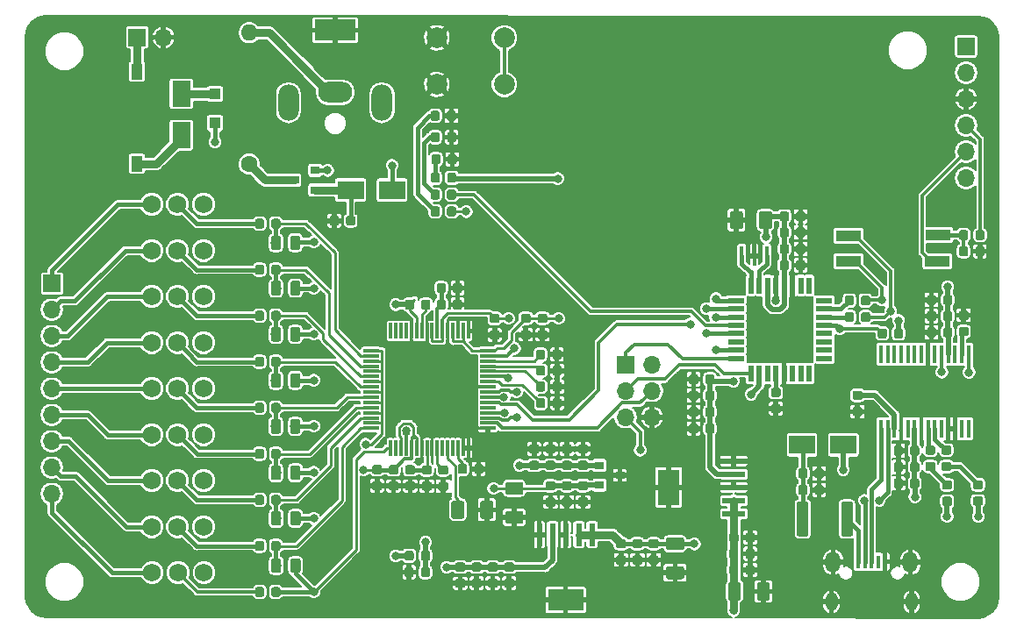
<source format=gbr>
G04 #@! TF.GenerationSoftware,KiCad,Pcbnew,(5.0.0)*
G04 #@! TF.CreationDate,2019-10-23T21:11:43+11:00*
G04 #@! TF.ProjectId,DAQ Board,44415120426F6172642E6B696361645F,rev?*
G04 #@! TF.SameCoordinates,Original*
G04 #@! TF.FileFunction,Copper,L1,Top,Signal*
G04 #@! TF.FilePolarity,Positive*
%FSLAX46Y46*%
G04 Gerber Fmt 4.6, Leading zero omitted, Abs format (unit mm)*
G04 Created by KiCad (PCBNEW (5.0.0)) date 10/23/19 21:11:43*
%MOMM*%
%LPD*%
G01*
G04 APERTURE LIST*
G04 #@! TA.AperFunction,ViaPad*
%ADD10C,0.600000*%
G04 #@! TD*
G04 #@! TA.AperFunction,SMDPad,CuDef*
%ADD11R,2.200000X0.600000*%
G04 #@! TD*
G04 #@! TA.AperFunction,SMDPad,CuDef*
%ADD12R,2.150000X3.450000*%
G04 #@! TD*
G04 #@! TA.AperFunction,SMDPad,CuDef*
%ADD13R,0.600000X2.200000*%
G04 #@! TD*
G04 #@! TA.AperFunction,SMDPad,CuDef*
%ADD14R,3.450000X2.150000*%
G04 #@! TD*
G04 #@! TA.AperFunction,ComponentPad*
%ADD15C,1.750000*%
G04 #@! TD*
G04 #@! TA.AperFunction,ComponentPad*
%ADD16R,1.700000X1.700000*%
G04 #@! TD*
G04 #@! TA.AperFunction,ComponentPad*
%ADD17O,1.700000X1.700000*%
G04 #@! TD*
G04 #@! TA.AperFunction,ComponentPad*
%ADD18C,2.000000*%
G04 #@! TD*
G04 #@! TA.AperFunction,SMDPad,CuDef*
%ADD19R,1.100000X1.500000*%
G04 #@! TD*
G04 #@! TA.AperFunction,SMDPad,CuDef*
%ADD20R,2.440000X1.130000*%
G04 #@! TD*
G04 #@! TA.AperFunction,Conductor*
%ADD21C,0.100000*%
G04 #@! TD*
G04 #@! TA.AperFunction,SMDPad,CuDef*
%ADD22C,0.875000*%
G04 #@! TD*
G04 #@! TA.AperFunction,SMDPad,CuDef*
%ADD23R,1.500000X0.300000*%
G04 #@! TD*
G04 #@! TA.AperFunction,SMDPad,CuDef*
%ADD24R,0.300000X1.500000*%
G04 #@! TD*
G04 #@! TA.AperFunction,SMDPad,CuDef*
%ADD25C,0.975000*%
G04 #@! TD*
G04 #@! TA.AperFunction,SMDPad,CuDef*
%ADD26C,1.250000*%
G04 #@! TD*
G04 #@! TA.AperFunction,SMDPad,CuDef*
%ADD27R,1.100000X1.100000*%
G04 #@! TD*
G04 #@! TA.AperFunction,SMDPad,CuDef*
%ADD28R,1.800000X2.500000*%
G04 #@! TD*
G04 #@! TA.AperFunction,SMDPad,CuDef*
%ADD29R,2.500000X1.800000*%
G04 #@! TD*
G04 #@! TA.AperFunction,ComponentPad*
%ADD30C,1.600000*%
G04 #@! TD*
G04 #@! TA.AperFunction,ComponentPad*
%ADD31O,1.600000X1.600000*%
G04 #@! TD*
G04 #@! TA.AperFunction,SMDPad,CuDef*
%ADD32C,1.125000*%
G04 #@! TD*
G04 #@! TA.AperFunction,SMDPad,CuDef*
%ADD33R,0.450000X1.300000*%
G04 #@! TD*
G04 #@! TA.AperFunction,ComponentPad*
%ADD34O,1.450000X2.000000*%
G04 #@! TD*
G04 #@! TA.AperFunction,ComponentPad*
%ADD35O,1.150000X1.800000*%
G04 #@! TD*
G04 #@! TA.AperFunction,ComponentPad*
%ADD36R,4.000000X2.000000*%
G04 #@! TD*
G04 #@! TA.AperFunction,ComponentPad*
%ADD37O,3.300000X2.000000*%
G04 #@! TD*
G04 #@! TA.AperFunction,ComponentPad*
%ADD38O,2.000000X3.500000*%
G04 #@! TD*
G04 #@! TA.AperFunction,SMDPad,CuDef*
%ADD39R,0.900000X0.800000*%
G04 #@! TD*
G04 #@! TA.AperFunction,SMDPad,CuDef*
%ADD40R,0.550000X1.600000*%
G04 #@! TD*
G04 #@! TA.AperFunction,SMDPad,CuDef*
%ADD41R,1.600000X0.550000*%
G04 #@! TD*
G04 #@! TA.AperFunction,SMDPad,CuDef*
%ADD42R,0.450000X1.750000*%
G04 #@! TD*
G04 #@! TA.AperFunction,SMDPad,CuDef*
%ADD43R,0.400000X1.900000*%
G04 #@! TD*
G04 #@! TA.AperFunction,ViaPad*
%ADD44C,0.800000*%
G04 #@! TD*
G04 #@! TA.AperFunction,Conductor*
%ADD45C,0.500000*%
G04 #@! TD*
G04 #@! TA.AperFunction,Conductor*
%ADD46C,0.250000*%
G04 #@! TD*
G04 #@! TA.AperFunction,Conductor*
%ADD47C,0.400000*%
G04 #@! TD*
G04 #@! TA.AperFunction,Conductor*
%ADD48C,0.300000*%
G04 #@! TD*
G04 #@! TA.AperFunction,Conductor*
%ADD49C,0.800000*%
G04 #@! TD*
G04 #@! TA.AperFunction,Conductor*
%ADD50C,0.200000*%
G04 #@! TD*
G04 APERTURE END LIST*
D10*
G04 #@! TO.N,/GND*
G04 #@! TO.C,*
X203590000Y-85830000D03*
G04 #@! TD*
G04 #@! TO.N,/GND*
G04 #@! TO.C,*
X198590000Y-85830000D03*
G04 #@! TD*
G04 #@! TO.N,/GND*
G04 #@! TO.C,*
X193590000Y-85830000D03*
G04 #@! TD*
G04 #@! TO.N,/GND*
G04 #@! TO.C,*
X188590000Y-85830000D03*
G04 #@! TD*
G04 #@! TO.N,/GND*
G04 #@! TO.C,*
X183590000Y-85830000D03*
G04 #@! TD*
G04 #@! TO.N,/GND*
G04 #@! TO.C,*
X178590000Y-85830000D03*
G04 #@! TD*
G04 #@! TO.N,/GND*
G04 #@! TO.C,*
X173590000Y-85830000D03*
G04 #@! TD*
G04 #@! TO.N,/GND*
G04 #@! TO.C,*
X203590000Y-80830000D03*
G04 #@! TD*
G04 #@! TO.N,/GND*
G04 #@! TO.C,*
X198590000Y-80830000D03*
G04 #@! TD*
G04 #@! TO.N,/GND*
G04 #@! TO.C,*
X193590000Y-80830000D03*
G04 #@! TD*
G04 #@! TO.N,/GND*
G04 #@! TO.C,*
X188590000Y-80830000D03*
G04 #@! TD*
G04 #@! TO.N,/GND*
G04 #@! TO.C,*
X183590000Y-80830000D03*
G04 #@! TD*
G04 #@! TO.N,/GND*
G04 #@! TO.C,*
X178590000Y-80830000D03*
G04 #@! TD*
G04 #@! TO.N,/GND*
G04 #@! TO.C,*
X173590000Y-80830000D03*
G04 #@! TD*
G04 #@! TO.N,/GND*
G04 #@! TO.C,*
X198590000Y-75830000D03*
G04 #@! TD*
G04 #@! TO.N,/GND*
G04 #@! TO.C,*
X193590000Y-75830000D03*
G04 #@! TD*
G04 #@! TO.N,/GND*
G04 #@! TO.C,*
X188590000Y-75830000D03*
G04 #@! TD*
G04 #@! TO.N,/GND*
G04 #@! TO.C,*
X183590000Y-75830000D03*
G04 #@! TD*
G04 #@! TO.N,/GND*
G04 #@! TO.C,*
X178590000Y-75830000D03*
G04 #@! TD*
G04 #@! TO.N,/GND*
G04 #@! TO.C,*
X173590000Y-75830000D03*
G04 #@! TD*
G04 #@! TO.N,/GND*
G04 #@! TO.C,*
X198590000Y-70830000D03*
G04 #@! TD*
G04 #@! TO.N,/GND*
G04 #@! TO.C,*
X193590000Y-70830000D03*
G04 #@! TD*
G04 #@! TO.N,/GND*
G04 #@! TO.C,*
X188590000Y-70830000D03*
G04 #@! TD*
G04 #@! TO.N,/GND*
G04 #@! TO.C,*
X183590000Y-70830000D03*
G04 #@! TD*
G04 #@! TO.N,/GND*
G04 #@! TO.C,*
X178590000Y-70830000D03*
G04 #@! TD*
D11*
G04 #@! TO.P,U4,1*
G04 #@! TO.N,/VIN*
X187237500Y-117040000D03*
G04 #@! TO.P,U4,5*
G04 #@! TO.N,/GND*
X187237500Y-111960000D03*
G04 #@! TO.P,U4,3*
X187237500Y-114500000D03*
D12*
G04 #@! TO.P,U4,6*
X180937500Y-114500000D03*
D11*
G04 #@! TO.P,U4,2*
G04 #@! TO.N,/VIN*
X187237500Y-115770000D03*
G04 #@! TO.P,U4,4*
G04 #@! TO.N,/+5V*
X187237500Y-113230000D03*
G04 #@! TD*
D13*
G04 #@! TO.P,U2,4*
G04 #@! TO.N,/ADC1299/AVDD*
X169740000Y-119072500D03*
G04 #@! TO.P,U2,2*
G04 #@! TO.N,/VIN*
X172280000Y-119072500D03*
D14*
G04 #@! TO.P,U2,6*
G04 #@! TO.N,/GND*
X171010000Y-125372500D03*
D13*
G04 #@! TO.P,U2,3*
X171010000Y-119072500D03*
G04 #@! TO.P,U2,5*
X168470000Y-119072500D03*
G04 #@! TO.P,U2,1*
G04 #@! TO.N,/VIN*
X173550000Y-119072500D03*
G04 #@! TD*
D15*
G04 #@! TO.P,SW7,2*
G04 #@! TO.N,Net-(R7-Pad2)*
X133560000Y-104965000D03*
G04 #@! TO.P,SW7,3*
G04 #@! TO.N,Net-(J1-Pad5)*
X131060000Y-104965000D03*
G04 #@! TO.P,SW7,1*
G04 #@! TO.N,/ADC1299/AVDD*
X136060000Y-104965000D03*
G04 #@! TD*
G04 #@! TO.P,SW3,2*
G04 #@! TO.N,Net-(R3-Pad2)*
X133560000Y-87185000D03*
G04 #@! TO.P,SW3,3*
G04 #@! TO.N,Net-(J1-Pad1)*
X131060000Y-87185000D03*
G04 #@! TO.P,SW3,1*
G04 #@! TO.N,/ADC1299/AVDD*
X136060000Y-87185000D03*
G04 #@! TD*
G04 #@! TO.P,SW4,2*
G04 #@! TO.N,Net-(R4-Pad2)*
X133560000Y-91630000D03*
G04 #@! TO.P,SW4,3*
G04 #@! TO.N,Net-(J1-Pad2)*
X131060000Y-91630000D03*
G04 #@! TO.P,SW4,1*
G04 #@! TO.N,/ADC1299/AVDD*
X136060000Y-91630000D03*
G04 #@! TD*
G04 #@! TO.P,SW5,2*
G04 #@! TO.N,Net-(R5-Pad2)*
X133560000Y-96075000D03*
G04 #@! TO.P,SW5,3*
G04 #@! TO.N,Net-(J1-Pad3)*
X131060000Y-96075000D03*
G04 #@! TO.P,SW5,1*
G04 #@! TO.N,/ADC1299/AVDD*
X136060000Y-96075000D03*
G04 #@! TD*
G04 #@! TO.P,SW6,2*
G04 #@! TO.N,Net-(R6-Pad2)*
X133560000Y-100520000D03*
G04 #@! TO.P,SW6,3*
G04 #@! TO.N,Net-(J1-Pad4)*
X131060000Y-100520000D03*
G04 #@! TO.P,SW6,1*
G04 #@! TO.N,/ADC1299/AVDD*
X136060000Y-100520000D03*
G04 #@! TD*
G04 #@! TO.P,SW8,2*
G04 #@! TO.N,Net-(R8-Pad2)*
X133560000Y-109410000D03*
G04 #@! TO.P,SW8,3*
G04 #@! TO.N,Net-(J1-Pad6)*
X131060000Y-109410000D03*
G04 #@! TO.P,SW8,1*
G04 #@! TO.N,/ADC1299/AVDD*
X136060000Y-109410000D03*
G04 #@! TD*
G04 #@! TO.P,SW9,2*
G04 #@! TO.N,Net-(R9-Pad2)*
X133560000Y-113855000D03*
G04 #@! TO.P,SW9,3*
G04 #@! TO.N,Net-(J1-Pad7)*
X131060000Y-113855000D03*
G04 #@! TO.P,SW9,1*
G04 #@! TO.N,/ADC1299/AVDD*
X136060000Y-113855000D03*
G04 #@! TD*
G04 #@! TO.P,SW10,2*
G04 #@! TO.N,Net-(R10-Pad2)*
X133560000Y-118300000D03*
G04 #@! TO.P,SW10,3*
G04 #@! TO.N,Net-(J1-Pad8)*
X131060000Y-118300000D03*
G04 #@! TO.P,SW10,1*
G04 #@! TO.N,/ADC1299/AVDD*
X136060000Y-118300000D03*
G04 #@! TD*
G04 #@! TO.P,SW11,2*
G04 #@! TO.N,Net-(R11-Pad2)*
X133615880Y-122745000D03*
G04 #@! TO.P,SW11,3*
G04 #@! TO.N,Net-(J1-Pad9)*
X131115880Y-122745000D03*
G04 #@! TO.P,SW11,1*
G04 #@! TO.N,/ADC1299/AVDD*
X136115880Y-122745000D03*
G04 #@! TD*
D16*
G04 #@! TO.P,J1,1*
G04 #@! TO.N,Net-(J1-Pad1)*
X121440000Y-94800000D03*
D17*
G04 #@! TO.P,J1,2*
G04 #@! TO.N,Net-(J1-Pad2)*
X121440000Y-97340000D03*
G04 #@! TO.P,J1,3*
G04 #@! TO.N,Net-(J1-Pad3)*
X121440000Y-99880000D03*
G04 #@! TO.P,J1,4*
G04 #@! TO.N,Net-(J1-Pad4)*
X121440000Y-102420000D03*
G04 #@! TO.P,J1,5*
G04 #@! TO.N,Net-(J1-Pad5)*
X121440000Y-104960000D03*
G04 #@! TO.P,J1,6*
G04 #@! TO.N,Net-(J1-Pad6)*
X121440000Y-107500000D03*
G04 #@! TO.P,J1,7*
G04 #@! TO.N,Net-(J1-Pad7)*
X121440000Y-110040000D03*
G04 #@! TO.P,J1,8*
G04 #@! TO.N,Net-(J1-Pad8)*
X121440000Y-112580000D03*
G04 #@! TO.P,J1,9*
G04 #@! TO.N,Net-(J1-Pad9)*
X121440000Y-115120000D03*
G04 #@! TD*
D18*
G04 #@! TO.P,PB1,3*
G04 #@! TO.N,/GND*
X158590000Y-71090000D03*
G04 #@! TO.P,PB1,4*
X158590000Y-75590000D03*
G04 #@! TO.P,PB1,2*
G04 #@! TO.N,/ADC1299/~RESET*
X165090000Y-75590000D03*
G04 #@! TO.P,PB1,1*
X165090000Y-71090000D03*
G04 #@! TD*
D17*
G04 #@! TO.P,J5,6*
G04 #@! TO.N,Net-(J5-Pad6)*
X209650000Y-84620000D03*
G04 #@! TO.P,J5,5*
G04 #@! TO.N,/HC05_TX*
X209650000Y-82080000D03*
G04 #@! TO.P,J5,4*
G04 #@! TO.N,/HC05_RX*
X209650000Y-79540000D03*
G04 #@! TO.P,J5,3*
G04 #@! TO.N,/GND*
X209650000Y-77000000D03*
G04 #@! TO.P,J5,2*
G04 #@! TO.N,/+5V*
X209650000Y-74460000D03*
D16*
G04 #@! TO.P,J5,1*
G04 #@! TO.N,Net-(J5-Pad1)*
X209650000Y-71920000D03*
G04 #@! TD*
D19*
G04 #@! TO.P,SW1,2*
G04 #@! TO.N,Net-(D2-Pad1)*
X129650000Y-83260000D03*
G04 #@! TO.P,SW1,1*
G04 #@! TO.N,Net-(J3-Pad1)*
X129650000Y-74360000D03*
G04 #@! TD*
D20*
G04 #@! TO.P,SW2,3*
G04 #@! TO.N,/HC05_TX*
X206892327Y-92666407D03*
G04 #@! TO.P,SW2,2*
G04 #@! TO.N,/Arduino Nano/TX*
X198322327Y-92666407D03*
G04 #@! TO.P,SW2,4*
G04 #@! TO.N,Net-(R20-Pad1)*
X206932327Y-90126407D03*
G04 #@! TO.P,SW2,1*
G04 #@! TO.N,/Arduino Nano/RX*
X198322327Y-90226407D03*
G04 #@! TD*
D21*
G04 #@! TO.N,/GND*
G04 #@! TO.C,D6*
G36*
X160310191Y-82346053D02*
X160331426Y-82349203D01*
X160352250Y-82354419D01*
X160372462Y-82361651D01*
X160391868Y-82370830D01*
X160410281Y-82381866D01*
X160427524Y-82394654D01*
X160443430Y-82409070D01*
X160457846Y-82424976D01*
X160470634Y-82442219D01*
X160481670Y-82460632D01*
X160490849Y-82480038D01*
X160498081Y-82500250D01*
X160503297Y-82521074D01*
X160506447Y-82542309D01*
X160507500Y-82563750D01*
X160507500Y-83076250D01*
X160506447Y-83097691D01*
X160503297Y-83118926D01*
X160498081Y-83139750D01*
X160490849Y-83159962D01*
X160481670Y-83179368D01*
X160470634Y-83197781D01*
X160457846Y-83215024D01*
X160443430Y-83230930D01*
X160427524Y-83245346D01*
X160410281Y-83258134D01*
X160391868Y-83269170D01*
X160372462Y-83278349D01*
X160352250Y-83285581D01*
X160331426Y-83290797D01*
X160310191Y-83293947D01*
X160288750Y-83295000D01*
X159851250Y-83295000D01*
X159829809Y-83293947D01*
X159808574Y-83290797D01*
X159787750Y-83285581D01*
X159767538Y-83278349D01*
X159748132Y-83269170D01*
X159729719Y-83258134D01*
X159712476Y-83245346D01*
X159696570Y-83230930D01*
X159682154Y-83215024D01*
X159669366Y-83197781D01*
X159658330Y-83179368D01*
X159649151Y-83159962D01*
X159641919Y-83139750D01*
X159636703Y-83118926D01*
X159633553Y-83097691D01*
X159632500Y-83076250D01*
X159632500Y-82563750D01*
X159633553Y-82542309D01*
X159636703Y-82521074D01*
X159641919Y-82500250D01*
X159649151Y-82480038D01*
X159658330Y-82460632D01*
X159669366Y-82442219D01*
X159682154Y-82424976D01*
X159696570Y-82409070D01*
X159712476Y-82394654D01*
X159729719Y-82381866D01*
X159748132Y-82370830D01*
X159767538Y-82361651D01*
X159787750Y-82354419D01*
X159808574Y-82349203D01*
X159829809Y-82346053D01*
X159851250Y-82345000D01*
X160288750Y-82345000D01*
X160310191Y-82346053D01*
X160310191Y-82346053D01*
G37*
D22*
G04 #@! TD*
G04 #@! TO.P,D6,1*
G04 #@! TO.N,/GND*
X160070000Y-82820000D03*
D21*
G04 #@! TO.N,Net-(D6-Pad2)*
G04 #@! TO.C,D6*
G36*
X158735191Y-82346053D02*
X158756426Y-82349203D01*
X158777250Y-82354419D01*
X158797462Y-82361651D01*
X158816868Y-82370830D01*
X158835281Y-82381866D01*
X158852524Y-82394654D01*
X158868430Y-82409070D01*
X158882846Y-82424976D01*
X158895634Y-82442219D01*
X158906670Y-82460632D01*
X158915849Y-82480038D01*
X158923081Y-82500250D01*
X158928297Y-82521074D01*
X158931447Y-82542309D01*
X158932500Y-82563750D01*
X158932500Y-83076250D01*
X158931447Y-83097691D01*
X158928297Y-83118926D01*
X158923081Y-83139750D01*
X158915849Y-83159962D01*
X158906670Y-83179368D01*
X158895634Y-83197781D01*
X158882846Y-83215024D01*
X158868430Y-83230930D01*
X158852524Y-83245346D01*
X158835281Y-83258134D01*
X158816868Y-83269170D01*
X158797462Y-83278349D01*
X158777250Y-83285581D01*
X158756426Y-83290797D01*
X158735191Y-83293947D01*
X158713750Y-83295000D01*
X158276250Y-83295000D01*
X158254809Y-83293947D01*
X158233574Y-83290797D01*
X158212750Y-83285581D01*
X158192538Y-83278349D01*
X158173132Y-83269170D01*
X158154719Y-83258134D01*
X158137476Y-83245346D01*
X158121570Y-83230930D01*
X158107154Y-83215024D01*
X158094366Y-83197781D01*
X158083330Y-83179368D01*
X158074151Y-83159962D01*
X158066919Y-83139750D01*
X158061703Y-83118926D01*
X158058553Y-83097691D01*
X158057500Y-83076250D01*
X158057500Y-82563750D01*
X158058553Y-82542309D01*
X158061703Y-82521074D01*
X158066919Y-82500250D01*
X158074151Y-82480038D01*
X158083330Y-82460632D01*
X158094366Y-82442219D01*
X158107154Y-82424976D01*
X158121570Y-82409070D01*
X158137476Y-82394654D01*
X158154719Y-82381866D01*
X158173132Y-82370830D01*
X158192538Y-82361651D01*
X158212750Y-82354419D01*
X158233574Y-82349203D01*
X158254809Y-82346053D01*
X158276250Y-82345000D01*
X158713750Y-82345000D01*
X158735191Y-82346053D01*
X158735191Y-82346053D01*
G37*
D22*
G04 #@! TD*
G04 #@! TO.P,D6,2*
G04 #@! TO.N,Net-(D6-Pad2)*
X158495000Y-82820000D03*
D23*
G04 #@! TO.P,ADC1,1*
G04 #@! TO.N,/ADC1299/MID_SUPPLY*
X152227500Y-101288000D03*
G04 #@! TO.P,ADC1,2*
G04 #@! TO.N,Net-(ADC1-Pad2)*
X152227500Y-101788000D03*
G04 #@! TO.P,ADC1,3*
G04 #@! TO.N,/ADC1299/MID_SUPPLY*
X152227500Y-102288000D03*
G04 #@! TO.P,ADC1,4*
G04 #@! TO.N,Net-(ADC1-Pad4)*
X152227500Y-102788000D03*
G04 #@! TO.P,ADC1,5*
G04 #@! TO.N,/ADC1299/MID_SUPPLY*
X152227500Y-103288000D03*
G04 #@! TO.P,ADC1,6*
G04 #@! TO.N,Net-(ADC1-Pad6)*
X152227500Y-103788000D03*
G04 #@! TO.P,ADC1,7*
G04 #@! TO.N,/ADC1299/MID_SUPPLY*
X152227500Y-104288000D03*
G04 #@! TO.P,ADC1,8*
G04 #@! TO.N,Net-(ADC1-Pad8)*
X152227500Y-104788000D03*
G04 #@! TO.P,ADC1,9*
G04 #@! TO.N,/ADC1299/MID_SUPPLY*
X152227500Y-105288000D03*
G04 #@! TO.P,ADC1,10*
G04 #@! TO.N,Net-(ADC1-Pad10)*
X152227500Y-105788000D03*
G04 #@! TO.P,ADC1,11*
G04 #@! TO.N,/ADC1299/MID_SUPPLY*
X152227500Y-106288000D03*
G04 #@! TO.P,ADC1,12*
G04 #@! TO.N,Net-(ADC1-Pad12)*
X152227500Y-106788000D03*
G04 #@! TO.P,ADC1,13*
G04 #@! TO.N,/ADC1299/MID_SUPPLY*
X152227500Y-107288000D03*
G04 #@! TO.P,ADC1,14*
G04 #@! TO.N,Net-(ADC1-Pad14)*
X152227500Y-107788000D03*
G04 #@! TO.P,ADC1,15*
G04 #@! TO.N,/ADC1299/MID_SUPPLY*
X152227500Y-108288000D03*
G04 #@! TO.P,ADC1,16*
G04 #@! TO.N,Net-(ADC1-Pad16)*
X152227500Y-108788000D03*
D24*
G04 #@! TO.P,ADC1,17*
G04 #@! TO.N,Net-(ADC1-Pad17)*
X154127500Y-110688000D03*
G04 #@! TO.P,ADC1,18*
G04 #@! TO.N,Net-(ADC1-Pad18)*
X154627500Y-110688000D03*
G04 #@! TO.P,ADC1,19*
G04 #@! TO.N,/ADC1299/AVDD*
X155127500Y-110688000D03*
G04 #@! TO.P,ADC1,20*
G04 #@! TO.N,/GND*
X155627500Y-110688000D03*
G04 #@! TO.P,ADC1,21*
G04 #@! TO.N,/ADC1299/AVDD*
X156127500Y-110688000D03*
G04 #@! TO.P,ADC1,22*
X156627500Y-110688000D03*
G04 #@! TO.P,ADC1,23*
G04 #@! TO.N,/GND*
X157127500Y-110688000D03*
G04 #@! TO.P,ADC1,24*
G04 #@! TO.N,Net-(ADC1-Pad24)*
X157627500Y-110688000D03*
G04 #@! TO.P,ADC1,25*
G04 #@! TO.N,/GND*
X158127500Y-110688000D03*
G04 #@! TO.P,ADC1,26*
G04 #@! TO.N,Net-(ADC1-Pad26)*
X158627500Y-110688000D03*
G04 #@! TO.P,ADC1,27*
G04 #@! TO.N,Net-(ADC1-Pad27)*
X159127500Y-110688000D03*
G04 #@! TO.P,ADC1,28*
G04 #@! TO.N,Net-(ADC1-Pad28)*
X159627500Y-110688000D03*
G04 #@! TO.P,ADC1,29*
G04 #@! TO.N,Net-(ADC1-Pad29)*
X160127500Y-110688000D03*
G04 #@! TO.P,ADC1,30*
G04 #@! TO.N,Net-(ADC1-Pad30)*
X160627500Y-110688000D03*
G04 #@! TO.P,ADC1,31*
G04 #@! TO.N,/GND*
X161127500Y-110688000D03*
G04 #@! TO.P,ADC1,32*
X161627500Y-110688000D03*
D23*
G04 #@! TO.P,ADC1,33*
X163527500Y-108788000D03*
G04 #@! TO.P,ADC1,34*
G04 #@! TO.N,/ADC1299/MOSI*
X163527500Y-108288000D03*
G04 #@! TO.P,ADC1,35*
G04 #@! TO.N,/ADC1299/~PWDN*
X163527500Y-107788000D03*
G04 #@! TO.P,ADC1,36*
G04 #@! TO.N,/ADC1299/~RESET*
X163527500Y-107288000D03*
G04 #@! TO.P,ADC1,37*
G04 #@! TO.N,Net-(ADC1-Pad37)*
X163527500Y-106788000D03*
G04 #@! TO.P,ADC1,38*
G04 #@! TO.N,/ADC1299/START*
X163527500Y-106288000D03*
G04 #@! TO.P,ADC1,39*
G04 #@! TO.N,/ADC1299/~CS*
X163527500Y-105788000D03*
G04 #@! TO.P,ADC1,40*
G04 #@! TO.N,/ADC1299/SCLK*
X163527500Y-105288000D03*
G04 #@! TO.P,ADC1,41*
G04 #@! TO.N,/GND*
X163527500Y-104788000D03*
G04 #@! TO.P,ADC1,42*
G04 #@! TO.N,Net-(ADC1-Pad42)*
X163527500Y-104288000D03*
G04 #@! TO.P,ADC1,43*
G04 #@! TO.N,/ADC1299/MISO*
X163527500Y-103788000D03*
G04 #@! TO.P,ADC1,44*
G04 #@! TO.N,Net-(ADC1-Pad44)*
X163527500Y-103288000D03*
G04 #@! TO.P,ADC1,45*
G04 #@! TO.N,Net-(ADC1-Pad45)*
X163527500Y-102788000D03*
G04 #@! TO.P,ADC1,46*
G04 #@! TO.N,Net-(ADC1-Pad46)*
X163527500Y-102288000D03*
G04 #@! TO.P,ADC1,47*
G04 #@! TO.N,/ADC1299/~DRDY*
X163527500Y-101788000D03*
G04 #@! TO.P,ADC1,48*
G04 #@! TO.N,/ADC1299/DVDD*
X163527500Y-101288000D03*
D24*
G04 #@! TO.P,ADC1,49*
G04 #@! TO.N,/GND*
X161627500Y-99388000D03*
G04 #@! TO.P,ADC1,50*
G04 #@! TO.N,/ADC1299/DVDD*
X161127500Y-99388000D03*
G04 #@! TO.P,ADC1,51*
G04 #@! TO.N,/GND*
X160627500Y-99388000D03*
G04 #@! TO.P,ADC1,52*
G04 #@! TO.N,/ADC1299/DVDD*
X160127500Y-99388000D03*
G04 #@! TO.P,ADC1,53*
G04 #@! TO.N,/GND*
X159627500Y-99388000D03*
G04 #@! TO.P,ADC1,54*
G04 #@! TO.N,/ADC1299/AVDD*
X159127500Y-99388000D03*
G04 #@! TO.P,ADC1,55*
G04 #@! TO.N,Net-(ADC1-Pad55)*
X158627500Y-99388000D03*
G04 #@! TO.P,ADC1,56*
G04 #@! TO.N,/ADC1299/AVDD*
X158127500Y-99388000D03*
G04 #@! TO.P,ADC1,57*
G04 #@! TO.N,/GND*
X157627500Y-99388000D03*
G04 #@! TO.P,ADC1,58*
G04 #@! TO.N,Net-(ADC1-Pad58)*
X157127500Y-99388000D03*
G04 #@! TO.P,ADC1,59*
G04 #@! TO.N,/ADC1299/AVDD*
X156627500Y-99388000D03*
G04 #@! TO.P,ADC1,60*
G04 #@! TO.N,/GND*
X156127500Y-99388000D03*
G04 #@! TO.P,ADC1,61*
G04 #@! TO.N,Net-(ADC1-Pad61)*
X155627500Y-99388000D03*
G04 #@! TO.P,ADC1,62*
G04 #@! TO.N,Net-(ADC1-Pad62)*
X155127500Y-99388000D03*
G04 #@! TO.P,ADC1,63*
G04 #@! TO.N,Net-(ADC1-Pad63)*
X154627500Y-99388000D03*
G04 #@! TO.P,ADC1,64*
G04 #@! TO.N,Net-(ADC1-Pad64)*
X154127500Y-99388000D03*
G04 #@! TD*
D21*
G04 #@! TO.N,Net-(ADC1-Pad17)*
G04 #@! TO.C,C1*
G36*
X145194802Y-90175134D02*
X145218463Y-90178644D01*
X145241667Y-90184456D01*
X145264189Y-90192514D01*
X145285813Y-90202742D01*
X145306330Y-90215039D01*
X145325543Y-90229289D01*
X145343267Y-90245353D01*
X145359331Y-90263077D01*
X145373581Y-90282290D01*
X145385878Y-90302807D01*
X145396106Y-90324431D01*
X145404164Y-90346953D01*
X145409976Y-90370157D01*
X145413486Y-90393818D01*
X145414660Y-90417710D01*
X145414660Y-91330210D01*
X145413486Y-91354102D01*
X145409976Y-91377763D01*
X145404164Y-91400967D01*
X145396106Y-91423489D01*
X145385878Y-91445113D01*
X145373581Y-91465630D01*
X145359331Y-91484843D01*
X145343267Y-91502567D01*
X145325543Y-91518631D01*
X145306330Y-91532881D01*
X145285813Y-91545178D01*
X145264189Y-91555406D01*
X145241667Y-91563464D01*
X145218463Y-91569276D01*
X145194802Y-91572786D01*
X145170910Y-91573960D01*
X144683410Y-91573960D01*
X144659518Y-91572786D01*
X144635857Y-91569276D01*
X144612653Y-91563464D01*
X144590131Y-91555406D01*
X144568507Y-91545178D01*
X144547990Y-91532881D01*
X144528777Y-91518631D01*
X144511053Y-91502567D01*
X144494989Y-91484843D01*
X144480739Y-91465630D01*
X144468442Y-91445113D01*
X144458214Y-91423489D01*
X144450156Y-91400967D01*
X144444344Y-91377763D01*
X144440834Y-91354102D01*
X144439660Y-91330210D01*
X144439660Y-90417710D01*
X144440834Y-90393818D01*
X144444344Y-90370157D01*
X144450156Y-90346953D01*
X144458214Y-90324431D01*
X144468442Y-90302807D01*
X144480739Y-90282290D01*
X144494989Y-90263077D01*
X144511053Y-90245353D01*
X144528777Y-90229289D01*
X144547990Y-90215039D01*
X144568507Y-90202742D01*
X144590131Y-90192514D01*
X144612653Y-90184456D01*
X144635857Y-90178644D01*
X144659518Y-90175134D01*
X144683410Y-90173960D01*
X145170910Y-90173960D01*
X145194802Y-90175134D01*
X145194802Y-90175134D01*
G37*
D25*
G04 #@! TD*
G04 #@! TO.P,C1,2*
G04 #@! TO.N,Net-(ADC1-Pad17)*
X144927160Y-90873960D03*
D21*
G04 #@! TO.N,Net-(ADC1-Pad2)*
G04 #@! TO.C,C1*
G36*
X143319802Y-90175134D02*
X143343463Y-90178644D01*
X143366667Y-90184456D01*
X143389189Y-90192514D01*
X143410813Y-90202742D01*
X143431330Y-90215039D01*
X143450543Y-90229289D01*
X143468267Y-90245353D01*
X143484331Y-90263077D01*
X143498581Y-90282290D01*
X143510878Y-90302807D01*
X143521106Y-90324431D01*
X143529164Y-90346953D01*
X143534976Y-90370157D01*
X143538486Y-90393818D01*
X143539660Y-90417710D01*
X143539660Y-91330210D01*
X143538486Y-91354102D01*
X143534976Y-91377763D01*
X143529164Y-91400967D01*
X143521106Y-91423489D01*
X143510878Y-91445113D01*
X143498581Y-91465630D01*
X143484331Y-91484843D01*
X143468267Y-91502567D01*
X143450543Y-91518631D01*
X143431330Y-91532881D01*
X143410813Y-91545178D01*
X143389189Y-91555406D01*
X143366667Y-91563464D01*
X143343463Y-91569276D01*
X143319802Y-91572786D01*
X143295910Y-91573960D01*
X142808410Y-91573960D01*
X142784518Y-91572786D01*
X142760857Y-91569276D01*
X142737653Y-91563464D01*
X142715131Y-91555406D01*
X142693507Y-91545178D01*
X142672990Y-91532881D01*
X142653777Y-91518631D01*
X142636053Y-91502567D01*
X142619989Y-91484843D01*
X142605739Y-91465630D01*
X142593442Y-91445113D01*
X142583214Y-91423489D01*
X142575156Y-91400967D01*
X142569344Y-91377763D01*
X142565834Y-91354102D01*
X142564660Y-91330210D01*
X142564660Y-90417710D01*
X142565834Y-90393818D01*
X142569344Y-90370157D01*
X142575156Y-90346953D01*
X142583214Y-90324431D01*
X142593442Y-90302807D01*
X142605739Y-90282290D01*
X142619989Y-90263077D01*
X142636053Y-90245353D01*
X142653777Y-90229289D01*
X142672990Y-90215039D01*
X142693507Y-90202742D01*
X142715131Y-90192514D01*
X142737653Y-90184456D01*
X142760857Y-90178644D01*
X142784518Y-90175134D01*
X142808410Y-90173960D01*
X143295910Y-90173960D01*
X143319802Y-90175134D01*
X143319802Y-90175134D01*
G37*
D25*
G04 #@! TD*
G04 #@! TO.P,C1,1*
G04 #@! TO.N,Net-(ADC1-Pad2)*
X143052160Y-90873960D03*
D21*
G04 #@! TO.N,Net-(ADC1-Pad17)*
G04 #@! TO.C,C2*
G36*
X145207742Y-94556634D02*
X145231403Y-94560144D01*
X145254607Y-94565956D01*
X145277129Y-94574014D01*
X145298753Y-94584242D01*
X145319270Y-94596539D01*
X145338483Y-94610789D01*
X145356207Y-94626853D01*
X145372271Y-94644577D01*
X145386521Y-94663790D01*
X145398818Y-94684307D01*
X145409046Y-94705931D01*
X145417104Y-94728453D01*
X145422916Y-94751657D01*
X145426426Y-94775318D01*
X145427600Y-94799210D01*
X145427600Y-95711710D01*
X145426426Y-95735602D01*
X145422916Y-95759263D01*
X145417104Y-95782467D01*
X145409046Y-95804989D01*
X145398818Y-95826613D01*
X145386521Y-95847130D01*
X145372271Y-95866343D01*
X145356207Y-95884067D01*
X145338483Y-95900131D01*
X145319270Y-95914381D01*
X145298753Y-95926678D01*
X145277129Y-95936906D01*
X145254607Y-95944964D01*
X145231403Y-95950776D01*
X145207742Y-95954286D01*
X145183850Y-95955460D01*
X144696350Y-95955460D01*
X144672458Y-95954286D01*
X144648797Y-95950776D01*
X144625593Y-95944964D01*
X144603071Y-95936906D01*
X144581447Y-95926678D01*
X144560930Y-95914381D01*
X144541717Y-95900131D01*
X144523993Y-95884067D01*
X144507929Y-95866343D01*
X144493679Y-95847130D01*
X144481382Y-95826613D01*
X144471154Y-95804989D01*
X144463096Y-95782467D01*
X144457284Y-95759263D01*
X144453774Y-95735602D01*
X144452600Y-95711710D01*
X144452600Y-94799210D01*
X144453774Y-94775318D01*
X144457284Y-94751657D01*
X144463096Y-94728453D01*
X144471154Y-94705931D01*
X144481382Y-94684307D01*
X144493679Y-94663790D01*
X144507929Y-94644577D01*
X144523993Y-94626853D01*
X144541717Y-94610789D01*
X144560930Y-94596539D01*
X144581447Y-94584242D01*
X144603071Y-94574014D01*
X144625593Y-94565956D01*
X144648797Y-94560144D01*
X144672458Y-94556634D01*
X144696350Y-94555460D01*
X145183850Y-94555460D01*
X145207742Y-94556634D01*
X145207742Y-94556634D01*
G37*
D25*
G04 #@! TD*
G04 #@! TO.P,C2,2*
G04 #@! TO.N,Net-(ADC1-Pad17)*
X144940100Y-95255460D03*
D21*
G04 #@! TO.N,Net-(ADC1-Pad4)*
G04 #@! TO.C,C2*
G36*
X143332742Y-94556634D02*
X143356403Y-94560144D01*
X143379607Y-94565956D01*
X143402129Y-94574014D01*
X143423753Y-94584242D01*
X143444270Y-94596539D01*
X143463483Y-94610789D01*
X143481207Y-94626853D01*
X143497271Y-94644577D01*
X143511521Y-94663790D01*
X143523818Y-94684307D01*
X143534046Y-94705931D01*
X143542104Y-94728453D01*
X143547916Y-94751657D01*
X143551426Y-94775318D01*
X143552600Y-94799210D01*
X143552600Y-95711710D01*
X143551426Y-95735602D01*
X143547916Y-95759263D01*
X143542104Y-95782467D01*
X143534046Y-95804989D01*
X143523818Y-95826613D01*
X143511521Y-95847130D01*
X143497271Y-95866343D01*
X143481207Y-95884067D01*
X143463483Y-95900131D01*
X143444270Y-95914381D01*
X143423753Y-95926678D01*
X143402129Y-95936906D01*
X143379607Y-95944964D01*
X143356403Y-95950776D01*
X143332742Y-95954286D01*
X143308850Y-95955460D01*
X142821350Y-95955460D01*
X142797458Y-95954286D01*
X142773797Y-95950776D01*
X142750593Y-95944964D01*
X142728071Y-95936906D01*
X142706447Y-95926678D01*
X142685930Y-95914381D01*
X142666717Y-95900131D01*
X142648993Y-95884067D01*
X142632929Y-95866343D01*
X142618679Y-95847130D01*
X142606382Y-95826613D01*
X142596154Y-95804989D01*
X142588096Y-95782467D01*
X142582284Y-95759263D01*
X142578774Y-95735602D01*
X142577600Y-95711710D01*
X142577600Y-94799210D01*
X142578774Y-94775318D01*
X142582284Y-94751657D01*
X142588096Y-94728453D01*
X142596154Y-94705931D01*
X142606382Y-94684307D01*
X142618679Y-94663790D01*
X142632929Y-94644577D01*
X142648993Y-94626853D01*
X142666717Y-94610789D01*
X142685930Y-94596539D01*
X142706447Y-94584242D01*
X142728071Y-94574014D01*
X142750593Y-94565956D01*
X142773797Y-94560144D01*
X142797458Y-94556634D01*
X142821350Y-94555460D01*
X143308850Y-94555460D01*
X143332742Y-94556634D01*
X143332742Y-94556634D01*
G37*
D25*
G04 #@! TD*
G04 #@! TO.P,C2,1*
G04 #@! TO.N,Net-(ADC1-Pad4)*
X143065100Y-95255460D03*
D21*
G04 #@! TO.N,Net-(ADC1-Pad6)*
G04 #@! TO.C,C3*
G36*
X143322342Y-99021954D02*
X143346003Y-99025464D01*
X143369207Y-99031276D01*
X143391729Y-99039334D01*
X143413353Y-99049562D01*
X143433870Y-99061859D01*
X143453083Y-99076109D01*
X143470807Y-99092173D01*
X143486871Y-99109897D01*
X143501121Y-99129110D01*
X143513418Y-99149627D01*
X143523646Y-99171251D01*
X143531704Y-99193773D01*
X143537516Y-99216977D01*
X143541026Y-99240638D01*
X143542200Y-99264530D01*
X143542200Y-100177030D01*
X143541026Y-100200922D01*
X143537516Y-100224583D01*
X143531704Y-100247787D01*
X143523646Y-100270309D01*
X143513418Y-100291933D01*
X143501121Y-100312450D01*
X143486871Y-100331663D01*
X143470807Y-100349387D01*
X143453083Y-100365451D01*
X143433870Y-100379701D01*
X143413353Y-100391998D01*
X143391729Y-100402226D01*
X143369207Y-100410284D01*
X143346003Y-100416096D01*
X143322342Y-100419606D01*
X143298450Y-100420780D01*
X142810950Y-100420780D01*
X142787058Y-100419606D01*
X142763397Y-100416096D01*
X142740193Y-100410284D01*
X142717671Y-100402226D01*
X142696047Y-100391998D01*
X142675530Y-100379701D01*
X142656317Y-100365451D01*
X142638593Y-100349387D01*
X142622529Y-100331663D01*
X142608279Y-100312450D01*
X142595982Y-100291933D01*
X142585754Y-100270309D01*
X142577696Y-100247787D01*
X142571884Y-100224583D01*
X142568374Y-100200922D01*
X142567200Y-100177030D01*
X142567200Y-99264530D01*
X142568374Y-99240638D01*
X142571884Y-99216977D01*
X142577696Y-99193773D01*
X142585754Y-99171251D01*
X142595982Y-99149627D01*
X142608279Y-99129110D01*
X142622529Y-99109897D01*
X142638593Y-99092173D01*
X142656317Y-99076109D01*
X142675530Y-99061859D01*
X142696047Y-99049562D01*
X142717671Y-99039334D01*
X142740193Y-99031276D01*
X142763397Y-99025464D01*
X142787058Y-99021954D01*
X142810950Y-99020780D01*
X143298450Y-99020780D01*
X143322342Y-99021954D01*
X143322342Y-99021954D01*
G37*
D25*
G04 #@! TD*
G04 #@! TO.P,C3,1*
G04 #@! TO.N,Net-(ADC1-Pad6)*
X143054700Y-99720780D03*
D21*
G04 #@! TO.N,Net-(ADC1-Pad17)*
G04 #@! TO.C,C3*
G36*
X145197342Y-99021954D02*
X145221003Y-99025464D01*
X145244207Y-99031276D01*
X145266729Y-99039334D01*
X145288353Y-99049562D01*
X145308870Y-99061859D01*
X145328083Y-99076109D01*
X145345807Y-99092173D01*
X145361871Y-99109897D01*
X145376121Y-99129110D01*
X145388418Y-99149627D01*
X145398646Y-99171251D01*
X145406704Y-99193773D01*
X145412516Y-99216977D01*
X145416026Y-99240638D01*
X145417200Y-99264530D01*
X145417200Y-100177030D01*
X145416026Y-100200922D01*
X145412516Y-100224583D01*
X145406704Y-100247787D01*
X145398646Y-100270309D01*
X145388418Y-100291933D01*
X145376121Y-100312450D01*
X145361871Y-100331663D01*
X145345807Y-100349387D01*
X145328083Y-100365451D01*
X145308870Y-100379701D01*
X145288353Y-100391998D01*
X145266729Y-100402226D01*
X145244207Y-100410284D01*
X145221003Y-100416096D01*
X145197342Y-100419606D01*
X145173450Y-100420780D01*
X144685950Y-100420780D01*
X144662058Y-100419606D01*
X144638397Y-100416096D01*
X144615193Y-100410284D01*
X144592671Y-100402226D01*
X144571047Y-100391998D01*
X144550530Y-100379701D01*
X144531317Y-100365451D01*
X144513593Y-100349387D01*
X144497529Y-100331663D01*
X144483279Y-100312450D01*
X144470982Y-100291933D01*
X144460754Y-100270309D01*
X144452696Y-100247787D01*
X144446884Y-100224583D01*
X144443374Y-100200922D01*
X144442200Y-100177030D01*
X144442200Y-99264530D01*
X144443374Y-99240638D01*
X144446884Y-99216977D01*
X144452696Y-99193773D01*
X144460754Y-99171251D01*
X144470982Y-99149627D01*
X144483279Y-99129110D01*
X144497529Y-99109897D01*
X144513593Y-99092173D01*
X144531317Y-99076109D01*
X144550530Y-99061859D01*
X144571047Y-99049562D01*
X144592671Y-99039334D01*
X144615193Y-99031276D01*
X144638397Y-99025464D01*
X144662058Y-99021954D01*
X144685950Y-99020780D01*
X145173450Y-99020780D01*
X145197342Y-99021954D01*
X145197342Y-99021954D01*
G37*
D25*
G04 #@! TD*
G04 #@! TO.P,C3,2*
G04 #@! TO.N,Net-(ADC1-Pad17)*
X144929700Y-99720780D03*
D21*
G04 #@! TO.N,Net-(ADC1-Pad8)*
G04 #@! TO.C,C4*
G36*
X143322342Y-103466954D02*
X143346003Y-103470464D01*
X143369207Y-103476276D01*
X143391729Y-103484334D01*
X143413353Y-103494562D01*
X143433870Y-103506859D01*
X143453083Y-103521109D01*
X143470807Y-103537173D01*
X143486871Y-103554897D01*
X143501121Y-103574110D01*
X143513418Y-103594627D01*
X143523646Y-103616251D01*
X143531704Y-103638773D01*
X143537516Y-103661977D01*
X143541026Y-103685638D01*
X143542200Y-103709530D01*
X143542200Y-104622030D01*
X143541026Y-104645922D01*
X143537516Y-104669583D01*
X143531704Y-104692787D01*
X143523646Y-104715309D01*
X143513418Y-104736933D01*
X143501121Y-104757450D01*
X143486871Y-104776663D01*
X143470807Y-104794387D01*
X143453083Y-104810451D01*
X143433870Y-104824701D01*
X143413353Y-104836998D01*
X143391729Y-104847226D01*
X143369207Y-104855284D01*
X143346003Y-104861096D01*
X143322342Y-104864606D01*
X143298450Y-104865780D01*
X142810950Y-104865780D01*
X142787058Y-104864606D01*
X142763397Y-104861096D01*
X142740193Y-104855284D01*
X142717671Y-104847226D01*
X142696047Y-104836998D01*
X142675530Y-104824701D01*
X142656317Y-104810451D01*
X142638593Y-104794387D01*
X142622529Y-104776663D01*
X142608279Y-104757450D01*
X142595982Y-104736933D01*
X142585754Y-104715309D01*
X142577696Y-104692787D01*
X142571884Y-104669583D01*
X142568374Y-104645922D01*
X142567200Y-104622030D01*
X142567200Y-103709530D01*
X142568374Y-103685638D01*
X142571884Y-103661977D01*
X142577696Y-103638773D01*
X142585754Y-103616251D01*
X142595982Y-103594627D01*
X142608279Y-103574110D01*
X142622529Y-103554897D01*
X142638593Y-103537173D01*
X142656317Y-103521109D01*
X142675530Y-103506859D01*
X142696047Y-103494562D01*
X142717671Y-103484334D01*
X142740193Y-103476276D01*
X142763397Y-103470464D01*
X142787058Y-103466954D01*
X142810950Y-103465780D01*
X143298450Y-103465780D01*
X143322342Y-103466954D01*
X143322342Y-103466954D01*
G37*
D25*
G04 #@! TD*
G04 #@! TO.P,C4,1*
G04 #@! TO.N,Net-(ADC1-Pad8)*
X143054700Y-104165780D03*
D21*
G04 #@! TO.N,Net-(ADC1-Pad17)*
G04 #@! TO.C,C4*
G36*
X145197342Y-103466954D02*
X145221003Y-103470464D01*
X145244207Y-103476276D01*
X145266729Y-103484334D01*
X145288353Y-103494562D01*
X145308870Y-103506859D01*
X145328083Y-103521109D01*
X145345807Y-103537173D01*
X145361871Y-103554897D01*
X145376121Y-103574110D01*
X145388418Y-103594627D01*
X145398646Y-103616251D01*
X145406704Y-103638773D01*
X145412516Y-103661977D01*
X145416026Y-103685638D01*
X145417200Y-103709530D01*
X145417200Y-104622030D01*
X145416026Y-104645922D01*
X145412516Y-104669583D01*
X145406704Y-104692787D01*
X145398646Y-104715309D01*
X145388418Y-104736933D01*
X145376121Y-104757450D01*
X145361871Y-104776663D01*
X145345807Y-104794387D01*
X145328083Y-104810451D01*
X145308870Y-104824701D01*
X145288353Y-104836998D01*
X145266729Y-104847226D01*
X145244207Y-104855284D01*
X145221003Y-104861096D01*
X145197342Y-104864606D01*
X145173450Y-104865780D01*
X144685950Y-104865780D01*
X144662058Y-104864606D01*
X144638397Y-104861096D01*
X144615193Y-104855284D01*
X144592671Y-104847226D01*
X144571047Y-104836998D01*
X144550530Y-104824701D01*
X144531317Y-104810451D01*
X144513593Y-104794387D01*
X144497529Y-104776663D01*
X144483279Y-104757450D01*
X144470982Y-104736933D01*
X144460754Y-104715309D01*
X144452696Y-104692787D01*
X144446884Y-104669583D01*
X144443374Y-104645922D01*
X144442200Y-104622030D01*
X144442200Y-103709530D01*
X144443374Y-103685638D01*
X144446884Y-103661977D01*
X144452696Y-103638773D01*
X144460754Y-103616251D01*
X144470982Y-103594627D01*
X144483279Y-103574110D01*
X144497529Y-103554897D01*
X144513593Y-103537173D01*
X144531317Y-103521109D01*
X144550530Y-103506859D01*
X144571047Y-103494562D01*
X144592671Y-103484334D01*
X144615193Y-103476276D01*
X144638397Y-103470464D01*
X144662058Y-103466954D01*
X144685950Y-103465780D01*
X145173450Y-103465780D01*
X145197342Y-103466954D01*
X145197342Y-103466954D01*
G37*
D25*
G04 #@! TD*
G04 #@! TO.P,C4,2*
G04 #@! TO.N,Net-(ADC1-Pad17)*
X144929700Y-104165780D03*
D21*
G04 #@! TO.N,Net-(ADC1-Pad17)*
G04 #@! TO.C,C5*
G36*
X145187182Y-107919574D02*
X145210843Y-107923084D01*
X145234047Y-107928896D01*
X145256569Y-107936954D01*
X145278193Y-107947182D01*
X145298710Y-107959479D01*
X145317923Y-107973729D01*
X145335647Y-107989793D01*
X145351711Y-108007517D01*
X145365961Y-108026730D01*
X145378258Y-108047247D01*
X145388486Y-108068871D01*
X145396544Y-108091393D01*
X145402356Y-108114597D01*
X145405866Y-108138258D01*
X145407040Y-108162150D01*
X145407040Y-109074650D01*
X145405866Y-109098542D01*
X145402356Y-109122203D01*
X145396544Y-109145407D01*
X145388486Y-109167929D01*
X145378258Y-109189553D01*
X145365961Y-109210070D01*
X145351711Y-109229283D01*
X145335647Y-109247007D01*
X145317923Y-109263071D01*
X145298710Y-109277321D01*
X145278193Y-109289618D01*
X145256569Y-109299846D01*
X145234047Y-109307904D01*
X145210843Y-109313716D01*
X145187182Y-109317226D01*
X145163290Y-109318400D01*
X144675790Y-109318400D01*
X144651898Y-109317226D01*
X144628237Y-109313716D01*
X144605033Y-109307904D01*
X144582511Y-109299846D01*
X144560887Y-109289618D01*
X144540370Y-109277321D01*
X144521157Y-109263071D01*
X144503433Y-109247007D01*
X144487369Y-109229283D01*
X144473119Y-109210070D01*
X144460822Y-109189553D01*
X144450594Y-109167929D01*
X144442536Y-109145407D01*
X144436724Y-109122203D01*
X144433214Y-109098542D01*
X144432040Y-109074650D01*
X144432040Y-108162150D01*
X144433214Y-108138258D01*
X144436724Y-108114597D01*
X144442536Y-108091393D01*
X144450594Y-108068871D01*
X144460822Y-108047247D01*
X144473119Y-108026730D01*
X144487369Y-108007517D01*
X144503433Y-107989793D01*
X144521157Y-107973729D01*
X144540370Y-107959479D01*
X144560887Y-107947182D01*
X144582511Y-107936954D01*
X144605033Y-107928896D01*
X144628237Y-107923084D01*
X144651898Y-107919574D01*
X144675790Y-107918400D01*
X145163290Y-107918400D01*
X145187182Y-107919574D01*
X145187182Y-107919574D01*
G37*
D25*
G04 #@! TD*
G04 #@! TO.P,C5,2*
G04 #@! TO.N,Net-(ADC1-Pad17)*
X144919540Y-108618400D03*
D21*
G04 #@! TO.N,Net-(ADC1-Pad10)*
G04 #@! TO.C,C5*
G36*
X143312182Y-107919574D02*
X143335843Y-107923084D01*
X143359047Y-107928896D01*
X143381569Y-107936954D01*
X143403193Y-107947182D01*
X143423710Y-107959479D01*
X143442923Y-107973729D01*
X143460647Y-107989793D01*
X143476711Y-108007517D01*
X143490961Y-108026730D01*
X143503258Y-108047247D01*
X143513486Y-108068871D01*
X143521544Y-108091393D01*
X143527356Y-108114597D01*
X143530866Y-108138258D01*
X143532040Y-108162150D01*
X143532040Y-109074650D01*
X143530866Y-109098542D01*
X143527356Y-109122203D01*
X143521544Y-109145407D01*
X143513486Y-109167929D01*
X143503258Y-109189553D01*
X143490961Y-109210070D01*
X143476711Y-109229283D01*
X143460647Y-109247007D01*
X143442923Y-109263071D01*
X143423710Y-109277321D01*
X143403193Y-109289618D01*
X143381569Y-109299846D01*
X143359047Y-109307904D01*
X143335843Y-109313716D01*
X143312182Y-109317226D01*
X143288290Y-109318400D01*
X142800790Y-109318400D01*
X142776898Y-109317226D01*
X142753237Y-109313716D01*
X142730033Y-109307904D01*
X142707511Y-109299846D01*
X142685887Y-109289618D01*
X142665370Y-109277321D01*
X142646157Y-109263071D01*
X142628433Y-109247007D01*
X142612369Y-109229283D01*
X142598119Y-109210070D01*
X142585822Y-109189553D01*
X142575594Y-109167929D01*
X142567536Y-109145407D01*
X142561724Y-109122203D01*
X142558214Y-109098542D01*
X142557040Y-109074650D01*
X142557040Y-108162150D01*
X142558214Y-108138258D01*
X142561724Y-108114597D01*
X142567536Y-108091393D01*
X142575594Y-108068871D01*
X142585822Y-108047247D01*
X142598119Y-108026730D01*
X142612369Y-108007517D01*
X142628433Y-107989793D01*
X142646157Y-107973729D01*
X142665370Y-107959479D01*
X142685887Y-107947182D01*
X142707511Y-107936954D01*
X142730033Y-107928896D01*
X142753237Y-107923084D01*
X142776898Y-107919574D01*
X142800790Y-107918400D01*
X143288290Y-107918400D01*
X143312182Y-107919574D01*
X143312182Y-107919574D01*
G37*
D25*
G04 #@! TD*
G04 #@! TO.P,C5,1*
G04 #@! TO.N,Net-(ADC1-Pad10)*
X143044540Y-108618400D03*
D21*
G04 #@! TO.N,Net-(ADC1-Pad12)*
G04 #@! TO.C,C6*
G36*
X143334802Y-112392514D02*
X143358463Y-112396024D01*
X143381667Y-112401836D01*
X143404189Y-112409894D01*
X143425813Y-112420122D01*
X143446330Y-112432419D01*
X143465543Y-112446669D01*
X143483267Y-112462733D01*
X143499331Y-112480457D01*
X143513581Y-112499670D01*
X143525878Y-112520187D01*
X143536106Y-112541811D01*
X143544164Y-112564333D01*
X143549976Y-112587537D01*
X143553486Y-112611198D01*
X143554660Y-112635090D01*
X143554660Y-113547590D01*
X143553486Y-113571482D01*
X143549976Y-113595143D01*
X143544164Y-113618347D01*
X143536106Y-113640869D01*
X143525878Y-113662493D01*
X143513581Y-113683010D01*
X143499331Y-113702223D01*
X143483267Y-113719947D01*
X143465543Y-113736011D01*
X143446330Y-113750261D01*
X143425813Y-113762558D01*
X143404189Y-113772786D01*
X143381667Y-113780844D01*
X143358463Y-113786656D01*
X143334802Y-113790166D01*
X143310910Y-113791340D01*
X142823410Y-113791340D01*
X142799518Y-113790166D01*
X142775857Y-113786656D01*
X142752653Y-113780844D01*
X142730131Y-113772786D01*
X142708507Y-113762558D01*
X142687990Y-113750261D01*
X142668777Y-113736011D01*
X142651053Y-113719947D01*
X142634989Y-113702223D01*
X142620739Y-113683010D01*
X142608442Y-113662493D01*
X142598214Y-113640869D01*
X142590156Y-113618347D01*
X142584344Y-113595143D01*
X142580834Y-113571482D01*
X142579660Y-113547590D01*
X142579660Y-112635090D01*
X142580834Y-112611198D01*
X142584344Y-112587537D01*
X142590156Y-112564333D01*
X142598214Y-112541811D01*
X142608442Y-112520187D01*
X142620739Y-112499670D01*
X142634989Y-112480457D01*
X142651053Y-112462733D01*
X142668777Y-112446669D01*
X142687990Y-112432419D01*
X142708507Y-112420122D01*
X142730131Y-112409894D01*
X142752653Y-112401836D01*
X142775857Y-112396024D01*
X142799518Y-112392514D01*
X142823410Y-112391340D01*
X143310910Y-112391340D01*
X143334802Y-112392514D01*
X143334802Y-112392514D01*
G37*
D25*
G04 #@! TD*
G04 #@! TO.P,C6,1*
G04 #@! TO.N,Net-(ADC1-Pad12)*
X143067160Y-113091340D03*
D21*
G04 #@! TO.N,Net-(ADC1-Pad17)*
G04 #@! TO.C,C6*
G36*
X145209802Y-112392514D02*
X145233463Y-112396024D01*
X145256667Y-112401836D01*
X145279189Y-112409894D01*
X145300813Y-112420122D01*
X145321330Y-112432419D01*
X145340543Y-112446669D01*
X145358267Y-112462733D01*
X145374331Y-112480457D01*
X145388581Y-112499670D01*
X145400878Y-112520187D01*
X145411106Y-112541811D01*
X145419164Y-112564333D01*
X145424976Y-112587537D01*
X145428486Y-112611198D01*
X145429660Y-112635090D01*
X145429660Y-113547590D01*
X145428486Y-113571482D01*
X145424976Y-113595143D01*
X145419164Y-113618347D01*
X145411106Y-113640869D01*
X145400878Y-113662493D01*
X145388581Y-113683010D01*
X145374331Y-113702223D01*
X145358267Y-113719947D01*
X145340543Y-113736011D01*
X145321330Y-113750261D01*
X145300813Y-113762558D01*
X145279189Y-113772786D01*
X145256667Y-113780844D01*
X145233463Y-113786656D01*
X145209802Y-113790166D01*
X145185910Y-113791340D01*
X144698410Y-113791340D01*
X144674518Y-113790166D01*
X144650857Y-113786656D01*
X144627653Y-113780844D01*
X144605131Y-113772786D01*
X144583507Y-113762558D01*
X144562990Y-113750261D01*
X144543777Y-113736011D01*
X144526053Y-113719947D01*
X144509989Y-113702223D01*
X144495739Y-113683010D01*
X144483442Y-113662493D01*
X144473214Y-113640869D01*
X144465156Y-113618347D01*
X144459344Y-113595143D01*
X144455834Y-113571482D01*
X144454660Y-113547590D01*
X144454660Y-112635090D01*
X144455834Y-112611198D01*
X144459344Y-112587537D01*
X144465156Y-112564333D01*
X144473214Y-112541811D01*
X144483442Y-112520187D01*
X144495739Y-112499670D01*
X144509989Y-112480457D01*
X144526053Y-112462733D01*
X144543777Y-112446669D01*
X144562990Y-112432419D01*
X144583507Y-112420122D01*
X144605131Y-112409894D01*
X144627653Y-112401836D01*
X144650857Y-112396024D01*
X144674518Y-112392514D01*
X144698410Y-112391340D01*
X145185910Y-112391340D01*
X145209802Y-112392514D01*
X145209802Y-112392514D01*
G37*
D25*
G04 #@! TD*
G04 #@! TO.P,C6,2*
G04 #@! TO.N,Net-(ADC1-Pad17)*
X144942160Y-113091340D03*
D21*
G04 #@! TO.N,Net-(ADC1-Pad14)*
G04 #@! TO.C,C7*
G36*
X143345202Y-116796874D02*
X143368863Y-116800384D01*
X143392067Y-116806196D01*
X143414589Y-116814254D01*
X143436213Y-116824482D01*
X143456730Y-116836779D01*
X143475943Y-116851029D01*
X143493667Y-116867093D01*
X143509731Y-116884817D01*
X143523981Y-116904030D01*
X143536278Y-116924547D01*
X143546506Y-116946171D01*
X143554564Y-116968693D01*
X143560376Y-116991897D01*
X143563886Y-117015558D01*
X143565060Y-117039450D01*
X143565060Y-117951950D01*
X143563886Y-117975842D01*
X143560376Y-117999503D01*
X143554564Y-118022707D01*
X143546506Y-118045229D01*
X143536278Y-118066853D01*
X143523981Y-118087370D01*
X143509731Y-118106583D01*
X143493667Y-118124307D01*
X143475943Y-118140371D01*
X143456730Y-118154621D01*
X143436213Y-118166918D01*
X143414589Y-118177146D01*
X143392067Y-118185204D01*
X143368863Y-118191016D01*
X143345202Y-118194526D01*
X143321310Y-118195700D01*
X142833810Y-118195700D01*
X142809918Y-118194526D01*
X142786257Y-118191016D01*
X142763053Y-118185204D01*
X142740531Y-118177146D01*
X142718907Y-118166918D01*
X142698390Y-118154621D01*
X142679177Y-118140371D01*
X142661453Y-118124307D01*
X142645389Y-118106583D01*
X142631139Y-118087370D01*
X142618842Y-118066853D01*
X142608614Y-118045229D01*
X142600556Y-118022707D01*
X142594744Y-117999503D01*
X142591234Y-117975842D01*
X142590060Y-117951950D01*
X142590060Y-117039450D01*
X142591234Y-117015558D01*
X142594744Y-116991897D01*
X142600556Y-116968693D01*
X142608614Y-116946171D01*
X142618842Y-116924547D01*
X142631139Y-116904030D01*
X142645389Y-116884817D01*
X142661453Y-116867093D01*
X142679177Y-116851029D01*
X142698390Y-116836779D01*
X142718907Y-116824482D01*
X142740531Y-116814254D01*
X142763053Y-116806196D01*
X142786257Y-116800384D01*
X142809918Y-116796874D01*
X142833810Y-116795700D01*
X143321310Y-116795700D01*
X143345202Y-116796874D01*
X143345202Y-116796874D01*
G37*
D25*
G04 #@! TD*
G04 #@! TO.P,C7,1*
G04 #@! TO.N,Net-(ADC1-Pad14)*
X143077560Y-117495700D03*
D21*
G04 #@! TO.N,Net-(ADC1-Pad17)*
G04 #@! TO.C,C7*
G36*
X145220202Y-116796874D02*
X145243863Y-116800384D01*
X145267067Y-116806196D01*
X145289589Y-116814254D01*
X145311213Y-116824482D01*
X145331730Y-116836779D01*
X145350943Y-116851029D01*
X145368667Y-116867093D01*
X145384731Y-116884817D01*
X145398981Y-116904030D01*
X145411278Y-116924547D01*
X145421506Y-116946171D01*
X145429564Y-116968693D01*
X145435376Y-116991897D01*
X145438886Y-117015558D01*
X145440060Y-117039450D01*
X145440060Y-117951950D01*
X145438886Y-117975842D01*
X145435376Y-117999503D01*
X145429564Y-118022707D01*
X145421506Y-118045229D01*
X145411278Y-118066853D01*
X145398981Y-118087370D01*
X145384731Y-118106583D01*
X145368667Y-118124307D01*
X145350943Y-118140371D01*
X145331730Y-118154621D01*
X145311213Y-118166918D01*
X145289589Y-118177146D01*
X145267067Y-118185204D01*
X145243863Y-118191016D01*
X145220202Y-118194526D01*
X145196310Y-118195700D01*
X144708810Y-118195700D01*
X144684918Y-118194526D01*
X144661257Y-118191016D01*
X144638053Y-118185204D01*
X144615531Y-118177146D01*
X144593907Y-118166918D01*
X144573390Y-118154621D01*
X144554177Y-118140371D01*
X144536453Y-118124307D01*
X144520389Y-118106583D01*
X144506139Y-118087370D01*
X144493842Y-118066853D01*
X144483614Y-118045229D01*
X144475556Y-118022707D01*
X144469744Y-117999503D01*
X144466234Y-117975842D01*
X144465060Y-117951950D01*
X144465060Y-117039450D01*
X144466234Y-117015558D01*
X144469744Y-116991897D01*
X144475556Y-116968693D01*
X144483614Y-116946171D01*
X144493842Y-116924547D01*
X144506139Y-116904030D01*
X144520389Y-116884817D01*
X144536453Y-116867093D01*
X144554177Y-116851029D01*
X144573390Y-116836779D01*
X144593907Y-116824482D01*
X144615531Y-116814254D01*
X144638053Y-116806196D01*
X144661257Y-116800384D01*
X144684918Y-116796874D01*
X144708810Y-116795700D01*
X145196310Y-116795700D01*
X145220202Y-116796874D01*
X145220202Y-116796874D01*
G37*
D25*
G04 #@! TD*
G04 #@! TO.P,C7,2*
G04 #@! TO.N,Net-(ADC1-Pad17)*
X144952560Y-117495700D03*
D21*
G04 #@! TO.N,Net-(ADC1-Pad17)*
G04 #@! TO.C,C8*
G36*
X145217422Y-121356174D02*
X145241083Y-121359684D01*
X145264287Y-121365496D01*
X145286809Y-121373554D01*
X145308433Y-121383782D01*
X145328950Y-121396079D01*
X145348163Y-121410329D01*
X145365887Y-121426393D01*
X145381951Y-121444117D01*
X145396201Y-121463330D01*
X145408498Y-121483847D01*
X145418726Y-121505471D01*
X145426784Y-121527993D01*
X145432596Y-121551197D01*
X145436106Y-121574858D01*
X145437280Y-121598750D01*
X145437280Y-122511250D01*
X145436106Y-122535142D01*
X145432596Y-122558803D01*
X145426784Y-122582007D01*
X145418726Y-122604529D01*
X145408498Y-122626153D01*
X145396201Y-122646670D01*
X145381951Y-122665883D01*
X145365887Y-122683607D01*
X145348163Y-122699671D01*
X145328950Y-122713921D01*
X145308433Y-122726218D01*
X145286809Y-122736446D01*
X145264287Y-122744504D01*
X145241083Y-122750316D01*
X145217422Y-122753826D01*
X145193530Y-122755000D01*
X144706030Y-122755000D01*
X144682138Y-122753826D01*
X144658477Y-122750316D01*
X144635273Y-122744504D01*
X144612751Y-122736446D01*
X144591127Y-122726218D01*
X144570610Y-122713921D01*
X144551397Y-122699671D01*
X144533673Y-122683607D01*
X144517609Y-122665883D01*
X144503359Y-122646670D01*
X144491062Y-122626153D01*
X144480834Y-122604529D01*
X144472776Y-122582007D01*
X144466964Y-122558803D01*
X144463454Y-122535142D01*
X144462280Y-122511250D01*
X144462280Y-121598750D01*
X144463454Y-121574858D01*
X144466964Y-121551197D01*
X144472776Y-121527993D01*
X144480834Y-121505471D01*
X144491062Y-121483847D01*
X144503359Y-121463330D01*
X144517609Y-121444117D01*
X144533673Y-121426393D01*
X144551397Y-121410329D01*
X144570610Y-121396079D01*
X144591127Y-121383782D01*
X144612751Y-121373554D01*
X144635273Y-121365496D01*
X144658477Y-121359684D01*
X144682138Y-121356174D01*
X144706030Y-121355000D01*
X145193530Y-121355000D01*
X145217422Y-121356174D01*
X145217422Y-121356174D01*
G37*
D25*
G04 #@! TD*
G04 #@! TO.P,C8,2*
G04 #@! TO.N,Net-(ADC1-Pad17)*
X144949780Y-122055000D03*
D21*
G04 #@! TO.N,Net-(ADC1-Pad16)*
G04 #@! TO.C,C8*
G36*
X143342422Y-121356174D02*
X143366083Y-121359684D01*
X143389287Y-121365496D01*
X143411809Y-121373554D01*
X143433433Y-121383782D01*
X143453950Y-121396079D01*
X143473163Y-121410329D01*
X143490887Y-121426393D01*
X143506951Y-121444117D01*
X143521201Y-121463330D01*
X143533498Y-121483847D01*
X143543726Y-121505471D01*
X143551784Y-121527993D01*
X143557596Y-121551197D01*
X143561106Y-121574858D01*
X143562280Y-121598750D01*
X143562280Y-122511250D01*
X143561106Y-122535142D01*
X143557596Y-122558803D01*
X143551784Y-122582007D01*
X143543726Y-122604529D01*
X143533498Y-122626153D01*
X143521201Y-122646670D01*
X143506951Y-122665883D01*
X143490887Y-122683607D01*
X143473163Y-122699671D01*
X143453950Y-122713921D01*
X143433433Y-122726218D01*
X143411809Y-122736446D01*
X143389287Y-122744504D01*
X143366083Y-122750316D01*
X143342422Y-122753826D01*
X143318530Y-122755000D01*
X142831030Y-122755000D01*
X142807138Y-122753826D01*
X142783477Y-122750316D01*
X142760273Y-122744504D01*
X142737751Y-122736446D01*
X142716127Y-122726218D01*
X142695610Y-122713921D01*
X142676397Y-122699671D01*
X142658673Y-122683607D01*
X142642609Y-122665883D01*
X142628359Y-122646670D01*
X142616062Y-122626153D01*
X142605834Y-122604529D01*
X142597776Y-122582007D01*
X142591964Y-122558803D01*
X142588454Y-122535142D01*
X142587280Y-122511250D01*
X142587280Y-121598750D01*
X142588454Y-121574858D01*
X142591964Y-121551197D01*
X142597776Y-121527993D01*
X142605834Y-121505471D01*
X142616062Y-121483847D01*
X142628359Y-121463330D01*
X142642609Y-121444117D01*
X142658673Y-121426393D01*
X142676397Y-121410329D01*
X142695610Y-121396079D01*
X142716127Y-121383782D01*
X142737751Y-121373554D01*
X142760273Y-121365496D01*
X142783477Y-121359684D01*
X142807138Y-121356174D01*
X142831030Y-121355000D01*
X143318530Y-121355000D01*
X143342422Y-121356174D01*
X143342422Y-121356174D01*
G37*
D25*
G04 #@! TD*
G04 #@! TO.P,C8,1*
G04 #@! TO.N,Net-(ADC1-Pad16)*
X143074780Y-122055000D03*
D21*
G04 #@! TO.N,/GND*
G04 #@! TO.C,C9*
G36*
X159467691Y-113961053D02*
X159488926Y-113964203D01*
X159509750Y-113969419D01*
X159529962Y-113976651D01*
X159549368Y-113985830D01*
X159567781Y-113996866D01*
X159585024Y-114009654D01*
X159600930Y-114024070D01*
X159615346Y-114039976D01*
X159628134Y-114057219D01*
X159639170Y-114075632D01*
X159648349Y-114095038D01*
X159655581Y-114115250D01*
X159660797Y-114136074D01*
X159663947Y-114157309D01*
X159665000Y-114178750D01*
X159665000Y-114616250D01*
X159663947Y-114637691D01*
X159660797Y-114658926D01*
X159655581Y-114679750D01*
X159648349Y-114699962D01*
X159639170Y-114719368D01*
X159628134Y-114737781D01*
X159615346Y-114755024D01*
X159600930Y-114770930D01*
X159585024Y-114785346D01*
X159567781Y-114798134D01*
X159549368Y-114809170D01*
X159529962Y-114818349D01*
X159509750Y-114825581D01*
X159488926Y-114830797D01*
X159467691Y-114833947D01*
X159446250Y-114835000D01*
X158933750Y-114835000D01*
X158912309Y-114833947D01*
X158891074Y-114830797D01*
X158870250Y-114825581D01*
X158850038Y-114818349D01*
X158830632Y-114809170D01*
X158812219Y-114798134D01*
X158794976Y-114785346D01*
X158779070Y-114770930D01*
X158764654Y-114755024D01*
X158751866Y-114737781D01*
X158740830Y-114719368D01*
X158731651Y-114699962D01*
X158724419Y-114679750D01*
X158719203Y-114658926D01*
X158716053Y-114637691D01*
X158715000Y-114616250D01*
X158715000Y-114178750D01*
X158716053Y-114157309D01*
X158719203Y-114136074D01*
X158724419Y-114115250D01*
X158731651Y-114095038D01*
X158740830Y-114075632D01*
X158751866Y-114057219D01*
X158764654Y-114039976D01*
X158779070Y-114024070D01*
X158794976Y-114009654D01*
X158812219Y-113996866D01*
X158830632Y-113985830D01*
X158850038Y-113976651D01*
X158870250Y-113969419D01*
X158891074Y-113964203D01*
X158912309Y-113961053D01*
X158933750Y-113960000D01*
X159446250Y-113960000D01*
X159467691Y-113961053D01*
X159467691Y-113961053D01*
G37*
D22*
G04 #@! TD*
G04 #@! TO.P,C9,2*
G04 #@! TO.N,/GND*
X159190000Y-114397500D03*
D21*
G04 #@! TO.N,Net-(ADC1-Pad26)*
G04 #@! TO.C,C9*
G36*
X159467691Y-112386053D02*
X159488926Y-112389203D01*
X159509750Y-112394419D01*
X159529962Y-112401651D01*
X159549368Y-112410830D01*
X159567781Y-112421866D01*
X159585024Y-112434654D01*
X159600930Y-112449070D01*
X159615346Y-112464976D01*
X159628134Y-112482219D01*
X159639170Y-112500632D01*
X159648349Y-112520038D01*
X159655581Y-112540250D01*
X159660797Y-112561074D01*
X159663947Y-112582309D01*
X159665000Y-112603750D01*
X159665000Y-113041250D01*
X159663947Y-113062691D01*
X159660797Y-113083926D01*
X159655581Y-113104750D01*
X159648349Y-113124962D01*
X159639170Y-113144368D01*
X159628134Y-113162781D01*
X159615346Y-113180024D01*
X159600930Y-113195930D01*
X159585024Y-113210346D01*
X159567781Y-113223134D01*
X159549368Y-113234170D01*
X159529962Y-113243349D01*
X159509750Y-113250581D01*
X159488926Y-113255797D01*
X159467691Y-113258947D01*
X159446250Y-113260000D01*
X158933750Y-113260000D01*
X158912309Y-113258947D01*
X158891074Y-113255797D01*
X158870250Y-113250581D01*
X158850038Y-113243349D01*
X158830632Y-113234170D01*
X158812219Y-113223134D01*
X158794976Y-113210346D01*
X158779070Y-113195930D01*
X158764654Y-113180024D01*
X158751866Y-113162781D01*
X158740830Y-113144368D01*
X158731651Y-113124962D01*
X158724419Y-113104750D01*
X158719203Y-113083926D01*
X158716053Y-113062691D01*
X158715000Y-113041250D01*
X158715000Y-112603750D01*
X158716053Y-112582309D01*
X158719203Y-112561074D01*
X158724419Y-112540250D01*
X158731651Y-112520038D01*
X158740830Y-112500632D01*
X158751866Y-112482219D01*
X158764654Y-112464976D01*
X158779070Y-112449070D01*
X158794976Y-112434654D01*
X158812219Y-112421866D01*
X158830632Y-112410830D01*
X158850038Y-112401651D01*
X158870250Y-112394419D01*
X158891074Y-112389203D01*
X158912309Y-112386053D01*
X158933750Y-112385000D01*
X159446250Y-112385000D01*
X159467691Y-112386053D01*
X159467691Y-112386053D01*
G37*
D22*
G04 #@! TD*
G04 #@! TO.P,C9,1*
G04 #@! TO.N,Net-(ADC1-Pad26)*
X159190000Y-112822500D03*
D21*
G04 #@! TO.N,/ADC1299/AVDD*
G04 #@! TO.C,C10*
G36*
X156187191Y-96372553D02*
X156208426Y-96375703D01*
X156229250Y-96380919D01*
X156249462Y-96388151D01*
X156268868Y-96397330D01*
X156287281Y-96408366D01*
X156304524Y-96421154D01*
X156320430Y-96435570D01*
X156334846Y-96451476D01*
X156347634Y-96468719D01*
X156358670Y-96487132D01*
X156367849Y-96506538D01*
X156375081Y-96526750D01*
X156380297Y-96547574D01*
X156383447Y-96568809D01*
X156384500Y-96590250D01*
X156384500Y-97102750D01*
X156383447Y-97124191D01*
X156380297Y-97145426D01*
X156375081Y-97166250D01*
X156367849Y-97186462D01*
X156358670Y-97205868D01*
X156347634Y-97224281D01*
X156334846Y-97241524D01*
X156320430Y-97257430D01*
X156304524Y-97271846D01*
X156287281Y-97284634D01*
X156268868Y-97295670D01*
X156249462Y-97304849D01*
X156229250Y-97312081D01*
X156208426Y-97317297D01*
X156187191Y-97320447D01*
X156165750Y-97321500D01*
X155728250Y-97321500D01*
X155706809Y-97320447D01*
X155685574Y-97317297D01*
X155664750Y-97312081D01*
X155644538Y-97304849D01*
X155625132Y-97295670D01*
X155606719Y-97284634D01*
X155589476Y-97271846D01*
X155573570Y-97257430D01*
X155559154Y-97241524D01*
X155546366Y-97224281D01*
X155535330Y-97205868D01*
X155526151Y-97186462D01*
X155518919Y-97166250D01*
X155513703Y-97145426D01*
X155510553Y-97124191D01*
X155509500Y-97102750D01*
X155509500Y-96590250D01*
X155510553Y-96568809D01*
X155513703Y-96547574D01*
X155518919Y-96526750D01*
X155526151Y-96506538D01*
X155535330Y-96487132D01*
X155546366Y-96468719D01*
X155559154Y-96451476D01*
X155573570Y-96435570D01*
X155589476Y-96421154D01*
X155606719Y-96408366D01*
X155625132Y-96397330D01*
X155644538Y-96388151D01*
X155664750Y-96380919D01*
X155685574Y-96375703D01*
X155706809Y-96372553D01*
X155728250Y-96371500D01*
X156165750Y-96371500D01*
X156187191Y-96372553D01*
X156187191Y-96372553D01*
G37*
D22*
G04 #@! TD*
G04 #@! TO.P,C10,1*
G04 #@! TO.N,/ADC1299/AVDD*
X155947000Y-96846500D03*
D21*
G04 #@! TO.N,Net-(ADC1-Pad58)*
G04 #@! TO.C,C10*
G36*
X157762191Y-96372553D02*
X157783426Y-96375703D01*
X157804250Y-96380919D01*
X157824462Y-96388151D01*
X157843868Y-96397330D01*
X157862281Y-96408366D01*
X157879524Y-96421154D01*
X157895430Y-96435570D01*
X157909846Y-96451476D01*
X157922634Y-96468719D01*
X157933670Y-96487132D01*
X157942849Y-96506538D01*
X157950081Y-96526750D01*
X157955297Y-96547574D01*
X157958447Y-96568809D01*
X157959500Y-96590250D01*
X157959500Y-97102750D01*
X157958447Y-97124191D01*
X157955297Y-97145426D01*
X157950081Y-97166250D01*
X157942849Y-97186462D01*
X157933670Y-97205868D01*
X157922634Y-97224281D01*
X157909846Y-97241524D01*
X157895430Y-97257430D01*
X157879524Y-97271846D01*
X157862281Y-97284634D01*
X157843868Y-97295670D01*
X157824462Y-97304849D01*
X157804250Y-97312081D01*
X157783426Y-97317297D01*
X157762191Y-97320447D01*
X157740750Y-97321500D01*
X157303250Y-97321500D01*
X157281809Y-97320447D01*
X157260574Y-97317297D01*
X157239750Y-97312081D01*
X157219538Y-97304849D01*
X157200132Y-97295670D01*
X157181719Y-97284634D01*
X157164476Y-97271846D01*
X157148570Y-97257430D01*
X157134154Y-97241524D01*
X157121366Y-97224281D01*
X157110330Y-97205868D01*
X157101151Y-97186462D01*
X157093919Y-97166250D01*
X157088703Y-97145426D01*
X157085553Y-97124191D01*
X157084500Y-97102750D01*
X157084500Y-96590250D01*
X157085553Y-96568809D01*
X157088703Y-96547574D01*
X157093919Y-96526750D01*
X157101151Y-96506538D01*
X157110330Y-96487132D01*
X157121366Y-96468719D01*
X157134154Y-96451476D01*
X157148570Y-96435570D01*
X157164476Y-96421154D01*
X157181719Y-96408366D01*
X157200132Y-96397330D01*
X157219538Y-96388151D01*
X157239750Y-96380919D01*
X157260574Y-96375703D01*
X157281809Y-96372553D01*
X157303250Y-96371500D01*
X157740750Y-96371500D01*
X157762191Y-96372553D01*
X157762191Y-96372553D01*
G37*
D22*
G04 #@! TD*
G04 #@! TO.P,C10,2*
G04 #@! TO.N,Net-(ADC1-Pad58)*
X157522000Y-96846500D03*
D21*
G04 #@! TO.N,Net-(ADC1-Pad24)*
G04 #@! TO.C,C11*
G36*
X157887691Y-112366053D02*
X157908926Y-112369203D01*
X157929750Y-112374419D01*
X157949962Y-112381651D01*
X157969368Y-112390830D01*
X157987781Y-112401866D01*
X158005024Y-112414654D01*
X158020930Y-112429070D01*
X158035346Y-112444976D01*
X158048134Y-112462219D01*
X158059170Y-112480632D01*
X158068349Y-112500038D01*
X158075581Y-112520250D01*
X158080797Y-112541074D01*
X158083947Y-112562309D01*
X158085000Y-112583750D01*
X158085000Y-113021250D01*
X158083947Y-113042691D01*
X158080797Y-113063926D01*
X158075581Y-113084750D01*
X158068349Y-113104962D01*
X158059170Y-113124368D01*
X158048134Y-113142781D01*
X158035346Y-113160024D01*
X158020930Y-113175930D01*
X158005024Y-113190346D01*
X157987781Y-113203134D01*
X157969368Y-113214170D01*
X157949962Y-113223349D01*
X157929750Y-113230581D01*
X157908926Y-113235797D01*
X157887691Y-113238947D01*
X157866250Y-113240000D01*
X157353750Y-113240000D01*
X157332309Y-113238947D01*
X157311074Y-113235797D01*
X157290250Y-113230581D01*
X157270038Y-113223349D01*
X157250632Y-113214170D01*
X157232219Y-113203134D01*
X157214976Y-113190346D01*
X157199070Y-113175930D01*
X157184654Y-113160024D01*
X157171866Y-113142781D01*
X157160830Y-113124368D01*
X157151651Y-113104962D01*
X157144419Y-113084750D01*
X157139203Y-113063926D01*
X157136053Y-113042691D01*
X157135000Y-113021250D01*
X157135000Y-112583750D01*
X157136053Y-112562309D01*
X157139203Y-112541074D01*
X157144419Y-112520250D01*
X157151651Y-112500038D01*
X157160830Y-112480632D01*
X157171866Y-112462219D01*
X157184654Y-112444976D01*
X157199070Y-112429070D01*
X157214976Y-112414654D01*
X157232219Y-112401866D01*
X157250632Y-112390830D01*
X157270038Y-112381651D01*
X157290250Y-112374419D01*
X157311074Y-112369203D01*
X157332309Y-112366053D01*
X157353750Y-112365000D01*
X157866250Y-112365000D01*
X157887691Y-112366053D01*
X157887691Y-112366053D01*
G37*
D22*
G04 #@! TD*
G04 #@! TO.P,C11,1*
G04 #@! TO.N,Net-(ADC1-Pad24)*
X157610000Y-112802500D03*
D21*
G04 #@! TO.N,/GND*
G04 #@! TO.C,C11*
G36*
X157887691Y-113941053D02*
X157908926Y-113944203D01*
X157929750Y-113949419D01*
X157949962Y-113956651D01*
X157969368Y-113965830D01*
X157987781Y-113976866D01*
X158005024Y-113989654D01*
X158020930Y-114004070D01*
X158035346Y-114019976D01*
X158048134Y-114037219D01*
X158059170Y-114055632D01*
X158068349Y-114075038D01*
X158075581Y-114095250D01*
X158080797Y-114116074D01*
X158083947Y-114137309D01*
X158085000Y-114158750D01*
X158085000Y-114596250D01*
X158083947Y-114617691D01*
X158080797Y-114638926D01*
X158075581Y-114659750D01*
X158068349Y-114679962D01*
X158059170Y-114699368D01*
X158048134Y-114717781D01*
X158035346Y-114735024D01*
X158020930Y-114750930D01*
X158005024Y-114765346D01*
X157987781Y-114778134D01*
X157969368Y-114789170D01*
X157949962Y-114798349D01*
X157929750Y-114805581D01*
X157908926Y-114810797D01*
X157887691Y-114813947D01*
X157866250Y-114815000D01*
X157353750Y-114815000D01*
X157332309Y-114813947D01*
X157311074Y-114810797D01*
X157290250Y-114805581D01*
X157270038Y-114798349D01*
X157250632Y-114789170D01*
X157232219Y-114778134D01*
X157214976Y-114765346D01*
X157199070Y-114750930D01*
X157184654Y-114735024D01*
X157171866Y-114717781D01*
X157160830Y-114699368D01*
X157151651Y-114679962D01*
X157144419Y-114659750D01*
X157139203Y-114638926D01*
X157136053Y-114617691D01*
X157135000Y-114596250D01*
X157135000Y-114158750D01*
X157136053Y-114137309D01*
X157139203Y-114116074D01*
X157144419Y-114095250D01*
X157151651Y-114075038D01*
X157160830Y-114055632D01*
X157171866Y-114037219D01*
X157184654Y-114019976D01*
X157199070Y-114004070D01*
X157214976Y-113989654D01*
X157232219Y-113976866D01*
X157250632Y-113965830D01*
X157270038Y-113956651D01*
X157290250Y-113949419D01*
X157311074Y-113944203D01*
X157332309Y-113941053D01*
X157353750Y-113940000D01*
X157866250Y-113940000D01*
X157887691Y-113941053D01*
X157887691Y-113941053D01*
G37*
D22*
G04 #@! TD*
G04 #@! TO.P,C11,2*
G04 #@! TO.N,/GND*
X157610000Y-114377500D03*
D21*
G04 #@! TO.N,/ADC1299/AVDD*
G04 #@! TO.C,C12*
G36*
X154687691Y-112353553D02*
X154708926Y-112356703D01*
X154729750Y-112361919D01*
X154749962Y-112369151D01*
X154769368Y-112378330D01*
X154787781Y-112389366D01*
X154805024Y-112402154D01*
X154820930Y-112416570D01*
X154835346Y-112432476D01*
X154848134Y-112449719D01*
X154859170Y-112468132D01*
X154868349Y-112487538D01*
X154875581Y-112507750D01*
X154880797Y-112528574D01*
X154883947Y-112549809D01*
X154885000Y-112571250D01*
X154885000Y-113008750D01*
X154883947Y-113030191D01*
X154880797Y-113051426D01*
X154875581Y-113072250D01*
X154868349Y-113092462D01*
X154859170Y-113111868D01*
X154848134Y-113130281D01*
X154835346Y-113147524D01*
X154820930Y-113163430D01*
X154805024Y-113177846D01*
X154787781Y-113190634D01*
X154769368Y-113201670D01*
X154749962Y-113210849D01*
X154729750Y-113218081D01*
X154708926Y-113223297D01*
X154687691Y-113226447D01*
X154666250Y-113227500D01*
X154153750Y-113227500D01*
X154132309Y-113226447D01*
X154111074Y-113223297D01*
X154090250Y-113218081D01*
X154070038Y-113210849D01*
X154050632Y-113201670D01*
X154032219Y-113190634D01*
X154014976Y-113177846D01*
X153999070Y-113163430D01*
X153984654Y-113147524D01*
X153971866Y-113130281D01*
X153960830Y-113111868D01*
X153951651Y-113092462D01*
X153944419Y-113072250D01*
X153939203Y-113051426D01*
X153936053Y-113030191D01*
X153935000Y-113008750D01*
X153935000Y-112571250D01*
X153936053Y-112549809D01*
X153939203Y-112528574D01*
X153944419Y-112507750D01*
X153951651Y-112487538D01*
X153960830Y-112468132D01*
X153971866Y-112449719D01*
X153984654Y-112432476D01*
X153999070Y-112416570D01*
X154014976Y-112402154D01*
X154032219Y-112389366D01*
X154050632Y-112378330D01*
X154070038Y-112369151D01*
X154090250Y-112361919D01*
X154111074Y-112356703D01*
X154132309Y-112353553D01*
X154153750Y-112352500D01*
X154666250Y-112352500D01*
X154687691Y-112353553D01*
X154687691Y-112353553D01*
G37*
D22*
G04 #@! TD*
G04 #@! TO.P,C12,2*
G04 #@! TO.N,/ADC1299/AVDD*
X154410000Y-112790000D03*
D21*
G04 #@! TO.N,/GND*
G04 #@! TO.C,C12*
G36*
X154687691Y-113928553D02*
X154708926Y-113931703D01*
X154729750Y-113936919D01*
X154749962Y-113944151D01*
X154769368Y-113953330D01*
X154787781Y-113964366D01*
X154805024Y-113977154D01*
X154820930Y-113991570D01*
X154835346Y-114007476D01*
X154848134Y-114024719D01*
X154859170Y-114043132D01*
X154868349Y-114062538D01*
X154875581Y-114082750D01*
X154880797Y-114103574D01*
X154883947Y-114124809D01*
X154885000Y-114146250D01*
X154885000Y-114583750D01*
X154883947Y-114605191D01*
X154880797Y-114626426D01*
X154875581Y-114647250D01*
X154868349Y-114667462D01*
X154859170Y-114686868D01*
X154848134Y-114705281D01*
X154835346Y-114722524D01*
X154820930Y-114738430D01*
X154805024Y-114752846D01*
X154787781Y-114765634D01*
X154769368Y-114776670D01*
X154749962Y-114785849D01*
X154729750Y-114793081D01*
X154708926Y-114798297D01*
X154687691Y-114801447D01*
X154666250Y-114802500D01*
X154153750Y-114802500D01*
X154132309Y-114801447D01*
X154111074Y-114798297D01*
X154090250Y-114793081D01*
X154070038Y-114785849D01*
X154050632Y-114776670D01*
X154032219Y-114765634D01*
X154014976Y-114752846D01*
X153999070Y-114738430D01*
X153984654Y-114722524D01*
X153971866Y-114705281D01*
X153960830Y-114686868D01*
X153951651Y-114667462D01*
X153944419Y-114647250D01*
X153939203Y-114626426D01*
X153936053Y-114605191D01*
X153935000Y-114583750D01*
X153935000Y-114146250D01*
X153936053Y-114124809D01*
X153939203Y-114103574D01*
X153944419Y-114082750D01*
X153951651Y-114062538D01*
X153960830Y-114043132D01*
X153971866Y-114024719D01*
X153984654Y-114007476D01*
X153999070Y-113991570D01*
X154014976Y-113977154D01*
X154032219Y-113964366D01*
X154050632Y-113953330D01*
X154070038Y-113944151D01*
X154090250Y-113936919D01*
X154111074Y-113931703D01*
X154132309Y-113928553D01*
X154153750Y-113927500D01*
X154666250Y-113927500D01*
X154687691Y-113928553D01*
X154687691Y-113928553D01*
G37*
D22*
G04 #@! TD*
G04 #@! TO.P,C12,1*
G04 #@! TO.N,/GND*
X154410000Y-114365000D03*
D21*
G04 #@! TO.N,/GND*
G04 #@! TO.C,C13*
G36*
X156287691Y-113931053D02*
X156308926Y-113934203D01*
X156329750Y-113939419D01*
X156349962Y-113946651D01*
X156369368Y-113955830D01*
X156387781Y-113966866D01*
X156405024Y-113979654D01*
X156420930Y-113994070D01*
X156435346Y-114009976D01*
X156448134Y-114027219D01*
X156459170Y-114045632D01*
X156468349Y-114065038D01*
X156475581Y-114085250D01*
X156480797Y-114106074D01*
X156483947Y-114127309D01*
X156485000Y-114148750D01*
X156485000Y-114586250D01*
X156483947Y-114607691D01*
X156480797Y-114628926D01*
X156475581Y-114649750D01*
X156468349Y-114669962D01*
X156459170Y-114689368D01*
X156448134Y-114707781D01*
X156435346Y-114725024D01*
X156420930Y-114740930D01*
X156405024Y-114755346D01*
X156387781Y-114768134D01*
X156369368Y-114779170D01*
X156349962Y-114788349D01*
X156329750Y-114795581D01*
X156308926Y-114800797D01*
X156287691Y-114803947D01*
X156266250Y-114805000D01*
X155753750Y-114805000D01*
X155732309Y-114803947D01*
X155711074Y-114800797D01*
X155690250Y-114795581D01*
X155670038Y-114788349D01*
X155650632Y-114779170D01*
X155632219Y-114768134D01*
X155614976Y-114755346D01*
X155599070Y-114740930D01*
X155584654Y-114725024D01*
X155571866Y-114707781D01*
X155560830Y-114689368D01*
X155551651Y-114669962D01*
X155544419Y-114649750D01*
X155539203Y-114628926D01*
X155536053Y-114607691D01*
X155535000Y-114586250D01*
X155535000Y-114148750D01*
X155536053Y-114127309D01*
X155539203Y-114106074D01*
X155544419Y-114085250D01*
X155551651Y-114065038D01*
X155560830Y-114045632D01*
X155571866Y-114027219D01*
X155584654Y-114009976D01*
X155599070Y-113994070D01*
X155614976Y-113979654D01*
X155632219Y-113966866D01*
X155650632Y-113955830D01*
X155670038Y-113946651D01*
X155690250Y-113939419D01*
X155711074Y-113934203D01*
X155732309Y-113931053D01*
X155753750Y-113930000D01*
X156266250Y-113930000D01*
X156287691Y-113931053D01*
X156287691Y-113931053D01*
G37*
D22*
G04 #@! TD*
G04 #@! TO.P,C13,2*
G04 #@! TO.N,/GND*
X156010000Y-114367500D03*
D21*
G04 #@! TO.N,Net-(ADC1-Pad24)*
G04 #@! TO.C,C13*
G36*
X156287691Y-112356053D02*
X156308926Y-112359203D01*
X156329750Y-112364419D01*
X156349962Y-112371651D01*
X156369368Y-112380830D01*
X156387781Y-112391866D01*
X156405024Y-112404654D01*
X156420930Y-112419070D01*
X156435346Y-112434976D01*
X156448134Y-112452219D01*
X156459170Y-112470632D01*
X156468349Y-112490038D01*
X156475581Y-112510250D01*
X156480797Y-112531074D01*
X156483947Y-112552309D01*
X156485000Y-112573750D01*
X156485000Y-113011250D01*
X156483947Y-113032691D01*
X156480797Y-113053926D01*
X156475581Y-113074750D01*
X156468349Y-113094962D01*
X156459170Y-113114368D01*
X156448134Y-113132781D01*
X156435346Y-113150024D01*
X156420930Y-113165930D01*
X156405024Y-113180346D01*
X156387781Y-113193134D01*
X156369368Y-113204170D01*
X156349962Y-113213349D01*
X156329750Y-113220581D01*
X156308926Y-113225797D01*
X156287691Y-113228947D01*
X156266250Y-113230000D01*
X155753750Y-113230000D01*
X155732309Y-113228947D01*
X155711074Y-113225797D01*
X155690250Y-113220581D01*
X155670038Y-113213349D01*
X155650632Y-113204170D01*
X155632219Y-113193134D01*
X155614976Y-113180346D01*
X155599070Y-113165930D01*
X155584654Y-113150024D01*
X155571866Y-113132781D01*
X155560830Y-113114368D01*
X155551651Y-113094962D01*
X155544419Y-113074750D01*
X155539203Y-113053926D01*
X155536053Y-113032691D01*
X155535000Y-113011250D01*
X155535000Y-112573750D01*
X155536053Y-112552309D01*
X155539203Y-112531074D01*
X155544419Y-112510250D01*
X155551651Y-112490038D01*
X155560830Y-112470632D01*
X155571866Y-112452219D01*
X155584654Y-112434976D01*
X155599070Y-112419070D01*
X155614976Y-112404654D01*
X155632219Y-112391866D01*
X155650632Y-112380830D01*
X155670038Y-112371651D01*
X155690250Y-112364419D01*
X155711074Y-112359203D01*
X155732309Y-112356053D01*
X155753750Y-112355000D01*
X156266250Y-112355000D01*
X156287691Y-112356053D01*
X156287691Y-112356053D01*
G37*
D22*
G04 #@! TD*
G04 #@! TO.P,C13,1*
G04 #@! TO.N,Net-(ADC1-Pad24)*
X156010000Y-112792500D03*
D21*
G04 #@! TO.N,/ADC1299/AVDD*
G04 #@! TO.C,C14*
G36*
X153097691Y-112343553D02*
X153118926Y-112346703D01*
X153139750Y-112351919D01*
X153159962Y-112359151D01*
X153179368Y-112368330D01*
X153197781Y-112379366D01*
X153215024Y-112392154D01*
X153230930Y-112406570D01*
X153245346Y-112422476D01*
X153258134Y-112439719D01*
X153269170Y-112458132D01*
X153278349Y-112477538D01*
X153285581Y-112497750D01*
X153290797Y-112518574D01*
X153293947Y-112539809D01*
X153295000Y-112561250D01*
X153295000Y-112998750D01*
X153293947Y-113020191D01*
X153290797Y-113041426D01*
X153285581Y-113062250D01*
X153278349Y-113082462D01*
X153269170Y-113101868D01*
X153258134Y-113120281D01*
X153245346Y-113137524D01*
X153230930Y-113153430D01*
X153215024Y-113167846D01*
X153197781Y-113180634D01*
X153179368Y-113191670D01*
X153159962Y-113200849D01*
X153139750Y-113208081D01*
X153118926Y-113213297D01*
X153097691Y-113216447D01*
X153076250Y-113217500D01*
X152563750Y-113217500D01*
X152542309Y-113216447D01*
X152521074Y-113213297D01*
X152500250Y-113208081D01*
X152480038Y-113200849D01*
X152460632Y-113191670D01*
X152442219Y-113180634D01*
X152424976Y-113167846D01*
X152409070Y-113153430D01*
X152394654Y-113137524D01*
X152381866Y-113120281D01*
X152370830Y-113101868D01*
X152361651Y-113082462D01*
X152354419Y-113062250D01*
X152349203Y-113041426D01*
X152346053Y-113020191D01*
X152345000Y-112998750D01*
X152345000Y-112561250D01*
X152346053Y-112539809D01*
X152349203Y-112518574D01*
X152354419Y-112497750D01*
X152361651Y-112477538D01*
X152370830Y-112458132D01*
X152381866Y-112439719D01*
X152394654Y-112422476D01*
X152409070Y-112406570D01*
X152424976Y-112392154D01*
X152442219Y-112379366D01*
X152460632Y-112368330D01*
X152480038Y-112359151D01*
X152500250Y-112351919D01*
X152521074Y-112346703D01*
X152542309Y-112343553D01*
X152563750Y-112342500D01*
X153076250Y-112342500D01*
X153097691Y-112343553D01*
X153097691Y-112343553D01*
G37*
D22*
G04 #@! TD*
G04 #@! TO.P,C14,2*
G04 #@! TO.N,/ADC1299/AVDD*
X152820000Y-112780000D03*
D21*
G04 #@! TO.N,/GND*
G04 #@! TO.C,C14*
G36*
X153097691Y-113918553D02*
X153118926Y-113921703D01*
X153139750Y-113926919D01*
X153159962Y-113934151D01*
X153179368Y-113943330D01*
X153197781Y-113954366D01*
X153215024Y-113967154D01*
X153230930Y-113981570D01*
X153245346Y-113997476D01*
X153258134Y-114014719D01*
X153269170Y-114033132D01*
X153278349Y-114052538D01*
X153285581Y-114072750D01*
X153290797Y-114093574D01*
X153293947Y-114114809D01*
X153295000Y-114136250D01*
X153295000Y-114573750D01*
X153293947Y-114595191D01*
X153290797Y-114616426D01*
X153285581Y-114637250D01*
X153278349Y-114657462D01*
X153269170Y-114676868D01*
X153258134Y-114695281D01*
X153245346Y-114712524D01*
X153230930Y-114728430D01*
X153215024Y-114742846D01*
X153197781Y-114755634D01*
X153179368Y-114766670D01*
X153159962Y-114775849D01*
X153139750Y-114783081D01*
X153118926Y-114788297D01*
X153097691Y-114791447D01*
X153076250Y-114792500D01*
X152563750Y-114792500D01*
X152542309Y-114791447D01*
X152521074Y-114788297D01*
X152500250Y-114783081D01*
X152480038Y-114775849D01*
X152460632Y-114766670D01*
X152442219Y-114755634D01*
X152424976Y-114742846D01*
X152409070Y-114728430D01*
X152394654Y-114712524D01*
X152381866Y-114695281D01*
X152370830Y-114676868D01*
X152361651Y-114657462D01*
X152354419Y-114637250D01*
X152349203Y-114616426D01*
X152346053Y-114595191D01*
X152345000Y-114573750D01*
X152345000Y-114136250D01*
X152346053Y-114114809D01*
X152349203Y-114093574D01*
X152354419Y-114072750D01*
X152361651Y-114052538D01*
X152370830Y-114033132D01*
X152381866Y-114014719D01*
X152394654Y-113997476D01*
X152409070Y-113981570D01*
X152424976Y-113967154D01*
X152442219Y-113954366D01*
X152460632Y-113943330D01*
X152480038Y-113934151D01*
X152500250Y-113926919D01*
X152521074Y-113921703D01*
X152542309Y-113918553D01*
X152563750Y-113917500D01*
X153076250Y-113917500D01*
X153097691Y-113918553D01*
X153097691Y-113918553D01*
G37*
D22*
G04 #@! TD*
G04 #@! TO.P,C14,1*
G04 #@! TO.N,/GND*
X152820000Y-114355000D03*
D21*
G04 #@! TO.N,/GND*
G04 #@! TO.C,C15*
G36*
X160817691Y-94776053D02*
X160838926Y-94779203D01*
X160859750Y-94784419D01*
X160879962Y-94791651D01*
X160899368Y-94800830D01*
X160917781Y-94811866D01*
X160935024Y-94824654D01*
X160950930Y-94839070D01*
X160965346Y-94854976D01*
X160978134Y-94872219D01*
X160989170Y-94890632D01*
X160998349Y-94910038D01*
X161005581Y-94930250D01*
X161010797Y-94951074D01*
X161013947Y-94972309D01*
X161015000Y-94993750D01*
X161015000Y-95506250D01*
X161013947Y-95527691D01*
X161010797Y-95548926D01*
X161005581Y-95569750D01*
X160998349Y-95589962D01*
X160989170Y-95609368D01*
X160978134Y-95627781D01*
X160965346Y-95645024D01*
X160950930Y-95660930D01*
X160935024Y-95675346D01*
X160917781Y-95688134D01*
X160899368Y-95699170D01*
X160879962Y-95708349D01*
X160859750Y-95715581D01*
X160838926Y-95720797D01*
X160817691Y-95723947D01*
X160796250Y-95725000D01*
X160358750Y-95725000D01*
X160337309Y-95723947D01*
X160316074Y-95720797D01*
X160295250Y-95715581D01*
X160275038Y-95708349D01*
X160255632Y-95699170D01*
X160237219Y-95688134D01*
X160219976Y-95675346D01*
X160204070Y-95660930D01*
X160189654Y-95645024D01*
X160176866Y-95627781D01*
X160165830Y-95609368D01*
X160156651Y-95589962D01*
X160149419Y-95569750D01*
X160144203Y-95548926D01*
X160141053Y-95527691D01*
X160140000Y-95506250D01*
X160140000Y-94993750D01*
X160141053Y-94972309D01*
X160144203Y-94951074D01*
X160149419Y-94930250D01*
X160156651Y-94910038D01*
X160165830Y-94890632D01*
X160176866Y-94872219D01*
X160189654Y-94854976D01*
X160204070Y-94839070D01*
X160219976Y-94824654D01*
X160237219Y-94811866D01*
X160255632Y-94800830D01*
X160275038Y-94791651D01*
X160295250Y-94784419D01*
X160316074Y-94779203D01*
X160337309Y-94776053D01*
X160358750Y-94775000D01*
X160796250Y-94775000D01*
X160817691Y-94776053D01*
X160817691Y-94776053D01*
G37*
D22*
G04 #@! TD*
G04 #@! TO.P,C15,1*
G04 #@! TO.N,/GND*
X160577500Y-95250000D03*
D21*
G04 #@! TO.N,Net-(ADC1-Pad55)*
G04 #@! TO.C,C15*
G36*
X159242691Y-94776053D02*
X159263926Y-94779203D01*
X159284750Y-94784419D01*
X159304962Y-94791651D01*
X159324368Y-94800830D01*
X159342781Y-94811866D01*
X159360024Y-94824654D01*
X159375930Y-94839070D01*
X159390346Y-94854976D01*
X159403134Y-94872219D01*
X159414170Y-94890632D01*
X159423349Y-94910038D01*
X159430581Y-94930250D01*
X159435797Y-94951074D01*
X159438947Y-94972309D01*
X159440000Y-94993750D01*
X159440000Y-95506250D01*
X159438947Y-95527691D01*
X159435797Y-95548926D01*
X159430581Y-95569750D01*
X159423349Y-95589962D01*
X159414170Y-95609368D01*
X159403134Y-95627781D01*
X159390346Y-95645024D01*
X159375930Y-95660930D01*
X159360024Y-95675346D01*
X159342781Y-95688134D01*
X159324368Y-95699170D01*
X159304962Y-95708349D01*
X159284750Y-95715581D01*
X159263926Y-95720797D01*
X159242691Y-95723947D01*
X159221250Y-95725000D01*
X158783750Y-95725000D01*
X158762309Y-95723947D01*
X158741074Y-95720797D01*
X158720250Y-95715581D01*
X158700038Y-95708349D01*
X158680632Y-95699170D01*
X158662219Y-95688134D01*
X158644976Y-95675346D01*
X158629070Y-95660930D01*
X158614654Y-95645024D01*
X158601866Y-95627781D01*
X158590830Y-95609368D01*
X158581651Y-95589962D01*
X158574419Y-95569750D01*
X158569203Y-95548926D01*
X158566053Y-95527691D01*
X158565000Y-95506250D01*
X158565000Y-94993750D01*
X158566053Y-94972309D01*
X158569203Y-94951074D01*
X158574419Y-94930250D01*
X158581651Y-94910038D01*
X158590830Y-94890632D01*
X158601866Y-94872219D01*
X158614654Y-94854976D01*
X158629070Y-94839070D01*
X158644976Y-94824654D01*
X158662219Y-94811866D01*
X158680632Y-94800830D01*
X158700038Y-94791651D01*
X158720250Y-94784419D01*
X158741074Y-94779203D01*
X158762309Y-94776053D01*
X158783750Y-94775000D01*
X159221250Y-94775000D01*
X159242691Y-94776053D01*
X159242691Y-94776053D01*
G37*
D22*
G04 #@! TD*
G04 #@! TO.P,C15,2*
G04 #@! TO.N,Net-(ADC1-Pad55)*
X159002500Y-95250000D03*
D21*
G04 #@! TO.N,/GND*
G04 #@! TO.C,C16*
G36*
X163799504Y-115786204D02*
X163823773Y-115789804D01*
X163847571Y-115795765D01*
X163870671Y-115804030D01*
X163892849Y-115814520D01*
X163913893Y-115827133D01*
X163933598Y-115841747D01*
X163951777Y-115858223D01*
X163968253Y-115876402D01*
X163982867Y-115896107D01*
X163995480Y-115917151D01*
X164005970Y-115939329D01*
X164014235Y-115962429D01*
X164020196Y-115986227D01*
X164023796Y-116010496D01*
X164025000Y-116035000D01*
X164025000Y-117285000D01*
X164023796Y-117309504D01*
X164020196Y-117333773D01*
X164014235Y-117357571D01*
X164005970Y-117380671D01*
X163995480Y-117402849D01*
X163982867Y-117423893D01*
X163968253Y-117443598D01*
X163951777Y-117461777D01*
X163933598Y-117478253D01*
X163913893Y-117492867D01*
X163892849Y-117505480D01*
X163870671Y-117515970D01*
X163847571Y-117524235D01*
X163823773Y-117530196D01*
X163799504Y-117533796D01*
X163775000Y-117535000D01*
X163025000Y-117535000D01*
X163000496Y-117533796D01*
X162976227Y-117530196D01*
X162952429Y-117524235D01*
X162929329Y-117515970D01*
X162907151Y-117505480D01*
X162886107Y-117492867D01*
X162866402Y-117478253D01*
X162848223Y-117461777D01*
X162831747Y-117443598D01*
X162817133Y-117423893D01*
X162804520Y-117402849D01*
X162794030Y-117380671D01*
X162785765Y-117357571D01*
X162779804Y-117333773D01*
X162776204Y-117309504D01*
X162775000Y-117285000D01*
X162775000Y-116035000D01*
X162776204Y-116010496D01*
X162779804Y-115986227D01*
X162785765Y-115962429D01*
X162794030Y-115939329D01*
X162804520Y-115917151D01*
X162817133Y-115896107D01*
X162831747Y-115876402D01*
X162848223Y-115858223D01*
X162866402Y-115841747D01*
X162886107Y-115827133D01*
X162907151Y-115814520D01*
X162929329Y-115804030D01*
X162952429Y-115795765D01*
X162976227Y-115789804D01*
X163000496Y-115786204D01*
X163025000Y-115785000D01*
X163775000Y-115785000D01*
X163799504Y-115786204D01*
X163799504Y-115786204D01*
G37*
D26*
G04 #@! TD*
G04 #@! TO.P,C16,2*
G04 #@! TO.N,/GND*
X163400000Y-116660000D03*
D21*
G04 #@! TO.N,Net-(ADC1-Pad28)*
G04 #@! TO.C,C16*
G36*
X160999504Y-115786204D02*
X161023773Y-115789804D01*
X161047571Y-115795765D01*
X161070671Y-115804030D01*
X161092849Y-115814520D01*
X161113893Y-115827133D01*
X161133598Y-115841747D01*
X161151777Y-115858223D01*
X161168253Y-115876402D01*
X161182867Y-115896107D01*
X161195480Y-115917151D01*
X161205970Y-115939329D01*
X161214235Y-115962429D01*
X161220196Y-115986227D01*
X161223796Y-116010496D01*
X161225000Y-116035000D01*
X161225000Y-117285000D01*
X161223796Y-117309504D01*
X161220196Y-117333773D01*
X161214235Y-117357571D01*
X161205970Y-117380671D01*
X161195480Y-117402849D01*
X161182867Y-117423893D01*
X161168253Y-117443598D01*
X161151777Y-117461777D01*
X161133598Y-117478253D01*
X161113893Y-117492867D01*
X161092849Y-117505480D01*
X161070671Y-117515970D01*
X161047571Y-117524235D01*
X161023773Y-117530196D01*
X160999504Y-117533796D01*
X160975000Y-117535000D01*
X160225000Y-117535000D01*
X160200496Y-117533796D01*
X160176227Y-117530196D01*
X160152429Y-117524235D01*
X160129329Y-117515970D01*
X160107151Y-117505480D01*
X160086107Y-117492867D01*
X160066402Y-117478253D01*
X160048223Y-117461777D01*
X160031747Y-117443598D01*
X160017133Y-117423893D01*
X160004520Y-117402849D01*
X159994030Y-117380671D01*
X159985765Y-117357571D01*
X159979804Y-117333773D01*
X159976204Y-117309504D01*
X159975000Y-117285000D01*
X159975000Y-116035000D01*
X159976204Y-116010496D01*
X159979804Y-115986227D01*
X159985765Y-115962429D01*
X159994030Y-115939329D01*
X160004520Y-115917151D01*
X160017133Y-115896107D01*
X160031747Y-115876402D01*
X160048223Y-115858223D01*
X160066402Y-115841747D01*
X160086107Y-115827133D01*
X160107151Y-115814520D01*
X160129329Y-115804030D01*
X160152429Y-115795765D01*
X160176227Y-115789804D01*
X160200496Y-115786204D01*
X160225000Y-115785000D01*
X160975000Y-115785000D01*
X160999504Y-115786204D01*
X160999504Y-115786204D01*
G37*
D26*
G04 #@! TD*
G04 #@! TO.P,C16,1*
G04 #@! TO.N,Net-(ADC1-Pad28)*
X160600000Y-116660000D03*
D21*
G04 #@! TO.N,/ADC1299/AVDD*
G04 #@! TO.C,C17*
G36*
X164447691Y-97756053D02*
X164468926Y-97759203D01*
X164489750Y-97764419D01*
X164509962Y-97771651D01*
X164529368Y-97780830D01*
X164547781Y-97791866D01*
X164565024Y-97804654D01*
X164580930Y-97819070D01*
X164595346Y-97834976D01*
X164608134Y-97852219D01*
X164619170Y-97870632D01*
X164628349Y-97890038D01*
X164635581Y-97910250D01*
X164640797Y-97931074D01*
X164643947Y-97952309D01*
X164645000Y-97973750D01*
X164645000Y-98411250D01*
X164643947Y-98432691D01*
X164640797Y-98453926D01*
X164635581Y-98474750D01*
X164628349Y-98494962D01*
X164619170Y-98514368D01*
X164608134Y-98532781D01*
X164595346Y-98550024D01*
X164580930Y-98565930D01*
X164565024Y-98580346D01*
X164547781Y-98593134D01*
X164529368Y-98604170D01*
X164509962Y-98613349D01*
X164489750Y-98620581D01*
X164468926Y-98625797D01*
X164447691Y-98628947D01*
X164426250Y-98630000D01*
X163913750Y-98630000D01*
X163892309Y-98628947D01*
X163871074Y-98625797D01*
X163850250Y-98620581D01*
X163830038Y-98613349D01*
X163810632Y-98604170D01*
X163792219Y-98593134D01*
X163774976Y-98580346D01*
X163759070Y-98565930D01*
X163744654Y-98550024D01*
X163731866Y-98532781D01*
X163720830Y-98514368D01*
X163711651Y-98494962D01*
X163704419Y-98474750D01*
X163699203Y-98453926D01*
X163696053Y-98432691D01*
X163695000Y-98411250D01*
X163695000Y-97973750D01*
X163696053Y-97952309D01*
X163699203Y-97931074D01*
X163704419Y-97910250D01*
X163711651Y-97890038D01*
X163720830Y-97870632D01*
X163731866Y-97852219D01*
X163744654Y-97834976D01*
X163759070Y-97819070D01*
X163774976Y-97804654D01*
X163792219Y-97791866D01*
X163810632Y-97780830D01*
X163830038Y-97771651D01*
X163850250Y-97764419D01*
X163871074Y-97759203D01*
X163892309Y-97756053D01*
X163913750Y-97755000D01*
X164426250Y-97755000D01*
X164447691Y-97756053D01*
X164447691Y-97756053D01*
G37*
D22*
G04 #@! TD*
G04 #@! TO.P,C17,2*
G04 #@! TO.N,/ADC1299/AVDD*
X164170000Y-98192500D03*
D21*
G04 #@! TO.N,/GND*
G04 #@! TO.C,C17*
G36*
X164447691Y-99331053D02*
X164468926Y-99334203D01*
X164489750Y-99339419D01*
X164509962Y-99346651D01*
X164529368Y-99355830D01*
X164547781Y-99366866D01*
X164565024Y-99379654D01*
X164580930Y-99394070D01*
X164595346Y-99409976D01*
X164608134Y-99427219D01*
X164619170Y-99445632D01*
X164628349Y-99465038D01*
X164635581Y-99485250D01*
X164640797Y-99506074D01*
X164643947Y-99527309D01*
X164645000Y-99548750D01*
X164645000Y-99986250D01*
X164643947Y-100007691D01*
X164640797Y-100028926D01*
X164635581Y-100049750D01*
X164628349Y-100069962D01*
X164619170Y-100089368D01*
X164608134Y-100107781D01*
X164595346Y-100125024D01*
X164580930Y-100140930D01*
X164565024Y-100155346D01*
X164547781Y-100168134D01*
X164529368Y-100179170D01*
X164509962Y-100188349D01*
X164489750Y-100195581D01*
X164468926Y-100200797D01*
X164447691Y-100203947D01*
X164426250Y-100205000D01*
X163913750Y-100205000D01*
X163892309Y-100203947D01*
X163871074Y-100200797D01*
X163850250Y-100195581D01*
X163830038Y-100188349D01*
X163810632Y-100179170D01*
X163792219Y-100168134D01*
X163774976Y-100155346D01*
X163759070Y-100140930D01*
X163744654Y-100125024D01*
X163731866Y-100107781D01*
X163720830Y-100089368D01*
X163711651Y-100069962D01*
X163704419Y-100049750D01*
X163699203Y-100028926D01*
X163696053Y-100007691D01*
X163695000Y-99986250D01*
X163695000Y-99548750D01*
X163696053Y-99527309D01*
X163699203Y-99506074D01*
X163704419Y-99485250D01*
X163711651Y-99465038D01*
X163720830Y-99445632D01*
X163731866Y-99427219D01*
X163744654Y-99409976D01*
X163759070Y-99394070D01*
X163774976Y-99379654D01*
X163792219Y-99366866D01*
X163810632Y-99355830D01*
X163830038Y-99346651D01*
X163850250Y-99339419D01*
X163871074Y-99334203D01*
X163892309Y-99331053D01*
X163913750Y-99330000D01*
X164426250Y-99330000D01*
X164447691Y-99331053D01*
X164447691Y-99331053D01*
G37*
D22*
G04 #@! TD*
G04 #@! TO.P,C17,1*
G04 #@! TO.N,/GND*
X164170000Y-99767500D03*
D21*
G04 #@! TO.N,/GND*
G04 #@! TO.C,C18*
G36*
X160817691Y-96376053D02*
X160838926Y-96379203D01*
X160859750Y-96384419D01*
X160879962Y-96391651D01*
X160899368Y-96400830D01*
X160917781Y-96411866D01*
X160935024Y-96424654D01*
X160950930Y-96439070D01*
X160965346Y-96454976D01*
X160978134Y-96472219D01*
X160989170Y-96490632D01*
X160998349Y-96510038D01*
X161005581Y-96530250D01*
X161010797Y-96551074D01*
X161013947Y-96572309D01*
X161015000Y-96593750D01*
X161015000Y-97106250D01*
X161013947Y-97127691D01*
X161010797Y-97148926D01*
X161005581Y-97169750D01*
X160998349Y-97189962D01*
X160989170Y-97209368D01*
X160978134Y-97227781D01*
X160965346Y-97245024D01*
X160950930Y-97260930D01*
X160935024Y-97275346D01*
X160917781Y-97288134D01*
X160899368Y-97299170D01*
X160879962Y-97308349D01*
X160859750Y-97315581D01*
X160838926Y-97320797D01*
X160817691Y-97323947D01*
X160796250Y-97325000D01*
X160358750Y-97325000D01*
X160337309Y-97323947D01*
X160316074Y-97320797D01*
X160295250Y-97315581D01*
X160275038Y-97308349D01*
X160255632Y-97299170D01*
X160237219Y-97288134D01*
X160219976Y-97275346D01*
X160204070Y-97260930D01*
X160189654Y-97245024D01*
X160176866Y-97227781D01*
X160165830Y-97209368D01*
X160156651Y-97189962D01*
X160149419Y-97169750D01*
X160144203Y-97148926D01*
X160141053Y-97127691D01*
X160140000Y-97106250D01*
X160140000Y-96593750D01*
X160141053Y-96572309D01*
X160144203Y-96551074D01*
X160149419Y-96530250D01*
X160156651Y-96510038D01*
X160165830Y-96490632D01*
X160176866Y-96472219D01*
X160189654Y-96454976D01*
X160204070Y-96439070D01*
X160219976Y-96424654D01*
X160237219Y-96411866D01*
X160255632Y-96400830D01*
X160275038Y-96391651D01*
X160295250Y-96384419D01*
X160316074Y-96379203D01*
X160337309Y-96376053D01*
X160358750Y-96375000D01*
X160796250Y-96375000D01*
X160817691Y-96376053D01*
X160817691Y-96376053D01*
G37*
D22*
G04 #@! TD*
G04 #@! TO.P,C18,1*
G04 #@! TO.N,/GND*
X160577500Y-96850000D03*
D21*
G04 #@! TO.N,Net-(ADC1-Pad55)*
G04 #@! TO.C,C18*
G36*
X159242691Y-96376053D02*
X159263926Y-96379203D01*
X159284750Y-96384419D01*
X159304962Y-96391651D01*
X159324368Y-96400830D01*
X159342781Y-96411866D01*
X159360024Y-96424654D01*
X159375930Y-96439070D01*
X159390346Y-96454976D01*
X159403134Y-96472219D01*
X159414170Y-96490632D01*
X159423349Y-96510038D01*
X159430581Y-96530250D01*
X159435797Y-96551074D01*
X159438947Y-96572309D01*
X159440000Y-96593750D01*
X159440000Y-97106250D01*
X159438947Y-97127691D01*
X159435797Y-97148926D01*
X159430581Y-97169750D01*
X159423349Y-97189962D01*
X159414170Y-97209368D01*
X159403134Y-97227781D01*
X159390346Y-97245024D01*
X159375930Y-97260930D01*
X159360024Y-97275346D01*
X159342781Y-97288134D01*
X159324368Y-97299170D01*
X159304962Y-97308349D01*
X159284750Y-97315581D01*
X159263926Y-97320797D01*
X159242691Y-97323947D01*
X159221250Y-97325000D01*
X158783750Y-97325000D01*
X158762309Y-97323947D01*
X158741074Y-97320797D01*
X158720250Y-97315581D01*
X158700038Y-97308349D01*
X158680632Y-97299170D01*
X158662219Y-97288134D01*
X158644976Y-97275346D01*
X158629070Y-97260930D01*
X158614654Y-97245024D01*
X158601866Y-97227781D01*
X158590830Y-97209368D01*
X158581651Y-97189962D01*
X158574419Y-97169750D01*
X158569203Y-97148926D01*
X158566053Y-97127691D01*
X158565000Y-97106250D01*
X158565000Y-96593750D01*
X158566053Y-96572309D01*
X158569203Y-96551074D01*
X158574419Y-96530250D01*
X158581651Y-96510038D01*
X158590830Y-96490632D01*
X158601866Y-96472219D01*
X158614654Y-96454976D01*
X158629070Y-96439070D01*
X158644976Y-96424654D01*
X158662219Y-96411866D01*
X158680632Y-96400830D01*
X158700038Y-96391651D01*
X158720250Y-96384419D01*
X158741074Y-96379203D01*
X158762309Y-96376053D01*
X158783750Y-96375000D01*
X159221250Y-96375000D01*
X159242691Y-96376053D01*
X159242691Y-96376053D01*
G37*
D22*
G04 #@! TD*
G04 #@! TO.P,C18,2*
G04 #@! TO.N,Net-(ADC1-Pad55)*
X159002500Y-96850000D03*
D21*
G04 #@! TO.N,/GND*
G04 #@! TO.C,C19*
G36*
X162867691Y-112246053D02*
X162888926Y-112249203D01*
X162909750Y-112254419D01*
X162929962Y-112261651D01*
X162949368Y-112270830D01*
X162967781Y-112281866D01*
X162985024Y-112294654D01*
X163000930Y-112309070D01*
X163015346Y-112324976D01*
X163028134Y-112342219D01*
X163039170Y-112360632D01*
X163048349Y-112380038D01*
X163055581Y-112400250D01*
X163060797Y-112421074D01*
X163063947Y-112442309D01*
X163065000Y-112463750D01*
X163065000Y-112976250D01*
X163063947Y-112997691D01*
X163060797Y-113018926D01*
X163055581Y-113039750D01*
X163048349Y-113059962D01*
X163039170Y-113079368D01*
X163028134Y-113097781D01*
X163015346Y-113115024D01*
X163000930Y-113130930D01*
X162985024Y-113145346D01*
X162967781Y-113158134D01*
X162949368Y-113169170D01*
X162929962Y-113178349D01*
X162909750Y-113185581D01*
X162888926Y-113190797D01*
X162867691Y-113193947D01*
X162846250Y-113195000D01*
X162408750Y-113195000D01*
X162387309Y-113193947D01*
X162366074Y-113190797D01*
X162345250Y-113185581D01*
X162325038Y-113178349D01*
X162305632Y-113169170D01*
X162287219Y-113158134D01*
X162269976Y-113145346D01*
X162254070Y-113130930D01*
X162239654Y-113115024D01*
X162226866Y-113097781D01*
X162215830Y-113079368D01*
X162206651Y-113059962D01*
X162199419Y-113039750D01*
X162194203Y-113018926D01*
X162191053Y-112997691D01*
X162190000Y-112976250D01*
X162190000Y-112463750D01*
X162191053Y-112442309D01*
X162194203Y-112421074D01*
X162199419Y-112400250D01*
X162206651Y-112380038D01*
X162215830Y-112360632D01*
X162226866Y-112342219D01*
X162239654Y-112324976D01*
X162254070Y-112309070D01*
X162269976Y-112294654D01*
X162287219Y-112281866D01*
X162305632Y-112270830D01*
X162325038Y-112261651D01*
X162345250Y-112254419D01*
X162366074Y-112249203D01*
X162387309Y-112246053D01*
X162408750Y-112245000D01*
X162846250Y-112245000D01*
X162867691Y-112246053D01*
X162867691Y-112246053D01*
G37*
D22*
G04 #@! TD*
G04 #@! TO.P,C19,2*
G04 #@! TO.N,/GND*
X162627500Y-112720000D03*
D21*
G04 #@! TO.N,Net-(ADC1-Pad30)*
G04 #@! TO.C,C19*
G36*
X161292691Y-112246053D02*
X161313926Y-112249203D01*
X161334750Y-112254419D01*
X161354962Y-112261651D01*
X161374368Y-112270830D01*
X161392781Y-112281866D01*
X161410024Y-112294654D01*
X161425930Y-112309070D01*
X161440346Y-112324976D01*
X161453134Y-112342219D01*
X161464170Y-112360632D01*
X161473349Y-112380038D01*
X161480581Y-112400250D01*
X161485797Y-112421074D01*
X161488947Y-112442309D01*
X161490000Y-112463750D01*
X161490000Y-112976250D01*
X161488947Y-112997691D01*
X161485797Y-113018926D01*
X161480581Y-113039750D01*
X161473349Y-113059962D01*
X161464170Y-113079368D01*
X161453134Y-113097781D01*
X161440346Y-113115024D01*
X161425930Y-113130930D01*
X161410024Y-113145346D01*
X161392781Y-113158134D01*
X161374368Y-113169170D01*
X161354962Y-113178349D01*
X161334750Y-113185581D01*
X161313926Y-113190797D01*
X161292691Y-113193947D01*
X161271250Y-113195000D01*
X160833750Y-113195000D01*
X160812309Y-113193947D01*
X160791074Y-113190797D01*
X160770250Y-113185581D01*
X160750038Y-113178349D01*
X160730632Y-113169170D01*
X160712219Y-113158134D01*
X160694976Y-113145346D01*
X160679070Y-113130930D01*
X160664654Y-113115024D01*
X160651866Y-113097781D01*
X160640830Y-113079368D01*
X160631651Y-113059962D01*
X160624419Y-113039750D01*
X160619203Y-113018926D01*
X160616053Y-112997691D01*
X160615000Y-112976250D01*
X160615000Y-112463750D01*
X160616053Y-112442309D01*
X160619203Y-112421074D01*
X160624419Y-112400250D01*
X160631651Y-112380038D01*
X160640830Y-112360632D01*
X160651866Y-112342219D01*
X160664654Y-112324976D01*
X160679070Y-112309070D01*
X160694976Y-112294654D01*
X160712219Y-112281866D01*
X160730632Y-112270830D01*
X160750038Y-112261651D01*
X160770250Y-112254419D01*
X160791074Y-112249203D01*
X160812309Y-112246053D01*
X160833750Y-112245000D01*
X161271250Y-112245000D01*
X161292691Y-112246053D01*
X161292691Y-112246053D01*
G37*
D22*
G04 #@! TD*
G04 #@! TO.P,C19,1*
G04 #@! TO.N,Net-(ADC1-Pad30)*
X161052500Y-112720000D03*
D21*
G04 #@! TO.N,/GND*
G04 #@! TO.C,C20*
G36*
X167437691Y-99321053D02*
X167458926Y-99324203D01*
X167479750Y-99329419D01*
X167499962Y-99336651D01*
X167519368Y-99345830D01*
X167537781Y-99356866D01*
X167555024Y-99369654D01*
X167570930Y-99384070D01*
X167585346Y-99399976D01*
X167598134Y-99417219D01*
X167609170Y-99435632D01*
X167618349Y-99455038D01*
X167625581Y-99475250D01*
X167630797Y-99496074D01*
X167633947Y-99517309D01*
X167635000Y-99538750D01*
X167635000Y-99976250D01*
X167633947Y-99997691D01*
X167630797Y-100018926D01*
X167625581Y-100039750D01*
X167618349Y-100059962D01*
X167609170Y-100079368D01*
X167598134Y-100097781D01*
X167585346Y-100115024D01*
X167570930Y-100130930D01*
X167555024Y-100145346D01*
X167537781Y-100158134D01*
X167519368Y-100169170D01*
X167499962Y-100178349D01*
X167479750Y-100185581D01*
X167458926Y-100190797D01*
X167437691Y-100193947D01*
X167416250Y-100195000D01*
X166903750Y-100195000D01*
X166882309Y-100193947D01*
X166861074Y-100190797D01*
X166840250Y-100185581D01*
X166820038Y-100178349D01*
X166800632Y-100169170D01*
X166782219Y-100158134D01*
X166764976Y-100145346D01*
X166749070Y-100130930D01*
X166734654Y-100115024D01*
X166721866Y-100097781D01*
X166710830Y-100079368D01*
X166701651Y-100059962D01*
X166694419Y-100039750D01*
X166689203Y-100018926D01*
X166686053Y-99997691D01*
X166685000Y-99976250D01*
X166685000Y-99538750D01*
X166686053Y-99517309D01*
X166689203Y-99496074D01*
X166694419Y-99475250D01*
X166701651Y-99455038D01*
X166710830Y-99435632D01*
X166721866Y-99417219D01*
X166734654Y-99399976D01*
X166749070Y-99384070D01*
X166764976Y-99369654D01*
X166782219Y-99356866D01*
X166800632Y-99345830D01*
X166820038Y-99336651D01*
X166840250Y-99329419D01*
X166861074Y-99324203D01*
X166882309Y-99321053D01*
X166903750Y-99320000D01*
X167416250Y-99320000D01*
X167437691Y-99321053D01*
X167437691Y-99321053D01*
G37*
D22*
G04 #@! TD*
G04 #@! TO.P,C20,2*
G04 #@! TO.N,/GND*
X167160000Y-99757500D03*
D21*
G04 #@! TO.N,/ADC1299/DVDD*
G04 #@! TO.C,C20*
G36*
X167437691Y-97746053D02*
X167458926Y-97749203D01*
X167479750Y-97754419D01*
X167499962Y-97761651D01*
X167519368Y-97770830D01*
X167537781Y-97781866D01*
X167555024Y-97794654D01*
X167570930Y-97809070D01*
X167585346Y-97824976D01*
X167598134Y-97842219D01*
X167609170Y-97860632D01*
X167618349Y-97880038D01*
X167625581Y-97900250D01*
X167630797Y-97921074D01*
X167633947Y-97942309D01*
X167635000Y-97963750D01*
X167635000Y-98401250D01*
X167633947Y-98422691D01*
X167630797Y-98443926D01*
X167625581Y-98464750D01*
X167618349Y-98484962D01*
X167609170Y-98504368D01*
X167598134Y-98522781D01*
X167585346Y-98540024D01*
X167570930Y-98555930D01*
X167555024Y-98570346D01*
X167537781Y-98583134D01*
X167519368Y-98594170D01*
X167499962Y-98603349D01*
X167479750Y-98610581D01*
X167458926Y-98615797D01*
X167437691Y-98618947D01*
X167416250Y-98620000D01*
X166903750Y-98620000D01*
X166882309Y-98618947D01*
X166861074Y-98615797D01*
X166840250Y-98610581D01*
X166820038Y-98603349D01*
X166800632Y-98594170D01*
X166782219Y-98583134D01*
X166764976Y-98570346D01*
X166749070Y-98555930D01*
X166734654Y-98540024D01*
X166721866Y-98522781D01*
X166710830Y-98504368D01*
X166701651Y-98484962D01*
X166694419Y-98464750D01*
X166689203Y-98443926D01*
X166686053Y-98422691D01*
X166685000Y-98401250D01*
X166685000Y-97963750D01*
X166686053Y-97942309D01*
X166689203Y-97921074D01*
X166694419Y-97900250D01*
X166701651Y-97880038D01*
X166710830Y-97860632D01*
X166721866Y-97842219D01*
X166734654Y-97824976D01*
X166749070Y-97809070D01*
X166764976Y-97794654D01*
X166782219Y-97781866D01*
X166800632Y-97770830D01*
X166820038Y-97761651D01*
X166840250Y-97754419D01*
X166861074Y-97749203D01*
X166882309Y-97746053D01*
X166903750Y-97745000D01*
X167416250Y-97745000D01*
X167437691Y-97746053D01*
X167437691Y-97746053D01*
G37*
D22*
G04 #@! TD*
G04 #@! TO.P,C20,1*
G04 #@! TO.N,/ADC1299/DVDD*
X167160000Y-98182500D03*
D21*
G04 #@! TO.N,/GND*
G04 #@! TO.C,C21*
G36*
X169047691Y-99323553D02*
X169068926Y-99326703D01*
X169089750Y-99331919D01*
X169109962Y-99339151D01*
X169129368Y-99348330D01*
X169147781Y-99359366D01*
X169165024Y-99372154D01*
X169180930Y-99386570D01*
X169195346Y-99402476D01*
X169208134Y-99419719D01*
X169219170Y-99438132D01*
X169228349Y-99457538D01*
X169235581Y-99477750D01*
X169240797Y-99498574D01*
X169243947Y-99519809D01*
X169245000Y-99541250D01*
X169245000Y-99978750D01*
X169243947Y-100000191D01*
X169240797Y-100021426D01*
X169235581Y-100042250D01*
X169228349Y-100062462D01*
X169219170Y-100081868D01*
X169208134Y-100100281D01*
X169195346Y-100117524D01*
X169180930Y-100133430D01*
X169165024Y-100147846D01*
X169147781Y-100160634D01*
X169129368Y-100171670D01*
X169109962Y-100180849D01*
X169089750Y-100188081D01*
X169068926Y-100193297D01*
X169047691Y-100196447D01*
X169026250Y-100197500D01*
X168513750Y-100197500D01*
X168492309Y-100196447D01*
X168471074Y-100193297D01*
X168450250Y-100188081D01*
X168430038Y-100180849D01*
X168410632Y-100171670D01*
X168392219Y-100160634D01*
X168374976Y-100147846D01*
X168359070Y-100133430D01*
X168344654Y-100117524D01*
X168331866Y-100100281D01*
X168320830Y-100081868D01*
X168311651Y-100062462D01*
X168304419Y-100042250D01*
X168299203Y-100021426D01*
X168296053Y-100000191D01*
X168295000Y-99978750D01*
X168295000Y-99541250D01*
X168296053Y-99519809D01*
X168299203Y-99498574D01*
X168304419Y-99477750D01*
X168311651Y-99457538D01*
X168320830Y-99438132D01*
X168331866Y-99419719D01*
X168344654Y-99402476D01*
X168359070Y-99386570D01*
X168374976Y-99372154D01*
X168392219Y-99359366D01*
X168410632Y-99348330D01*
X168430038Y-99339151D01*
X168450250Y-99331919D01*
X168471074Y-99326703D01*
X168492309Y-99323553D01*
X168513750Y-99322500D01*
X169026250Y-99322500D01*
X169047691Y-99323553D01*
X169047691Y-99323553D01*
G37*
D22*
G04 #@! TD*
G04 #@! TO.P,C21,2*
G04 #@! TO.N,/GND*
X168770000Y-99760000D03*
D21*
G04 #@! TO.N,/ADC1299/DVDD*
G04 #@! TO.C,C21*
G36*
X169047691Y-97748553D02*
X169068926Y-97751703D01*
X169089750Y-97756919D01*
X169109962Y-97764151D01*
X169129368Y-97773330D01*
X169147781Y-97784366D01*
X169165024Y-97797154D01*
X169180930Y-97811570D01*
X169195346Y-97827476D01*
X169208134Y-97844719D01*
X169219170Y-97863132D01*
X169228349Y-97882538D01*
X169235581Y-97902750D01*
X169240797Y-97923574D01*
X169243947Y-97944809D01*
X169245000Y-97966250D01*
X169245000Y-98403750D01*
X169243947Y-98425191D01*
X169240797Y-98446426D01*
X169235581Y-98467250D01*
X169228349Y-98487462D01*
X169219170Y-98506868D01*
X169208134Y-98525281D01*
X169195346Y-98542524D01*
X169180930Y-98558430D01*
X169165024Y-98572846D01*
X169147781Y-98585634D01*
X169129368Y-98596670D01*
X169109962Y-98605849D01*
X169089750Y-98613081D01*
X169068926Y-98618297D01*
X169047691Y-98621447D01*
X169026250Y-98622500D01*
X168513750Y-98622500D01*
X168492309Y-98621447D01*
X168471074Y-98618297D01*
X168450250Y-98613081D01*
X168430038Y-98605849D01*
X168410632Y-98596670D01*
X168392219Y-98585634D01*
X168374976Y-98572846D01*
X168359070Y-98558430D01*
X168344654Y-98542524D01*
X168331866Y-98525281D01*
X168320830Y-98506868D01*
X168311651Y-98487462D01*
X168304419Y-98467250D01*
X168299203Y-98446426D01*
X168296053Y-98425191D01*
X168295000Y-98403750D01*
X168295000Y-97966250D01*
X168296053Y-97944809D01*
X168299203Y-97923574D01*
X168304419Y-97902750D01*
X168311651Y-97882538D01*
X168320830Y-97863132D01*
X168331866Y-97844719D01*
X168344654Y-97827476D01*
X168359070Y-97811570D01*
X168374976Y-97797154D01*
X168392219Y-97784366D01*
X168410632Y-97773330D01*
X168430038Y-97764151D01*
X168450250Y-97756919D01*
X168471074Y-97751703D01*
X168492309Y-97748553D01*
X168513750Y-97747500D01*
X169026250Y-97747500D01*
X169047691Y-97748553D01*
X169047691Y-97748553D01*
G37*
D22*
G04 #@! TD*
G04 #@! TO.P,C21,1*
G04 #@! TO.N,/ADC1299/DVDD*
X168770000Y-98185000D03*
D21*
G04 #@! TO.N,Net-(C22-Pad1)*
G04 #@! TO.C,C22*
G36*
X191567691Y-104898553D02*
X191588926Y-104901703D01*
X191609750Y-104906919D01*
X191629962Y-104914151D01*
X191649368Y-104923330D01*
X191667781Y-104934366D01*
X191685024Y-104947154D01*
X191700930Y-104961570D01*
X191715346Y-104977476D01*
X191728134Y-104994719D01*
X191739170Y-105013132D01*
X191748349Y-105032538D01*
X191755581Y-105052750D01*
X191760797Y-105073574D01*
X191763947Y-105094809D01*
X191765000Y-105116250D01*
X191765000Y-105553750D01*
X191763947Y-105575191D01*
X191760797Y-105596426D01*
X191755581Y-105617250D01*
X191748349Y-105637462D01*
X191739170Y-105656868D01*
X191728134Y-105675281D01*
X191715346Y-105692524D01*
X191700930Y-105708430D01*
X191685024Y-105722846D01*
X191667781Y-105735634D01*
X191649368Y-105746670D01*
X191629962Y-105755849D01*
X191609750Y-105763081D01*
X191588926Y-105768297D01*
X191567691Y-105771447D01*
X191546250Y-105772500D01*
X191033750Y-105772500D01*
X191012309Y-105771447D01*
X190991074Y-105768297D01*
X190970250Y-105763081D01*
X190950038Y-105755849D01*
X190930632Y-105746670D01*
X190912219Y-105735634D01*
X190894976Y-105722846D01*
X190879070Y-105708430D01*
X190864654Y-105692524D01*
X190851866Y-105675281D01*
X190840830Y-105656868D01*
X190831651Y-105637462D01*
X190824419Y-105617250D01*
X190819203Y-105596426D01*
X190816053Y-105575191D01*
X190815000Y-105553750D01*
X190815000Y-105116250D01*
X190816053Y-105094809D01*
X190819203Y-105073574D01*
X190824419Y-105052750D01*
X190831651Y-105032538D01*
X190840830Y-105013132D01*
X190851866Y-104994719D01*
X190864654Y-104977476D01*
X190879070Y-104961570D01*
X190894976Y-104947154D01*
X190912219Y-104934366D01*
X190930632Y-104923330D01*
X190950038Y-104914151D01*
X190970250Y-104906919D01*
X190991074Y-104901703D01*
X191012309Y-104898553D01*
X191033750Y-104897500D01*
X191546250Y-104897500D01*
X191567691Y-104898553D01*
X191567691Y-104898553D01*
G37*
D22*
G04 #@! TD*
G04 #@! TO.P,C22,1*
G04 #@! TO.N,Net-(C22-Pad1)*
X191290000Y-105335000D03*
D21*
G04 #@! TO.N,/GND*
G04 #@! TO.C,C22*
G36*
X191567691Y-106473553D02*
X191588926Y-106476703D01*
X191609750Y-106481919D01*
X191629962Y-106489151D01*
X191649368Y-106498330D01*
X191667781Y-106509366D01*
X191685024Y-106522154D01*
X191700930Y-106536570D01*
X191715346Y-106552476D01*
X191728134Y-106569719D01*
X191739170Y-106588132D01*
X191748349Y-106607538D01*
X191755581Y-106627750D01*
X191760797Y-106648574D01*
X191763947Y-106669809D01*
X191765000Y-106691250D01*
X191765000Y-107128750D01*
X191763947Y-107150191D01*
X191760797Y-107171426D01*
X191755581Y-107192250D01*
X191748349Y-107212462D01*
X191739170Y-107231868D01*
X191728134Y-107250281D01*
X191715346Y-107267524D01*
X191700930Y-107283430D01*
X191685024Y-107297846D01*
X191667781Y-107310634D01*
X191649368Y-107321670D01*
X191629962Y-107330849D01*
X191609750Y-107338081D01*
X191588926Y-107343297D01*
X191567691Y-107346447D01*
X191546250Y-107347500D01*
X191033750Y-107347500D01*
X191012309Y-107346447D01*
X190991074Y-107343297D01*
X190970250Y-107338081D01*
X190950038Y-107330849D01*
X190930632Y-107321670D01*
X190912219Y-107310634D01*
X190894976Y-107297846D01*
X190879070Y-107283430D01*
X190864654Y-107267524D01*
X190851866Y-107250281D01*
X190840830Y-107231868D01*
X190831651Y-107212462D01*
X190824419Y-107192250D01*
X190819203Y-107171426D01*
X190816053Y-107150191D01*
X190815000Y-107128750D01*
X190815000Y-106691250D01*
X190816053Y-106669809D01*
X190819203Y-106648574D01*
X190824419Y-106627750D01*
X190831651Y-106607538D01*
X190840830Y-106588132D01*
X190851866Y-106569719D01*
X190864654Y-106552476D01*
X190879070Y-106536570D01*
X190894976Y-106522154D01*
X190912219Y-106509366D01*
X190930632Y-106498330D01*
X190950038Y-106489151D01*
X190970250Y-106481919D01*
X190991074Y-106476703D01*
X191012309Y-106473553D01*
X191033750Y-106472500D01*
X191546250Y-106472500D01*
X191567691Y-106473553D01*
X191567691Y-106473553D01*
G37*
D22*
G04 #@! TD*
G04 #@! TO.P,C22,2*
G04 #@! TO.N,/GND*
X191290000Y-106910000D03*
D21*
G04 #@! TO.N,/GND*
G04 #@! TO.C,C23*
G36*
X193927691Y-89406053D02*
X193948926Y-89409203D01*
X193969750Y-89414419D01*
X193989962Y-89421651D01*
X194009368Y-89430830D01*
X194027781Y-89441866D01*
X194045024Y-89454654D01*
X194060930Y-89469070D01*
X194075346Y-89484976D01*
X194088134Y-89502219D01*
X194099170Y-89520632D01*
X194108349Y-89540038D01*
X194115581Y-89560250D01*
X194120797Y-89581074D01*
X194123947Y-89602309D01*
X194125000Y-89623750D01*
X194125000Y-90136250D01*
X194123947Y-90157691D01*
X194120797Y-90178926D01*
X194115581Y-90199750D01*
X194108349Y-90219962D01*
X194099170Y-90239368D01*
X194088134Y-90257781D01*
X194075346Y-90275024D01*
X194060930Y-90290930D01*
X194045024Y-90305346D01*
X194027781Y-90318134D01*
X194009368Y-90329170D01*
X193989962Y-90338349D01*
X193969750Y-90345581D01*
X193948926Y-90350797D01*
X193927691Y-90353947D01*
X193906250Y-90355000D01*
X193468750Y-90355000D01*
X193447309Y-90353947D01*
X193426074Y-90350797D01*
X193405250Y-90345581D01*
X193385038Y-90338349D01*
X193365632Y-90329170D01*
X193347219Y-90318134D01*
X193329976Y-90305346D01*
X193314070Y-90290930D01*
X193299654Y-90275024D01*
X193286866Y-90257781D01*
X193275830Y-90239368D01*
X193266651Y-90219962D01*
X193259419Y-90199750D01*
X193254203Y-90178926D01*
X193251053Y-90157691D01*
X193250000Y-90136250D01*
X193250000Y-89623750D01*
X193251053Y-89602309D01*
X193254203Y-89581074D01*
X193259419Y-89560250D01*
X193266651Y-89540038D01*
X193275830Y-89520632D01*
X193286866Y-89502219D01*
X193299654Y-89484976D01*
X193314070Y-89469070D01*
X193329976Y-89454654D01*
X193347219Y-89441866D01*
X193365632Y-89430830D01*
X193385038Y-89421651D01*
X193405250Y-89414419D01*
X193426074Y-89409203D01*
X193447309Y-89406053D01*
X193468750Y-89405000D01*
X193906250Y-89405000D01*
X193927691Y-89406053D01*
X193927691Y-89406053D01*
G37*
D22*
G04 #@! TD*
G04 #@! TO.P,C23,2*
G04 #@! TO.N,/GND*
X193687500Y-89880000D03*
D21*
G04 #@! TO.N,/+5V*
G04 #@! TO.C,C23*
G36*
X192352691Y-89406053D02*
X192373926Y-89409203D01*
X192394750Y-89414419D01*
X192414962Y-89421651D01*
X192434368Y-89430830D01*
X192452781Y-89441866D01*
X192470024Y-89454654D01*
X192485930Y-89469070D01*
X192500346Y-89484976D01*
X192513134Y-89502219D01*
X192524170Y-89520632D01*
X192533349Y-89540038D01*
X192540581Y-89560250D01*
X192545797Y-89581074D01*
X192548947Y-89602309D01*
X192550000Y-89623750D01*
X192550000Y-90136250D01*
X192548947Y-90157691D01*
X192545797Y-90178926D01*
X192540581Y-90199750D01*
X192533349Y-90219962D01*
X192524170Y-90239368D01*
X192513134Y-90257781D01*
X192500346Y-90275024D01*
X192485930Y-90290930D01*
X192470024Y-90305346D01*
X192452781Y-90318134D01*
X192434368Y-90329170D01*
X192414962Y-90338349D01*
X192394750Y-90345581D01*
X192373926Y-90350797D01*
X192352691Y-90353947D01*
X192331250Y-90355000D01*
X191893750Y-90355000D01*
X191872309Y-90353947D01*
X191851074Y-90350797D01*
X191830250Y-90345581D01*
X191810038Y-90338349D01*
X191790632Y-90329170D01*
X191772219Y-90318134D01*
X191754976Y-90305346D01*
X191739070Y-90290930D01*
X191724654Y-90275024D01*
X191711866Y-90257781D01*
X191700830Y-90239368D01*
X191691651Y-90219962D01*
X191684419Y-90199750D01*
X191679203Y-90178926D01*
X191676053Y-90157691D01*
X191675000Y-90136250D01*
X191675000Y-89623750D01*
X191676053Y-89602309D01*
X191679203Y-89581074D01*
X191684419Y-89560250D01*
X191691651Y-89540038D01*
X191700830Y-89520632D01*
X191711866Y-89502219D01*
X191724654Y-89484976D01*
X191739070Y-89469070D01*
X191754976Y-89454654D01*
X191772219Y-89441866D01*
X191790632Y-89430830D01*
X191810038Y-89421651D01*
X191830250Y-89414419D01*
X191851074Y-89409203D01*
X191872309Y-89406053D01*
X191893750Y-89405000D01*
X192331250Y-89405000D01*
X192352691Y-89406053D01*
X192352691Y-89406053D01*
G37*
D22*
G04 #@! TD*
G04 #@! TO.P,C23,1*
G04 #@! TO.N,/+5V*
X192112500Y-89880000D03*
D21*
G04 #@! TO.N,/+5V*
G04 #@! TO.C,C24*
G36*
X192352691Y-91006053D02*
X192373926Y-91009203D01*
X192394750Y-91014419D01*
X192414962Y-91021651D01*
X192434368Y-91030830D01*
X192452781Y-91041866D01*
X192470024Y-91054654D01*
X192485930Y-91069070D01*
X192500346Y-91084976D01*
X192513134Y-91102219D01*
X192524170Y-91120632D01*
X192533349Y-91140038D01*
X192540581Y-91160250D01*
X192545797Y-91181074D01*
X192548947Y-91202309D01*
X192550000Y-91223750D01*
X192550000Y-91736250D01*
X192548947Y-91757691D01*
X192545797Y-91778926D01*
X192540581Y-91799750D01*
X192533349Y-91819962D01*
X192524170Y-91839368D01*
X192513134Y-91857781D01*
X192500346Y-91875024D01*
X192485930Y-91890930D01*
X192470024Y-91905346D01*
X192452781Y-91918134D01*
X192434368Y-91929170D01*
X192414962Y-91938349D01*
X192394750Y-91945581D01*
X192373926Y-91950797D01*
X192352691Y-91953947D01*
X192331250Y-91955000D01*
X191893750Y-91955000D01*
X191872309Y-91953947D01*
X191851074Y-91950797D01*
X191830250Y-91945581D01*
X191810038Y-91938349D01*
X191790632Y-91929170D01*
X191772219Y-91918134D01*
X191754976Y-91905346D01*
X191739070Y-91890930D01*
X191724654Y-91875024D01*
X191711866Y-91857781D01*
X191700830Y-91839368D01*
X191691651Y-91819962D01*
X191684419Y-91799750D01*
X191679203Y-91778926D01*
X191676053Y-91757691D01*
X191675000Y-91736250D01*
X191675000Y-91223750D01*
X191676053Y-91202309D01*
X191679203Y-91181074D01*
X191684419Y-91160250D01*
X191691651Y-91140038D01*
X191700830Y-91120632D01*
X191711866Y-91102219D01*
X191724654Y-91084976D01*
X191739070Y-91069070D01*
X191754976Y-91054654D01*
X191772219Y-91041866D01*
X191790632Y-91030830D01*
X191810038Y-91021651D01*
X191830250Y-91014419D01*
X191851074Y-91009203D01*
X191872309Y-91006053D01*
X191893750Y-91005000D01*
X192331250Y-91005000D01*
X192352691Y-91006053D01*
X192352691Y-91006053D01*
G37*
D22*
G04 #@! TD*
G04 #@! TO.P,C24,1*
G04 #@! TO.N,/+5V*
X192112500Y-91480000D03*
D21*
G04 #@! TO.N,/GND*
G04 #@! TO.C,C24*
G36*
X193927691Y-91006053D02*
X193948926Y-91009203D01*
X193969750Y-91014419D01*
X193989962Y-91021651D01*
X194009368Y-91030830D01*
X194027781Y-91041866D01*
X194045024Y-91054654D01*
X194060930Y-91069070D01*
X194075346Y-91084976D01*
X194088134Y-91102219D01*
X194099170Y-91120632D01*
X194108349Y-91140038D01*
X194115581Y-91160250D01*
X194120797Y-91181074D01*
X194123947Y-91202309D01*
X194125000Y-91223750D01*
X194125000Y-91736250D01*
X194123947Y-91757691D01*
X194120797Y-91778926D01*
X194115581Y-91799750D01*
X194108349Y-91819962D01*
X194099170Y-91839368D01*
X194088134Y-91857781D01*
X194075346Y-91875024D01*
X194060930Y-91890930D01*
X194045024Y-91905346D01*
X194027781Y-91918134D01*
X194009368Y-91929170D01*
X193989962Y-91938349D01*
X193969750Y-91945581D01*
X193948926Y-91950797D01*
X193927691Y-91953947D01*
X193906250Y-91955000D01*
X193468750Y-91955000D01*
X193447309Y-91953947D01*
X193426074Y-91950797D01*
X193405250Y-91945581D01*
X193385038Y-91938349D01*
X193365632Y-91929170D01*
X193347219Y-91918134D01*
X193329976Y-91905346D01*
X193314070Y-91890930D01*
X193299654Y-91875024D01*
X193286866Y-91857781D01*
X193275830Y-91839368D01*
X193266651Y-91819962D01*
X193259419Y-91799750D01*
X193254203Y-91778926D01*
X193251053Y-91757691D01*
X193250000Y-91736250D01*
X193250000Y-91223750D01*
X193251053Y-91202309D01*
X193254203Y-91181074D01*
X193259419Y-91160250D01*
X193266651Y-91140038D01*
X193275830Y-91120632D01*
X193286866Y-91102219D01*
X193299654Y-91084976D01*
X193314070Y-91069070D01*
X193329976Y-91054654D01*
X193347219Y-91041866D01*
X193365632Y-91030830D01*
X193385038Y-91021651D01*
X193405250Y-91014419D01*
X193426074Y-91009203D01*
X193447309Y-91006053D01*
X193468750Y-91005000D01*
X193906250Y-91005000D01*
X193927691Y-91006053D01*
X193927691Y-91006053D01*
G37*
D22*
G04 #@! TD*
G04 #@! TO.P,C24,2*
G04 #@! TO.N,/GND*
X193687500Y-91480000D03*
D21*
G04 #@! TO.N,/GND*
G04 #@! TO.C,C25*
G36*
X193917691Y-92576053D02*
X193938926Y-92579203D01*
X193959750Y-92584419D01*
X193979962Y-92591651D01*
X193999368Y-92600830D01*
X194017781Y-92611866D01*
X194035024Y-92624654D01*
X194050930Y-92639070D01*
X194065346Y-92654976D01*
X194078134Y-92672219D01*
X194089170Y-92690632D01*
X194098349Y-92710038D01*
X194105581Y-92730250D01*
X194110797Y-92751074D01*
X194113947Y-92772309D01*
X194115000Y-92793750D01*
X194115000Y-93306250D01*
X194113947Y-93327691D01*
X194110797Y-93348926D01*
X194105581Y-93369750D01*
X194098349Y-93389962D01*
X194089170Y-93409368D01*
X194078134Y-93427781D01*
X194065346Y-93445024D01*
X194050930Y-93460930D01*
X194035024Y-93475346D01*
X194017781Y-93488134D01*
X193999368Y-93499170D01*
X193979962Y-93508349D01*
X193959750Y-93515581D01*
X193938926Y-93520797D01*
X193917691Y-93523947D01*
X193896250Y-93525000D01*
X193458750Y-93525000D01*
X193437309Y-93523947D01*
X193416074Y-93520797D01*
X193395250Y-93515581D01*
X193375038Y-93508349D01*
X193355632Y-93499170D01*
X193337219Y-93488134D01*
X193319976Y-93475346D01*
X193304070Y-93460930D01*
X193289654Y-93445024D01*
X193276866Y-93427781D01*
X193265830Y-93409368D01*
X193256651Y-93389962D01*
X193249419Y-93369750D01*
X193244203Y-93348926D01*
X193241053Y-93327691D01*
X193240000Y-93306250D01*
X193240000Y-92793750D01*
X193241053Y-92772309D01*
X193244203Y-92751074D01*
X193249419Y-92730250D01*
X193256651Y-92710038D01*
X193265830Y-92690632D01*
X193276866Y-92672219D01*
X193289654Y-92654976D01*
X193304070Y-92639070D01*
X193319976Y-92624654D01*
X193337219Y-92611866D01*
X193355632Y-92600830D01*
X193375038Y-92591651D01*
X193395250Y-92584419D01*
X193416074Y-92579203D01*
X193437309Y-92576053D01*
X193458750Y-92575000D01*
X193896250Y-92575000D01*
X193917691Y-92576053D01*
X193917691Y-92576053D01*
G37*
D22*
G04 #@! TD*
G04 #@! TO.P,C25,2*
G04 #@! TO.N,/GND*
X193677500Y-93050000D03*
D21*
G04 #@! TO.N,/+5V*
G04 #@! TO.C,C25*
G36*
X192342691Y-92576053D02*
X192363926Y-92579203D01*
X192384750Y-92584419D01*
X192404962Y-92591651D01*
X192424368Y-92600830D01*
X192442781Y-92611866D01*
X192460024Y-92624654D01*
X192475930Y-92639070D01*
X192490346Y-92654976D01*
X192503134Y-92672219D01*
X192514170Y-92690632D01*
X192523349Y-92710038D01*
X192530581Y-92730250D01*
X192535797Y-92751074D01*
X192538947Y-92772309D01*
X192540000Y-92793750D01*
X192540000Y-93306250D01*
X192538947Y-93327691D01*
X192535797Y-93348926D01*
X192530581Y-93369750D01*
X192523349Y-93389962D01*
X192514170Y-93409368D01*
X192503134Y-93427781D01*
X192490346Y-93445024D01*
X192475930Y-93460930D01*
X192460024Y-93475346D01*
X192442781Y-93488134D01*
X192424368Y-93499170D01*
X192404962Y-93508349D01*
X192384750Y-93515581D01*
X192363926Y-93520797D01*
X192342691Y-93523947D01*
X192321250Y-93525000D01*
X191883750Y-93525000D01*
X191862309Y-93523947D01*
X191841074Y-93520797D01*
X191820250Y-93515581D01*
X191800038Y-93508349D01*
X191780632Y-93499170D01*
X191762219Y-93488134D01*
X191744976Y-93475346D01*
X191729070Y-93460930D01*
X191714654Y-93445024D01*
X191701866Y-93427781D01*
X191690830Y-93409368D01*
X191681651Y-93389962D01*
X191674419Y-93369750D01*
X191669203Y-93348926D01*
X191666053Y-93327691D01*
X191665000Y-93306250D01*
X191665000Y-92793750D01*
X191666053Y-92772309D01*
X191669203Y-92751074D01*
X191674419Y-92730250D01*
X191681651Y-92710038D01*
X191690830Y-92690632D01*
X191701866Y-92672219D01*
X191714654Y-92654976D01*
X191729070Y-92639070D01*
X191744976Y-92624654D01*
X191762219Y-92611866D01*
X191780632Y-92600830D01*
X191800038Y-92591651D01*
X191820250Y-92584419D01*
X191841074Y-92579203D01*
X191862309Y-92576053D01*
X191883750Y-92575000D01*
X192321250Y-92575000D01*
X192342691Y-92576053D01*
X192342691Y-92576053D01*
G37*
D22*
G04 #@! TD*
G04 #@! TO.P,C25,1*
G04 #@! TO.N,/+5V*
X192102500Y-93050000D03*
D21*
G04 #@! TO.N,/VIN*
G04 #@! TO.C,C26*
G36*
X182219504Y-119316204D02*
X182243773Y-119319804D01*
X182267571Y-119325765D01*
X182290671Y-119334030D01*
X182312849Y-119344520D01*
X182333893Y-119357133D01*
X182353598Y-119371747D01*
X182371777Y-119388223D01*
X182388253Y-119406402D01*
X182402867Y-119426107D01*
X182415480Y-119447151D01*
X182425970Y-119469329D01*
X182434235Y-119492429D01*
X182440196Y-119516227D01*
X182443796Y-119540496D01*
X182445000Y-119565000D01*
X182445000Y-120315000D01*
X182443796Y-120339504D01*
X182440196Y-120363773D01*
X182434235Y-120387571D01*
X182425970Y-120410671D01*
X182415480Y-120432849D01*
X182402867Y-120453893D01*
X182388253Y-120473598D01*
X182371777Y-120491777D01*
X182353598Y-120508253D01*
X182333893Y-120522867D01*
X182312849Y-120535480D01*
X182290671Y-120545970D01*
X182267571Y-120554235D01*
X182243773Y-120560196D01*
X182219504Y-120563796D01*
X182195000Y-120565000D01*
X180945000Y-120565000D01*
X180920496Y-120563796D01*
X180896227Y-120560196D01*
X180872429Y-120554235D01*
X180849329Y-120545970D01*
X180827151Y-120535480D01*
X180806107Y-120522867D01*
X180786402Y-120508253D01*
X180768223Y-120491777D01*
X180751747Y-120473598D01*
X180737133Y-120453893D01*
X180724520Y-120432849D01*
X180714030Y-120410671D01*
X180705765Y-120387571D01*
X180699804Y-120363773D01*
X180696204Y-120339504D01*
X180695000Y-120315000D01*
X180695000Y-119565000D01*
X180696204Y-119540496D01*
X180699804Y-119516227D01*
X180705765Y-119492429D01*
X180714030Y-119469329D01*
X180724520Y-119447151D01*
X180737133Y-119426107D01*
X180751747Y-119406402D01*
X180768223Y-119388223D01*
X180786402Y-119371747D01*
X180806107Y-119357133D01*
X180827151Y-119344520D01*
X180849329Y-119334030D01*
X180872429Y-119325765D01*
X180896227Y-119319804D01*
X180920496Y-119316204D01*
X180945000Y-119315000D01*
X182195000Y-119315000D01*
X182219504Y-119316204D01*
X182219504Y-119316204D01*
G37*
D26*
G04 #@! TD*
G04 #@! TO.P,C26,1*
G04 #@! TO.N,/VIN*
X181570000Y-119940000D03*
D21*
G04 #@! TO.N,/GND*
G04 #@! TO.C,C26*
G36*
X182219504Y-122116204D02*
X182243773Y-122119804D01*
X182267571Y-122125765D01*
X182290671Y-122134030D01*
X182312849Y-122144520D01*
X182333893Y-122157133D01*
X182353598Y-122171747D01*
X182371777Y-122188223D01*
X182388253Y-122206402D01*
X182402867Y-122226107D01*
X182415480Y-122247151D01*
X182425970Y-122269329D01*
X182434235Y-122292429D01*
X182440196Y-122316227D01*
X182443796Y-122340496D01*
X182445000Y-122365000D01*
X182445000Y-123115000D01*
X182443796Y-123139504D01*
X182440196Y-123163773D01*
X182434235Y-123187571D01*
X182425970Y-123210671D01*
X182415480Y-123232849D01*
X182402867Y-123253893D01*
X182388253Y-123273598D01*
X182371777Y-123291777D01*
X182353598Y-123308253D01*
X182333893Y-123322867D01*
X182312849Y-123335480D01*
X182290671Y-123345970D01*
X182267571Y-123354235D01*
X182243773Y-123360196D01*
X182219504Y-123363796D01*
X182195000Y-123365000D01*
X180945000Y-123365000D01*
X180920496Y-123363796D01*
X180896227Y-123360196D01*
X180872429Y-123354235D01*
X180849329Y-123345970D01*
X180827151Y-123335480D01*
X180806107Y-123322867D01*
X180786402Y-123308253D01*
X180768223Y-123291777D01*
X180751747Y-123273598D01*
X180737133Y-123253893D01*
X180724520Y-123232849D01*
X180714030Y-123210671D01*
X180705765Y-123187571D01*
X180699804Y-123163773D01*
X180696204Y-123139504D01*
X180695000Y-123115000D01*
X180695000Y-122365000D01*
X180696204Y-122340496D01*
X180699804Y-122316227D01*
X180705765Y-122292429D01*
X180714030Y-122269329D01*
X180724520Y-122247151D01*
X180737133Y-122226107D01*
X180751747Y-122206402D01*
X180768223Y-122188223D01*
X180786402Y-122171747D01*
X180806107Y-122157133D01*
X180827151Y-122144520D01*
X180849329Y-122134030D01*
X180872429Y-122125765D01*
X180896227Y-122119804D01*
X180920496Y-122116204D01*
X180945000Y-122115000D01*
X182195000Y-122115000D01*
X182219504Y-122116204D01*
X182219504Y-122116204D01*
G37*
D26*
G04 #@! TD*
G04 #@! TO.P,C26,2*
G04 #@! TO.N,/GND*
X181570000Y-122740000D03*
D21*
G04 #@! TO.N,/GND*
G04 #@! TO.C,C27*
G36*
X179777691Y-121071053D02*
X179798926Y-121074203D01*
X179819750Y-121079419D01*
X179839962Y-121086651D01*
X179859368Y-121095830D01*
X179877781Y-121106866D01*
X179895024Y-121119654D01*
X179910930Y-121134070D01*
X179925346Y-121149976D01*
X179938134Y-121167219D01*
X179949170Y-121185632D01*
X179958349Y-121205038D01*
X179965581Y-121225250D01*
X179970797Y-121246074D01*
X179973947Y-121267309D01*
X179975000Y-121288750D01*
X179975000Y-121726250D01*
X179973947Y-121747691D01*
X179970797Y-121768926D01*
X179965581Y-121789750D01*
X179958349Y-121809962D01*
X179949170Y-121829368D01*
X179938134Y-121847781D01*
X179925346Y-121865024D01*
X179910930Y-121880930D01*
X179895024Y-121895346D01*
X179877781Y-121908134D01*
X179859368Y-121919170D01*
X179839962Y-121928349D01*
X179819750Y-121935581D01*
X179798926Y-121940797D01*
X179777691Y-121943947D01*
X179756250Y-121945000D01*
X179243750Y-121945000D01*
X179222309Y-121943947D01*
X179201074Y-121940797D01*
X179180250Y-121935581D01*
X179160038Y-121928349D01*
X179140632Y-121919170D01*
X179122219Y-121908134D01*
X179104976Y-121895346D01*
X179089070Y-121880930D01*
X179074654Y-121865024D01*
X179061866Y-121847781D01*
X179050830Y-121829368D01*
X179041651Y-121809962D01*
X179034419Y-121789750D01*
X179029203Y-121768926D01*
X179026053Y-121747691D01*
X179025000Y-121726250D01*
X179025000Y-121288750D01*
X179026053Y-121267309D01*
X179029203Y-121246074D01*
X179034419Y-121225250D01*
X179041651Y-121205038D01*
X179050830Y-121185632D01*
X179061866Y-121167219D01*
X179074654Y-121149976D01*
X179089070Y-121134070D01*
X179104976Y-121119654D01*
X179122219Y-121106866D01*
X179140632Y-121095830D01*
X179160038Y-121086651D01*
X179180250Y-121079419D01*
X179201074Y-121074203D01*
X179222309Y-121071053D01*
X179243750Y-121070000D01*
X179756250Y-121070000D01*
X179777691Y-121071053D01*
X179777691Y-121071053D01*
G37*
D22*
G04 #@! TD*
G04 #@! TO.P,C27,2*
G04 #@! TO.N,/GND*
X179500000Y-121507500D03*
D21*
G04 #@! TO.N,/VIN*
G04 #@! TO.C,C27*
G36*
X179777691Y-119496053D02*
X179798926Y-119499203D01*
X179819750Y-119504419D01*
X179839962Y-119511651D01*
X179859368Y-119520830D01*
X179877781Y-119531866D01*
X179895024Y-119544654D01*
X179910930Y-119559070D01*
X179925346Y-119574976D01*
X179938134Y-119592219D01*
X179949170Y-119610632D01*
X179958349Y-119630038D01*
X179965581Y-119650250D01*
X179970797Y-119671074D01*
X179973947Y-119692309D01*
X179975000Y-119713750D01*
X179975000Y-120151250D01*
X179973947Y-120172691D01*
X179970797Y-120193926D01*
X179965581Y-120214750D01*
X179958349Y-120234962D01*
X179949170Y-120254368D01*
X179938134Y-120272781D01*
X179925346Y-120290024D01*
X179910930Y-120305930D01*
X179895024Y-120320346D01*
X179877781Y-120333134D01*
X179859368Y-120344170D01*
X179839962Y-120353349D01*
X179819750Y-120360581D01*
X179798926Y-120365797D01*
X179777691Y-120368947D01*
X179756250Y-120370000D01*
X179243750Y-120370000D01*
X179222309Y-120368947D01*
X179201074Y-120365797D01*
X179180250Y-120360581D01*
X179160038Y-120353349D01*
X179140632Y-120344170D01*
X179122219Y-120333134D01*
X179104976Y-120320346D01*
X179089070Y-120305930D01*
X179074654Y-120290024D01*
X179061866Y-120272781D01*
X179050830Y-120254368D01*
X179041651Y-120234962D01*
X179034419Y-120214750D01*
X179029203Y-120193926D01*
X179026053Y-120172691D01*
X179025000Y-120151250D01*
X179025000Y-119713750D01*
X179026053Y-119692309D01*
X179029203Y-119671074D01*
X179034419Y-119650250D01*
X179041651Y-119630038D01*
X179050830Y-119610632D01*
X179061866Y-119592219D01*
X179074654Y-119574976D01*
X179089070Y-119559070D01*
X179104976Y-119544654D01*
X179122219Y-119531866D01*
X179140632Y-119520830D01*
X179160038Y-119511651D01*
X179180250Y-119504419D01*
X179201074Y-119499203D01*
X179222309Y-119496053D01*
X179243750Y-119495000D01*
X179756250Y-119495000D01*
X179777691Y-119496053D01*
X179777691Y-119496053D01*
G37*
D22*
G04 #@! TD*
G04 #@! TO.P,C27,1*
G04 #@! TO.N,/VIN*
X179500000Y-119932500D03*
D21*
G04 #@! TO.N,/ADC1299/AVDD*
G04 #@! TO.C,C28*
G36*
X166699504Y-113966204D02*
X166723773Y-113969804D01*
X166747571Y-113975765D01*
X166770671Y-113984030D01*
X166792849Y-113994520D01*
X166813893Y-114007133D01*
X166833598Y-114021747D01*
X166851777Y-114038223D01*
X166868253Y-114056402D01*
X166882867Y-114076107D01*
X166895480Y-114097151D01*
X166905970Y-114119329D01*
X166914235Y-114142429D01*
X166920196Y-114166227D01*
X166923796Y-114190496D01*
X166925000Y-114215000D01*
X166925000Y-114965000D01*
X166923796Y-114989504D01*
X166920196Y-115013773D01*
X166914235Y-115037571D01*
X166905970Y-115060671D01*
X166895480Y-115082849D01*
X166882867Y-115103893D01*
X166868253Y-115123598D01*
X166851777Y-115141777D01*
X166833598Y-115158253D01*
X166813893Y-115172867D01*
X166792849Y-115185480D01*
X166770671Y-115195970D01*
X166747571Y-115204235D01*
X166723773Y-115210196D01*
X166699504Y-115213796D01*
X166675000Y-115215000D01*
X165425000Y-115215000D01*
X165400496Y-115213796D01*
X165376227Y-115210196D01*
X165352429Y-115204235D01*
X165329329Y-115195970D01*
X165307151Y-115185480D01*
X165286107Y-115172867D01*
X165266402Y-115158253D01*
X165248223Y-115141777D01*
X165231747Y-115123598D01*
X165217133Y-115103893D01*
X165204520Y-115082849D01*
X165194030Y-115060671D01*
X165185765Y-115037571D01*
X165179804Y-115013773D01*
X165176204Y-114989504D01*
X165175000Y-114965000D01*
X165175000Y-114215000D01*
X165176204Y-114190496D01*
X165179804Y-114166227D01*
X165185765Y-114142429D01*
X165194030Y-114119329D01*
X165204520Y-114097151D01*
X165217133Y-114076107D01*
X165231747Y-114056402D01*
X165248223Y-114038223D01*
X165266402Y-114021747D01*
X165286107Y-114007133D01*
X165307151Y-113994520D01*
X165329329Y-113984030D01*
X165352429Y-113975765D01*
X165376227Y-113969804D01*
X165400496Y-113966204D01*
X165425000Y-113965000D01*
X166675000Y-113965000D01*
X166699504Y-113966204D01*
X166699504Y-113966204D01*
G37*
D26*
G04 #@! TD*
G04 #@! TO.P,C28,1*
G04 #@! TO.N,/ADC1299/AVDD*
X166050000Y-114590000D03*
D21*
G04 #@! TO.N,/GND*
G04 #@! TO.C,C28*
G36*
X166699504Y-116766204D02*
X166723773Y-116769804D01*
X166747571Y-116775765D01*
X166770671Y-116784030D01*
X166792849Y-116794520D01*
X166813893Y-116807133D01*
X166833598Y-116821747D01*
X166851777Y-116838223D01*
X166868253Y-116856402D01*
X166882867Y-116876107D01*
X166895480Y-116897151D01*
X166905970Y-116919329D01*
X166914235Y-116942429D01*
X166920196Y-116966227D01*
X166923796Y-116990496D01*
X166925000Y-117015000D01*
X166925000Y-117765000D01*
X166923796Y-117789504D01*
X166920196Y-117813773D01*
X166914235Y-117837571D01*
X166905970Y-117860671D01*
X166895480Y-117882849D01*
X166882867Y-117903893D01*
X166868253Y-117923598D01*
X166851777Y-117941777D01*
X166833598Y-117958253D01*
X166813893Y-117972867D01*
X166792849Y-117985480D01*
X166770671Y-117995970D01*
X166747571Y-118004235D01*
X166723773Y-118010196D01*
X166699504Y-118013796D01*
X166675000Y-118015000D01*
X165425000Y-118015000D01*
X165400496Y-118013796D01*
X165376227Y-118010196D01*
X165352429Y-118004235D01*
X165329329Y-117995970D01*
X165307151Y-117985480D01*
X165286107Y-117972867D01*
X165266402Y-117958253D01*
X165248223Y-117941777D01*
X165231747Y-117923598D01*
X165217133Y-117903893D01*
X165204520Y-117882849D01*
X165194030Y-117860671D01*
X165185765Y-117837571D01*
X165179804Y-117813773D01*
X165176204Y-117789504D01*
X165175000Y-117765000D01*
X165175000Y-117015000D01*
X165176204Y-116990496D01*
X165179804Y-116966227D01*
X165185765Y-116942429D01*
X165194030Y-116919329D01*
X165204520Y-116897151D01*
X165217133Y-116876107D01*
X165231747Y-116856402D01*
X165248223Y-116838223D01*
X165266402Y-116821747D01*
X165286107Y-116807133D01*
X165307151Y-116794520D01*
X165329329Y-116784030D01*
X165352429Y-116775765D01*
X165376227Y-116769804D01*
X165400496Y-116766204D01*
X165425000Y-116765000D01*
X166675000Y-116765000D01*
X166699504Y-116766204D01*
X166699504Y-116766204D01*
G37*
D26*
G04 #@! TD*
G04 #@! TO.P,C28,2*
G04 #@! TO.N,/GND*
X166050000Y-117390000D03*
D21*
G04 #@! TO.N,/VIN*
G04 #@! TO.C,C29*
G36*
X178207691Y-119496053D02*
X178228926Y-119499203D01*
X178249750Y-119504419D01*
X178269962Y-119511651D01*
X178289368Y-119520830D01*
X178307781Y-119531866D01*
X178325024Y-119544654D01*
X178340930Y-119559070D01*
X178355346Y-119574976D01*
X178368134Y-119592219D01*
X178379170Y-119610632D01*
X178388349Y-119630038D01*
X178395581Y-119650250D01*
X178400797Y-119671074D01*
X178403947Y-119692309D01*
X178405000Y-119713750D01*
X178405000Y-120151250D01*
X178403947Y-120172691D01*
X178400797Y-120193926D01*
X178395581Y-120214750D01*
X178388349Y-120234962D01*
X178379170Y-120254368D01*
X178368134Y-120272781D01*
X178355346Y-120290024D01*
X178340930Y-120305930D01*
X178325024Y-120320346D01*
X178307781Y-120333134D01*
X178289368Y-120344170D01*
X178269962Y-120353349D01*
X178249750Y-120360581D01*
X178228926Y-120365797D01*
X178207691Y-120368947D01*
X178186250Y-120370000D01*
X177673750Y-120370000D01*
X177652309Y-120368947D01*
X177631074Y-120365797D01*
X177610250Y-120360581D01*
X177590038Y-120353349D01*
X177570632Y-120344170D01*
X177552219Y-120333134D01*
X177534976Y-120320346D01*
X177519070Y-120305930D01*
X177504654Y-120290024D01*
X177491866Y-120272781D01*
X177480830Y-120254368D01*
X177471651Y-120234962D01*
X177464419Y-120214750D01*
X177459203Y-120193926D01*
X177456053Y-120172691D01*
X177455000Y-120151250D01*
X177455000Y-119713750D01*
X177456053Y-119692309D01*
X177459203Y-119671074D01*
X177464419Y-119650250D01*
X177471651Y-119630038D01*
X177480830Y-119610632D01*
X177491866Y-119592219D01*
X177504654Y-119574976D01*
X177519070Y-119559070D01*
X177534976Y-119544654D01*
X177552219Y-119531866D01*
X177570632Y-119520830D01*
X177590038Y-119511651D01*
X177610250Y-119504419D01*
X177631074Y-119499203D01*
X177652309Y-119496053D01*
X177673750Y-119495000D01*
X178186250Y-119495000D01*
X178207691Y-119496053D01*
X178207691Y-119496053D01*
G37*
D22*
G04 #@! TD*
G04 #@! TO.P,C29,1*
G04 #@! TO.N,/VIN*
X177930000Y-119932500D03*
D21*
G04 #@! TO.N,/GND*
G04 #@! TO.C,C29*
G36*
X178207691Y-121071053D02*
X178228926Y-121074203D01*
X178249750Y-121079419D01*
X178269962Y-121086651D01*
X178289368Y-121095830D01*
X178307781Y-121106866D01*
X178325024Y-121119654D01*
X178340930Y-121134070D01*
X178355346Y-121149976D01*
X178368134Y-121167219D01*
X178379170Y-121185632D01*
X178388349Y-121205038D01*
X178395581Y-121225250D01*
X178400797Y-121246074D01*
X178403947Y-121267309D01*
X178405000Y-121288750D01*
X178405000Y-121726250D01*
X178403947Y-121747691D01*
X178400797Y-121768926D01*
X178395581Y-121789750D01*
X178388349Y-121809962D01*
X178379170Y-121829368D01*
X178368134Y-121847781D01*
X178355346Y-121865024D01*
X178340930Y-121880930D01*
X178325024Y-121895346D01*
X178307781Y-121908134D01*
X178289368Y-121919170D01*
X178269962Y-121928349D01*
X178249750Y-121935581D01*
X178228926Y-121940797D01*
X178207691Y-121943947D01*
X178186250Y-121945000D01*
X177673750Y-121945000D01*
X177652309Y-121943947D01*
X177631074Y-121940797D01*
X177610250Y-121935581D01*
X177590038Y-121928349D01*
X177570632Y-121919170D01*
X177552219Y-121908134D01*
X177534976Y-121895346D01*
X177519070Y-121880930D01*
X177504654Y-121865024D01*
X177491866Y-121847781D01*
X177480830Y-121829368D01*
X177471651Y-121809962D01*
X177464419Y-121789750D01*
X177459203Y-121768926D01*
X177456053Y-121747691D01*
X177455000Y-121726250D01*
X177455000Y-121288750D01*
X177456053Y-121267309D01*
X177459203Y-121246074D01*
X177464419Y-121225250D01*
X177471651Y-121205038D01*
X177480830Y-121185632D01*
X177491866Y-121167219D01*
X177504654Y-121149976D01*
X177519070Y-121134070D01*
X177534976Y-121119654D01*
X177552219Y-121106866D01*
X177570632Y-121095830D01*
X177590038Y-121086651D01*
X177610250Y-121079419D01*
X177631074Y-121074203D01*
X177652309Y-121071053D01*
X177673750Y-121070000D01*
X178186250Y-121070000D01*
X178207691Y-121071053D01*
X178207691Y-121071053D01*
G37*
D22*
G04 #@! TD*
G04 #@! TO.P,C29,2*
G04 #@! TO.N,/GND*
X177930000Y-121507500D03*
D21*
G04 #@! TO.N,/ADC1299/AVDD*
G04 #@! TO.C,C30*
G36*
X169827691Y-113906053D02*
X169848926Y-113909203D01*
X169869750Y-113914419D01*
X169889962Y-113921651D01*
X169909368Y-113930830D01*
X169927781Y-113941866D01*
X169945024Y-113954654D01*
X169960930Y-113969070D01*
X169975346Y-113984976D01*
X169988134Y-114002219D01*
X169999170Y-114020632D01*
X170008349Y-114040038D01*
X170015581Y-114060250D01*
X170020797Y-114081074D01*
X170023947Y-114102309D01*
X170025000Y-114123750D01*
X170025000Y-114561250D01*
X170023947Y-114582691D01*
X170020797Y-114603926D01*
X170015581Y-114624750D01*
X170008349Y-114644962D01*
X169999170Y-114664368D01*
X169988134Y-114682781D01*
X169975346Y-114700024D01*
X169960930Y-114715930D01*
X169945024Y-114730346D01*
X169927781Y-114743134D01*
X169909368Y-114754170D01*
X169889962Y-114763349D01*
X169869750Y-114770581D01*
X169848926Y-114775797D01*
X169827691Y-114778947D01*
X169806250Y-114780000D01*
X169293750Y-114780000D01*
X169272309Y-114778947D01*
X169251074Y-114775797D01*
X169230250Y-114770581D01*
X169210038Y-114763349D01*
X169190632Y-114754170D01*
X169172219Y-114743134D01*
X169154976Y-114730346D01*
X169139070Y-114715930D01*
X169124654Y-114700024D01*
X169111866Y-114682781D01*
X169100830Y-114664368D01*
X169091651Y-114644962D01*
X169084419Y-114624750D01*
X169079203Y-114603926D01*
X169076053Y-114582691D01*
X169075000Y-114561250D01*
X169075000Y-114123750D01*
X169076053Y-114102309D01*
X169079203Y-114081074D01*
X169084419Y-114060250D01*
X169091651Y-114040038D01*
X169100830Y-114020632D01*
X169111866Y-114002219D01*
X169124654Y-113984976D01*
X169139070Y-113969070D01*
X169154976Y-113954654D01*
X169172219Y-113941866D01*
X169190632Y-113930830D01*
X169210038Y-113921651D01*
X169230250Y-113914419D01*
X169251074Y-113909203D01*
X169272309Y-113906053D01*
X169293750Y-113905000D01*
X169806250Y-113905000D01*
X169827691Y-113906053D01*
X169827691Y-113906053D01*
G37*
D22*
G04 #@! TD*
G04 #@! TO.P,C30,1*
G04 #@! TO.N,/ADC1299/AVDD*
X169550000Y-114342500D03*
D21*
G04 #@! TO.N,/GND*
G04 #@! TO.C,C30*
G36*
X169827691Y-115481053D02*
X169848926Y-115484203D01*
X169869750Y-115489419D01*
X169889962Y-115496651D01*
X169909368Y-115505830D01*
X169927781Y-115516866D01*
X169945024Y-115529654D01*
X169960930Y-115544070D01*
X169975346Y-115559976D01*
X169988134Y-115577219D01*
X169999170Y-115595632D01*
X170008349Y-115615038D01*
X170015581Y-115635250D01*
X170020797Y-115656074D01*
X170023947Y-115677309D01*
X170025000Y-115698750D01*
X170025000Y-116136250D01*
X170023947Y-116157691D01*
X170020797Y-116178926D01*
X170015581Y-116199750D01*
X170008349Y-116219962D01*
X169999170Y-116239368D01*
X169988134Y-116257781D01*
X169975346Y-116275024D01*
X169960930Y-116290930D01*
X169945024Y-116305346D01*
X169927781Y-116318134D01*
X169909368Y-116329170D01*
X169889962Y-116338349D01*
X169869750Y-116345581D01*
X169848926Y-116350797D01*
X169827691Y-116353947D01*
X169806250Y-116355000D01*
X169293750Y-116355000D01*
X169272309Y-116353947D01*
X169251074Y-116350797D01*
X169230250Y-116345581D01*
X169210038Y-116338349D01*
X169190632Y-116329170D01*
X169172219Y-116318134D01*
X169154976Y-116305346D01*
X169139070Y-116290930D01*
X169124654Y-116275024D01*
X169111866Y-116257781D01*
X169100830Y-116239368D01*
X169091651Y-116219962D01*
X169084419Y-116199750D01*
X169079203Y-116178926D01*
X169076053Y-116157691D01*
X169075000Y-116136250D01*
X169075000Y-115698750D01*
X169076053Y-115677309D01*
X169079203Y-115656074D01*
X169084419Y-115635250D01*
X169091651Y-115615038D01*
X169100830Y-115595632D01*
X169111866Y-115577219D01*
X169124654Y-115559976D01*
X169139070Y-115544070D01*
X169154976Y-115529654D01*
X169172219Y-115516866D01*
X169190632Y-115505830D01*
X169210038Y-115496651D01*
X169230250Y-115489419D01*
X169251074Y-115484203D01*
X169272309Y-115481053D01*
X169293750Y-115480000D01*
X169806250Y-115480000D01*
X169827691Y-115481053D01*
X169827691Y-115481053D01*
G37*
D22*
G04 #@! TD*
G04 #@! TO.P,C30,2*
G04 #@! TO.N,/GND*
X169550000Y-115917500D03*
D21*
G04 #@! TO.N,/GND*
G04 #@! TO.C,C31*
G36*
X176627691Y-121071053D02*
X176648926Y-121074203D01*
X176669750Y-121079419D01*
X176689962Y-121086651D01*
X176709368Y-121095830D01*
X176727781Y-121106866D01*
X176745024Y-121119654D01*
X176760930Y-121134070D01*
X176775346Y-121149976D01*
X176788134Y-121167219D01*
X176799170Y-121185632D01*
X176808349Y-121205038D01*
X176815581Y-121225250D01*
X176820797Y-121246074D01*
X176823947Y-121267309D01*
X176825000Y-121288750D01*
X176825000Y-121726250D01*
X176823947Y-121747691D01*
X176820797Y-121768926D01*
X176815581Y-121789750D01*
X176808349Y-121809962D01*
X176799170Y-121829368D01*
X176788134Y-121847781D01*
X176775346Y-121865024D01*
X176760930Y-121880930D01*
X176745024Y-121895346D01*
X176727781Y-121908134D01*
X176709368Y-121919170D01*
X176689962Y-121928349D01*
X176669750Y-121935581D01*
X176648926Y-121940797D01*
X176627691Y-121943947D01*
X176606250Y-121945000D01*
X176093750Y-121945000D01*
X176072309Y-121943947D01*
X176051074Y-121940797D01*
X176030250Y-121935581D01*
X176010038Y-121928349D01*
X175990632Y-121919170D01*
X175972219Y-121908134D01*
X175954976Y-121895346D01*
X175939070Y-121880930D01*
X175924654Y-121865024D01*
X175911866Y-121847781D01*
X175900830Y-121829368D01*
X175891651Y-121809962D01*
X175884419Y-121789750D01*
X175879203Y-121768926D01*
X175876053Y-121747691D01*
X175875000Y-121726250D01*
X175875000Y-121288750D01*
X175876053Y-121267309D01*
X175879203Y-121246074D01*
X175884419Y-121225250D01*
X175891651Y-121205038D01*
X175900830Y-121185632D01*
X175911866Y-121167219D01*
X175924654Y-121149976D01*
X175939070Y-121134070D01*
X175954976Y-121119654D01*
X175972219Y-121106866D01*
X175990632Y-121095830D01*
X176010038Y-121086651D01*
X176030250Y-121079419D01*
X176051074Y-121074203D01*
X176072309Y-121071053D01*
X176093750Y-121070000D01*
X176606250Y-121070000D01*
X176627691Y-121071053D01*
X176627691Y-121071053D01*
G37*
D22*
G04 #@! TD*
G04 #@! TO.P,C31,2*
G04 #@! TO.N,/GND*
X176350000Y-121507500D03*
D21*
G04 #@! TO.N,/VIN*
G04 #@! TO.C,C31*
G36*
X176627691Y-119496053D02*
X176648926Y-119499203D01*
X176669750Y-119504419D01*
X176689962Y-119511651D01*
X176709368Y-119520830D01*
X176727781Y-119531866D01*
X176745024Y-119544654D01*
X176760930Y-119559070D01*
X176775346Y-119574976D01*
X176788134Y-119592219D01*
X176799170Y-119610632D01*
X176808349Y-119630038D01*
X176815581Y-119650250D01*
X176820797Y-119671074D01*
X176823947Y-119692309D01*
X176825000Y-119713750D01*
X176825000Y-120151250D01*
X176823947Y-120172691D01*
X176820797Y-120193926D01*
X176815581Y-120214750D01*
X176808349Y-120234962D01*
X176799170Y-120254368D01*
X176788134Y-120272781D01*
X176775346Y-120290024D01*
X176760930Y-120305930D01*
X176745024Y-120320346D01*
X176727781Y-120333134D01*
X176709368Y-120344170D01*
X176689962Y-120353349D01*
X176669750Y-120360581D01*
X176648926Y-120365797D01*
X176627691Y-120368947D01*
X176606250Y-120370000D01*
X176093750Y-120370000D01*
X176072309Y-120368947D01*
X176051074Y-120365797D01*
X176030250Y-120360581D01*
X176010038Y-120353349D01*
X175990632Y-120344170D01*
X175972219Y-120333134D01*
X175954976Y-120320346D01*
X175939070Y-120305930D01*
X175924654Y-120290024D01*
X175911866Y-120272781D01*
X175900830Y-120254368D01*
X175891651Y-120234962D01*
X175884419Y-120214750D01*
X175879203Y-120193926D01*
X175876053Y-120172691D01*
X175875000Y-120151250D01*
X175875000Y-119713750D01*
X175876053Y-119692309D01*
X175879203Y-119671074D01*
X175884419Y-119650250D01*
X175891651Y-119630038D01*
X175900830Y-119610632D01*
X175911866Y-119592219D01*
X175924654Y-119574976D01*
X175939070Y-119559070D01*
X175954976Y-119544654D01*
X175972219Y-119531866D01*
X175990632Y-119520830D01*
X176010038Y-119511651D01*
X176030250Y-119504419D01*
X176051074Y-119499203D01*
X176072309Y-119496053D01*
X176093750Y-119495000D01*
X176606250Y-119495000D01*
X176627691Y-119496053D01*
X176627691Y-119496053D01*
G37*
D22*
G04 #@! TD*
G04 #@! TO.P,C31,1*
G04 #@! TO.N,/VIN*
X176350000Y-119932500D03*
D21*
G04 #@! TO.N,/GND*
G04 #@! TO.C,C32*
G36*
X171407691Y-115471053D02*
X171428926Y-115474203D01*
X171449750Y-115479419D01*
X171469962Y-115486651D01*
X171489368Y-115495830D01*
X171507781Y-115506866D01*
X171525024Y-115519654D01*
X171540930Y-115534070D01*
X171555346Y-115549976D01*
X171568134Y-115567219D01*
X171579170Y-115585632D01*
X171588349Y-115605038D01*
X171595581Y-115625250D01*
X171600797Y-115646074D01*
X171603947Y-115667309D01*
X171605000Y-115688750D01*
X171605000Y-116126250D01*
X171603947Y-116147691D01*
X171600797Y-116168926D01*
X171595581Y-116189750D01*
X171588349Y-116209962D01*
X171579170Y-116229368D01*
X171568134Y-116247781D01*
X171555346Y-116265024D01*
X171540930Y-116280930D01*
X171525024Y-116295346D01*
X171507781Y-116308134D01*
X171489368Y-116319170D01*
X171469962Y-116328349D01*
X171449750Y-116335581D01*
X171428926Y-116340797D01*
X171407691Y-116343947D01*
X171386250Y-116345000D01*
X170873750Y-116345000D01*
X170852309Y-116343947D01*
X170831074Y-116340797D01*
X170810250Y-116335581D01*
X170790038Y-116328349D01*
X170770632Y-116319170D01*
X170752219Y-116308134D01*
X170734976Y-116295346D01*
X170719070Y-116280930D01*
X170704654Y-116265024D01*
X170691866Y-116247781D01*
X170680830Y-116229368D01*
X170671651Y-116209962D01*
X170664419Y-116189750D01*
X170659203Y-116168926D01*
X170656053Y-116147691D01*
X170655000Y-116126250D01*
X170655000Y-115688750D01*
X170656053Y-115667309D01*
X170659203Y-115646074D01*
X170664419Y-115625250D01*
X170671651Y-115605038D01*
X170680830Y-115585632D01*
X170691866Y-115567219D01*
X170704654Y-115549976D01*
X170719070Y-115534070D01*
X170734976Y-115519654D01*
X170752219Y-115506866D01*
X170770632Y-115495830D01*
X170790038Y-115486651D01*
X170810250Y-115479419D01*
X170831074Y-115474203D01*
X170852309Y-115471053D01*
X170873750Y-115470000D01*
X171386250Y-115470000D01*
X171407691Y-115471053D01*
X171407691Y-115471053D01*
G37*
D22*
G04 #@! TD*
G04 #@! TO.P,C32,2*
G04 #@! TO.N,/GND*
X171130000Y-115907500D03*
D21*
G04 #@! TO.N,/ADC1299/AVDD*
G04 #@! TO.C,C32*
G36*
X171407691Y-113896053D02*
X171428926Y-113899203D01*
X171449750Y-113904419D01*
X171469962Y-113911651D01*
X171489368Y-113920830D01*
X171507781Y-113931866D01*
X171525024Y-113944654D01*
X171540930Y-113959070D01*
X171555346Y-113974976D01*
X171568134Y-113992219D01*
X171579170Y-114010632D01*
X171588349Y-114030038D01*
X171595581Y-114050250D01*
X171600797Y-114071074D01*
X171603947Y-114092309D01*
X171605000Y-114113750D01*
X171605000Y-114551250D01*
X171603947Y-114572691D01*
X171600797Y-114593926D01*
X171595581Y-114614750D01*
X171588349Y-114634962D01*
X171579170Y-114654368D01*
X171568134Y-114672781D01*
X171555346Y-114690024D01*
X171540930Y-114705930D01*
X171525024Y-114720346D01*
X171507781Y-114733134D01*
X171489368Y-114744170D01*
X171469962Y-114753349D01*
X171449750Y-114760581D01*
X171428926Y-114765797D01*
X171407691Y-114768947D01*
X171386250Y-114770000D01*
X170873750Y-114770000D01*
X170852309Y-114768947D01*
X170831074Y-114765797D01*
X170810250Y-114760581D01*
X170790038Y-114753349D01*
X170770632Y-114744170D01*
X170752219Y-114733134D01*
X170734976Y-114720346D01*
X170719070Y-114705930D01*
X170704654Y-114690024D01*
X170691866Y-114672781D01*
X170680830Y-114654368D01*
X170671651Y-114634962D01*
X170664419Y-114614750D01*
X170659203Y-114593926D01*
X170656053Y-114572691D01*
X170655000Y-114551250D01*
X170655000Y-114113750D01*
X170656053Y-114092309D01*
X170659203Y-114071074D01*
X170664419Y-114050250D01*
X170671651Y-114030038D01*
X170680830Y-114010632D01*
X170691866Y-113992219D01*
X170704654Y-113974976D01*
X170719070Y-113959070D01*
X170734976Y-113944654D01*
X170752219Y-113931866D01*
X170770632Y-113920830D01*
X170790038Y-113911651D01*
X170810250Y-113904419D01*
X170831074Y-113899203D01*
X170852309Y-113896053D01*
X170873750Y-113895000D01*
X171386250Y-113895000D01*
X171407691Y-113896053D01*
X171407691Y-113896053D01*
G37*
D22*
G04 #@! TD*
G04 #@! TO.P,C32,1*
G04 #@! TO.N,/ADC1299/AVDD*
X171130000Y-114332500D03*
D21*
G04 #@! TO.N,/ADC1299/AVDD*
G04 #@! TO.C,C33*
G36*
X172967691Y-113886053D02*
X172988926Y-113889203D01*
X173009750Y-113894419D01*
X173029962Y-113901651D01*
X173049368Y-113910830D01*
X173067781Y-113921866D01*
X173085024Y-113934654D01*
X173100930Y-113949070D01*
X173115346Y-113964976D01*
X173128134Y-113982219D01*
X173139170Y-114000632D01*
X173148349Y-114020038D01*
X173155581Y-114040250D01*
X173160797Y-114061074D01*
X173163947Y-114082309D01*
X173165000Y-114103750D01*
X173165000Y-114541250D01*
X173163947Y-114562691D01*
X173160797Y-114583926D01*
X173155581Y-114604750D01*
X173148349Y-114624962D01*
X173139170Y-114644368D01*
X173128134Y-114662781D01*
X173115346Y-114680024D01*
X173100930Y-114695930D01*
X173085024Y-114710346D01*
X173067781Y-114723134D01*
X173049368Y-114734170D01*
X173029962Y-114743349D01*
X173009750Y-114750581D01*
X172988926Y-114755797D01*
X172967691Y-114758947D01*
X172946250Y-114760000D01*
X172433750Y-114760000D01*
X172412309Y-114758947D01*
X172391074Y-114755797D01*
X172370250Y-114750581D01*
X172350038Y-114743349D01*
X172330632Y-114734170D01*
X172312219Y-114723134D01*
X172294976Y-114710346D01*
X172279070Y-114695930D01*
X172264654Y-114680024D01*
X172251866Y-114662781D01*
X172240830Y-114644368D01*
X172231651Y-114624962D01*
X172224419Y-114604750D01*
X172219203Y-114583926D01*
X172216053Y-114562691D01*
X172215000Y-114541250D01*
X172215000Y-114103750D01*
X172216053Y-114082309D01*
X172219203Y-114061074D01*
X172224419Y-114040250D01*
X172231651Y-114020038D01*
X172240830Y-114000632D01*
X172251866Y-113982219D01*
X172264654Y-113964976D01*
X172279070Y-113949070D01*
X172294976Y-113934654D01*
X172312219Y-113921866D01*
X172330632Y-113910830D01*
X172350038Y-113901651D01*
X172370250Y-113894419D01*
X172391074Y-113889203D01*
X172412309Y-113886053D01*
X172433750Y-113885000D01*
X172946250Y-113885000D01*
X172967691Y-113886053D01*
X172967691Y-113886053D01*
G37*
D22*
G04 #@! TD*
G04 #@! TO.P,C33,1*
G04 #@! TO.N,/ADC1299/AVDD*
X172690000Y-114322500D03*
D21*
G04 #@! TO.N,/GND*
G04 #@! TO.C,C33*
G36*
X172967691Y-115461053D02*
X172988926Y-115464203D01*
X173009750Y-115469419D01*
X173029962Y-115476651D01*
X173049368Y-115485830D01*
X173067781Y-115496866D01*
X173085024Y-115509654D01*
X173100930Y-115524070D01*
X173115346Y-115539976D01*
X173128134Y-115557219D01*
X173139170Y-115575632D01*
X173148349Y-115595038D01*
X173155581Y-115615250D01*
X173160797Y-115636074D01*
X173163947Y-115657309D01*
X173165000Y-115678750D01*
X173165000Y-116116250D01*
X173163947Y-116137691D01*
X173160797Y-116158926D01*
X173155581Y-116179750D01*
X173148349Y-116199962D01*
X173139170Y-116219368D01*
X173128134Y-116237781D01*
X173115346Y-116255024D01*
X173100930Y-116270930D01*
X173085024Y-116285346D01*
X173067781Y-116298134D01*
X173049368Y-116309170D01*
X173029962Y-116318349D01*
X173009750Y-116325581D01*
X172988926Y-116330797D01*
X172967691Y-116333947D01*
X172946250Y-116335000D01*
X172433750Y-116335000D01*
X172412309Y-116333947D01*
X172391074Y-116330797D01*
X172370250Y-116325581D01*
X172350038Y-116318349D01*
X172330632Y-116309170D01*
X172312219Y-116298134D01*
X172294976Y-116285346D01*
X172279070Y-116270930D01*
X172264654Y-116255024D01*
X172251866Y-116237781D01*
X172240830Y-116219368D01*
X172231651Y-116199962D01*
X172224419Y-116179750D01*
X172219203Y-116158926D01*
X172216053Y-116137691D01*
X172215000Y-116116250D01*
X172215000Y-115678750D01*
X172216053Y-115657309D01*
X172219203Y-115636074D01*
X172224419Y-115615250D01*
X172231651Y-115595038D01*
X172240830Y-115575632D01*
X172251866Y-115557219D01*
X172264654Y-115539976D01*
X172279070Y-115524070D01*
X172294976Y-115509654D01*
X172312219Y-115496866D01*
X172330632Y-115485830D01*
X172350038Y-115476651D01*
X172370250Y-115469419D01*
X172391074Y-115464203D01*
X172412309Y-115461053D01*
X172433750Y-115460000D01*
X172946250Y-115460000D01*
X172967691Y-115461053D01*
X172967691Y-115461053D01*
G37*
D22*
G04 #@! TD*
G04 #@! TO.P,C33,2*
G04 #@! TO.N,/GND*
X172690000Y-115897500D03*
D21*
G04 #@! TO.N,/ADC1299/AVDD*
G04 #@! TO.C,C34*
G36*
X165837691Y-121746053D02*
X165858926Y-121749203D01*
X165879750Y-121754419D01*
X165899962Y-121761651D01*
X165919368Y-121770830D01*
X165937781Y-121781866D01*
X165955024Y-121794654D01*
X165970930Y-121809070D01*
X165985346Y-121824976D01*
X165998134Y-121842219D01*
X166009170Y-121860632D01*
X166018349Y-121880038D01*
X166025581Y-121900250D01*
X166030797Y-121921074D01*
X166033947Y-121942309D01*
X166035000Y-121963750D01*
X166035000Y-122401250D01*
X166033947Y-122422691D01*
X166030797Y-122443926D01*
X166025581Y-122464750D01*
X166018349Y-122484962D01*
X166009170Y-122504368D01*
X165998134Y-122522781D01*
X165985346Y-122540024D01*
X165970930Y-122555930D01*
X165955024Y-122570346D01*
X165937781Y-122583134D01*
X165919368Y-122594170D01*
X165899962Y-122603349D01*
X165879750Y-122610581D01*
X165858926Y-122615797D01*
X165837691Y-122618947D01*
X165816250Y-122620000D01*
X165303750Y-122620000D01*
X165282309Y-122618947D01*
X165261074Y-122615797D01*
X165240250Y-122610581D01*
X165220038Y-122603349D01*
X165200632Y-122594170D01*
X165182219Y-122583134D01*
X165164976Y-122570346D01*
X165149070Y-122555930D01*
X165134654Y-122540024D01*
X165121866Y-122522781D01*
X165110830Y-122504368D01*
X165101651Y-122484962D01*
X165094419Y-122464750D01*
X165089203Y-122443926D01*
X165086053Y-122422691D01*
X165085000Y-122401250D01*
X165085000Y-121963750D01*
X165086053Y-121942309D01*
X165089203Y-121921074D01*
X165094419Y-121900250D01*
X165101651Y-121880038D01*
X165110830Y-121860632D01*
X165121866Y-121842219D01*
X165134654Y-121824976D01*
X165149070Y-121809070D01*
X165164976Y-121794654D01*
X165182219Y-121781866D01*
X165200632Y-121770830D01*
X165220038Y-121761651D01*
X165240250Y-121754419D01*
X165261074Y-121749203D01*
X165282309Y-121746053D01*
X165303750Y-121745000D01*
X165816250Y-121745000D01*
X165837691Y-121746053D01*
X165837691Y-121746053D01*
G37*
D22*
G04 #@! TD*
G04 #@! TO.P,C34,1*
G04 #@! TO.N,/ADC1299/AVDD*
X165560000Y-122182500D03*
D21*
G04 #@! TO.N,/GND*
G04 #@! TO.C,C34*
G36*
X165837691Y-123321053D02*
X165858926Y-123324203D01*
X165879750Y-123329419D01*
X165899962Y-123336651D01*
X165919368Y-123345830D01*
X165937781Y-123356866D01*
X165955024Y-123369654D01*
X165970930Y-123384070D01*
X165985346Y-123399976D01*
X165998134Y-123417219D01*
X166009170Y-123435632D01*
X166018349Y-123455038D01*
X166025581Y-123475250D01*
X166030797Y-123496074D01*
X166033947Y-123517309D01*
X166035000Y-123538750D01*
X166035000Y-123976250D01*
X166033947Y-123997691D01*
X166030797Y-124018926D01*
X166025581Y-124039750D01*
X166018349Y-124059962D01*
X166009170Y-124079368D01*
X165998134Y-124097781D01*
X165985346Y-124115024D01*
X165970930Y-124130930D01*
X165955024Y-124145346D01*
X165937781Y-124158134D01*
X165919368Y-124169170D01*
X165899962Y-124178349D01*
X165879750Y-124185581D01*
X165858926Y-124190797D01*
X165837691Y-124193947D01*
X165816250Y-124195000D01*
X165303750Y-124195000D01*
X165282309Y-124193947D01*
X165261074Y-124190797D01*
X165240250Y-124185581D01*
X165220038Y-124178349D01*
X165200632Y-124169170D01*
X165182219Y-124158134D01*
X165164976Y-124145346D01*
X165149070Y-124130930D01*
X165134654Y-124115024D01*
X165121866Y-124097781D01*
X165110830Y-124079368D01*
X165101651Y-124059962D01*
X165094419Y-124039750D01*
X165089203Y-124018926D01*
X165086053Y-123997691D01*
X165085000Y-123976250D01*
X165085000Y-123538750D01*
X165086053Y-123517309D01*
X165089203Y-123496074D01*
X165094419Y-123475250D01*
X165101651Y-123455038D01*
X165110830Y-123435632D01*
X165121866Y-123417219D01*
X165134654Y-123399976D01*
X165149070Y-123384070D01*
X165164976Y-123369654D01*
X165182219Y-123356866D01*
X165200632Y-123345830D01*
X165220038Y-123336651D01*
X165240250Y-123329419D01*
X165261074Y-123324203D01*
X165282309Y-123321053D01*
X165303750Y-123320000D01*
X165816250Y-123320000D01*
X165837691Y-123321053D01*
X165837691Y-123321053D01*
G37*
D22*
G04 #@! TD*
G04 #@! TO.P,C34,2*
G04 #@! TO.N,/GND*
X165560000Y-123757500D03*
D21*
G04 #@! TO.N,/ADC1299/AVDD*
G04 #@! TO.C,C35*
G36*
X164257691Y-121746053D02*
X164278926Y-121749203D01*
X164299750Y-121754419D01*
X164319962Y-121761651D01*
X164339368Y-121770830D01*
X164357781Y-121781866D01*
X164375024Y-121794654D01*
X164390930Y-121809070D01*
X164405346Y-121824976D01*
X164418134Y-121842219D01*
X164429170Y-121860632D01*
X164438349Y-121880038D01*
X164445581Y-121900250D01*
X164450797Y-121921074D01*
X164453947Y-121942309D01*
X164455000Y-121963750D01*
X164455000Y-122401250D01*
X164453947Y-122422691D01*
X164450797Y-122443926D01*
X164445581Y-122464750D01*
X164438349Y-122484962D01*
X164429170Y-122504368D01*
X164418134Y-122522781D01*
X164405346Y-122540024D01*
X164390930Y-122555930D01*
X164375024Y-122570346D01*
X164357781Y-122583134D01*
X164339368Y-122594170D01*
X164319962Y-122603349D01*
X164299750Y-122610581D01*
X164278926Y-122615797D01*
X164257691Y-122618947D01*
X164236250Y-122620000D01*
X163723750Y-122620000D01*
X163702309Y-122618947D01*
X163681074Y-122615797D01*
X163660250Y-122610581D01*
X163640038Y-122603349D01*
X163620632Y-122594170D01*
X163602219Y-122583134D01*
X163584976Y-122570346D01*
X163569070Y-122555930D01*
X163554654Y-122540024D01*
X163541866Y-122522781D01*
X163530830Y-122504368D01*
X163521651Y-122484962D01*
X163514419Y-122464750D01*
X163509203Y-122443926D01*
X163506053Y-122422691D01*
X163505000Y-122401250D01*
X163505000Y-121963750D01*
X163506053Y-121942309D01*
X163509203Y-121921074D01*
X163514419Y-121900250D01*
X163521651Y-121880038D01*
X163530830Y-121860632D01*
X163541866Y-121842219D01*
X163554654Y-121824976D01*
X163569070Y-121809070D01*
X163584976Y-121794654D01*
X163602219Y-121781866D01*
X163620632Y-121770830D01*
X163640038Y-121761651D01*
X163660250Y-121754419D01*
X163681074Y-121749203D01*
X163702309Y-121746053D01*
X163723750Y-121745000D01*
X164236250Y-121745000D01*
X164257691Y-121746053D01*
X164257691Y-121746053D01*
G37*
D22*
G04 #@! TD*
G04 #@! TO.P,C35,1*
G04 #@! TO.N,/ADC1299/AVDD*
X163980000Y-122182500D03*
D21*
G04 #@! TO.N,/GND*
G04 #@! TO.C,C35*
G36*
X164257691Y-123321053D02*
X164278926Y-123324203D01*
X164299750Y-123329419D01*
X164319962Y-123336651D01*
X164339368Y-123345830D01*
X164357781Y-123356866D01*
X164375024Y-123369654D01*
X164390930Y-123384070D01*
X164405346Y-123399976D01*
X164418134Y-123417219D01*
X164429170Y-123435632D01*
X164438349Y-123455038D01*
X164445581Y-123475250D01*
X164450797Y-123496074D01*
X164453947Y-123517309D01*
X164455000Y-123538750D01*
X164455000Y-123976250D01*
X164453947Y-123997691D01*
X164450797Y-124018926D01*
X164445581Y-124039750D01*
X164438349Y-124059962D01*
X164429170Y-124079368D01*
X164418134Y-124097781D01*
X164405346Y-124115024D01*
X164390930Y-124130930D01*
X164375024Y-124145346D01*
X164357781Y-124158134D01*
X164339368Y-124169170D01*
X164319962Y-124178349D01*
X164299750Y-124185581D01*
X164278926Y-124190797D01*
X164257691Y-124193947D01*
X164236250Y-124195000D01*
X163723750Y-124195000D01*
X163702309Y-124193947D01*
X163681074Y-124190797D01*
X163660250Y-124185581D01*
X163640038Y-124178349D01*
X163620632Y-124169170D01*
X163602219Y-124158134D01*
X163584976Y-124145346D01*
X163569070Y-124130930D01*
X163554654Y-124115024D01*
X163541866Y-124097781D01*
X163530830Y-124079368D01*
X163521651Y-124059962D01*
X163514419Y-124039750D01*
X163509203Y-124018926D01*
X163506053Y-123997691D01*
X163505000Y-123976250D01*
X163505000Y-123538750D01*
X163506053Y-123517309D01*
X163509203Y-123496074D01*
X163514419Y-123475250D01*
X163521651Y-123455038D01*
X163530830Y-123435632D01*
X163541866Y-123417219D01*
X163554654Y-123399976D01*
X163569070Y-123384070D01*
X163584976Y-123369654D01*
X163602219Y-123356866D01*
X163620632Y-123345830D01*
X163640038Y-123336651D01*
X163660250Y-123329419D01*
X163681074Y-123324203D01*
X163702309Y-123321053D01*
X163723750Y-123320000D01*
X164236250Y-123320000D01*
X164257691Y-123321053D01*
X164257691Y-123321053D01*
G37*
D22*
G04 #@! TD*
G04 #@! TO.P,C35,2*
G04 #@! TO.N,/GND*
X163980000Y-123757500D03*
D21*
G04 #@! TO.N,/ADC1299/DVDD*
G04 #@! TO.C,C36*
G36*
X172957691Y-111931053D02*
X172978926Y-111934203D01*
X172999750Y-111939419D01*
X173019962Y-111946651D01*
X173039368Y-111955830D01*
X173057781Y-111966866D01*
X173075024Y-111979654D01*
X173090930Y-111994070D01*
X173105346Y-112009976D01*
X173118134Y-112027219D01*
X173129170Y-112045632D01*
X173138349Y-112065038D01*
X173145581Y-112085250D01*
X173150797Y-112106074D01*
X173153947Y-112127309D01*
X173155000Y-112148750D01*
X173155000Y-112586250D01*
X173153947Y-112607691D01*
X173150797Y-112628926D01*
X173145581Y-112649750D01*
X173138349Y-112669962D01*
X173129170Y-112689368D01*
X173118134Y-112707781D01*
X173105346Y-112725024D01*
X173090930Y-112740930D01*
X173075024Y-112755346D01*
X173057781Y-112768134D01*
X173039368Y-112779170D01*
X173019962Y-112788349D01*
X172999750Y-112795581D01*
X172978926Y-112800797D01*
X172957691Y-112803947D01*
X172936250Y-112805000D01*
X172423750Y-112805000D01*
X172402309Y-112803947D01*
X172381074Y-112800797D01*
X172360250Y-112795581D01*
X172340038Y-112788349D01*
X172320632Y-112779170D01*
X172302219Y-112768134D01*
X172284976Y-112755346D01*
X172269070Y-112740930D01*
X172254654Y-112725024D01*
X172241866Y-112707781D01*
X172230830Y-112689368D01*
X172221651Y-112669962D01*
X172214419Y-112649750D01*
X172209203Y-112628926D01*
X172206053Y-112607691D01*
X172205000Y-112586250D01*
X172205000Y-112148750D01*
X172206053Y-112127309D01*
X172209203Y-112106074D01*
X172214419Y-112085250D01*
X172221651Y-112065038D01*
X172230830Y-112045632D01*
X172241866Y-112027219D01*
X172254654Y-112009976D01*
X172269070Y-111994070D01*
X172284976Y-111979654D01*
X172302219Y-111966866D01*
X172320632Y-111955830D01*
X172340038Y-111946651D01*
X172360250Y-111939419D01*
X172381074Y-111934203D01*
X172402309Y-111931053D01*
X172423750Y-111930000D01*
X172936250Y-111930000D01*
X172957691Y-111931053D01*
X172957691Y-111931053D01*
G37*
D22*
G04 #@! TD*
G04 #@! TO.P,C36,1*
G04 #@! TO.N,/ADC1299/DVDD*
X172680000Y-112367500D03*
D21*
G04 #@! TO.N,/GND*
G04 #@! TO.C,C36*
G36*
X172957691Y-110356053D02*
X172978926Y-110359203D01*
X172999750Y-110364419D01*
X173019962Y-110371651D01*
X173039368Y-110380830D01*
X173057781Y-110391866D01*
X173075024Y-110404654D01*
X173090930Y-110419070D01*
X173105346Y-110434976D01*
X173118134Y-110452219D01*
X173129170Y-110470632D01*
X173138349Y-110490038D01*
X173145581Y-110510250D01*
X173150797Y-110531074D01*
X173153947Y-110552309D01*
X173155000Y-110573750D01*
X173155000Y-111011250D01*
X173153947Y-111032691D01*
X173150797Y-111053926D01*
X173145581Y-111074750D01*
X173138349Y-111094962D01*
X173129170Y-111114368D01*
X173118134Y-111132781D01*
X173105346Y-111150024D01*
X173090930Y-111165930D01*
X173075024Y-111180346D01*
X173057781Y-111193134D01*
X173039368Y-111204170D01*
X173019962Y-111213349D01*
X172999750Y-111220581D01*
X172978926Y-111225797D01*
X172957691Y-111228947D01*
X172936250Y-111230000D01*
X172423750Y-111230000D01*
X172402309Y-111228947D01*
X172381074Y-111225797D01*
X172360250Y-111220581D01*
X172340038Y-111213349D01*
X172320632Y-111204170D01*
X172302219Y-111193134D01*
X172284976Y-111180346D01*
X172269070Y-111165930D01*
X172254654Y-111150024D01*
X172241866Y-111132781D01*
X172230830Y-111114368D01*
X172221651Y-111094962D01*
X172214419Y-111074750D01*
X172209203Y-111053926D01*
X172206053Y-111032691D01*
X172205000Y-111011250D01*
X172205000Y-110573750D01*
X172206053Y-110552309D01*
X172209203Y-110531074D01*
X172214419Y-110510250D01*
X172221651Y-110490038D01*
X172230830Y-110470632D01*
X172241866Y-110452219D01*
X172254654Y-110434976D01*
X172269070Y-110419070D01*
X172284976Y-110404654D01*
X172302219Y-110391866D01*
X172320632Y-110380830D01*
X172340038Y-110371651D01*
X172360250Y-110364419D01*
X172381074Y-110359203D01*
X172402309Y-110356053D01*
X172423750Y-110355000D01*
X172936250Y-110355000D01*
X172957691Y-110356053D01*
X172957691Y-110356053D01*
G37*
D22*
G04 #@! TD*
G04 #@! TO.P,C36,2*
G04 #@! TO.N,/GND*
X172680000Y-110792500D03*
D21*
G04 #@! TO.N,/GND*
G04 #@! TO.C,C37*
G36*
X162697691Y-123321053D02*
X162718926Y-123324203D01*
X162739750Y-123329419D01*
X162759962Y-123336651D01*
X162779368Y-123345830D01*
X162797781Y-123356866D01*
X162815024Y-123369654D01*
X162830930Y-123384070D01*
X162845346Y-123399976D01*
X162858134Y-123417219D01*
X162869170Y-123435632D01*
X162878349Y-123455038D01*
X162885581Y-123475250D01*
X162890797Y-123496074D01*
X162893947Y-123517309D01*
X162895000Y-123538750D01*
X162895000Y-123976250D01*
X162893947Y-123997691D01*
X162890797Y-124018926D01*
X162885581Y-124039750D01*
X162878349Y-124059962D01*
X162869170Y-124079368D01*
X162858134Y-124097781D01*
X162845346Y-124115024D01*
X162830930Y-124130930D01*
X162815024Y-124145346D01*
X162797781Y-124158134D01*
X162779368Y-124169170D01*
X162759962Y-124178349D01*
X162739750Y-124185581D01*
X162718926Y-124190797D01*
X162697691Y-124193947D01*
X162676250Y-124195000D01*
X162163750Y-124195000D01*
X162142309Y-124193947D01*
X162121074Y-124190797D01*
X162100250Y-124185581D01*
X162080038Y-124178349D01*
X162060632Y-124169170D01*
X162042219Y-124158134D01*
X162024976Y-124145346D01*
X162009070Y-124130930D01*
X161994654Y-124115024D01*
X161981866Y-124097781D01*
X161970830Y-124079368D01*
X161961651Y-124059962D01*
X161954419Y-124039750D01*
X161949203Y-124018926D01*
X161946053Y-123997691D01*
X161945000Y-123976250D01*
X161945000Y-123538750D01*
X161946053Y-123517309D01*
X161949203Y-123496074D01*
X161954419Y-123475250D01*
X161961651Y-123455038D01*
X161970830Y-123435632D01*
X161981866Y-123417219D01*
X161994654Y-123399976D01*
X162009070Y-123384070D01*
X162024976Y-123369654D01*
X162042219Y-123356866D01*
X162060632Y-123345830D01*
X162080038Y-123336651D01*
X162100250Y-123329419D01*
X162121074Y-123324203D01*
X162142309Y-123321053D01*
X162163750Y-123320000D01*
X162676250Y-123320000D01*
X162697691Y-123321053D01*
X162697691Y-123321053D01*
G37*
D22*
G04 #@! TD*
G04 #@! TO.P,C37,2*
G04 #@! TO.N,/GND*
X162420000Y-123757500D03*
D21*
G04 #@! TO.N,/ADC1299/AVDD*
G04 #@! TO.C,C37*
G36*
X162697691Y-121746053D02*
X162718926Y-121749203D01*
X162739750Y-121754419D01*
X162759962Y-121761651D01*
X162779368Y-121770830D01*
X162797781Y-121781866D01*
X162815024Y-121794654D01*
X162830930Y-121809070D01*
X162845346Y-121824976D01*
X162858134Y-121842219D01*
X162869170Y-121860632D01*
X162878349Y-121880038D01*
X162885581Y-121900250D01*
X162890797Y-121921074D01*
X162893947Y-121942309D01*
X162895000Y-121963750D01*
X162895000Y-122401250D01*
X162893947Y-122422691D01*
X162890797Y-122443926D01*
X162885581Y-122464750D01*
X162878349Y-122484962D01*
X162869170Y-122504368D01*
X162858134Y-122522781D01*
X162845346Y-122540024D01*
X162830930Y-122555930D01*
X162815024Y-122570346D01*
X162797781Y-122583134D01*
X162779368Y-122594170D01*
X162759962Y-122603349D01*
X162739750Y-122610581D01*
X162718926Y-122615797D01*
X162697691Y-122618947D01*
X162676250Y-122620000D01*
X162163750Y-122620000D01*
X162142309Y-122618947D01*
X162121074Y-122615797D01*
X162100250Y-122610581D01*
X162080038Y-122603349D01*
X162060632Y-122594170D01*
X162042219Y-122583134D01*
X162024976Y-122570346D01*
X162009070Y-122555930D01*
X161994654Y-122540024D01*
X161981866Y-122522781D01*
X161970830Y-122504368D01*
X161961651Y-122484962D01*
X161954419Y-122464750D01*
X161949203Y-122443926D01*
X161946053Y-122422691D01*
X161945000Y-122401250D01*
X161945000Y-121963750D01*
X161946053Y-121942309D01*
X161949203Y-121921074D01*
X161954419Y-121900250D01*
X161961651Y-121880038D01*
X161970830Y-121860632D01*
X161981866Y-121842219D01*
X161994654Y-121824976D01*
X162009070Y-121809070D01*
X162024976Y-121794654D01*
X162042219Y-121781866D01*
X162060632Y-121770830D01*
X162080038Y-121761651D01*
X162100250Y-121754419D01*
X162121074Y-121749203D01*
X162142309Y-121746053D01*
X162163750Y-121745000D01*
X162676250Y-121745000D01*
X162697691Y-121746053D01*
X162697691Y-121746053D01*
G37*
D22*
G04 #@! TD*
G04 #@! TO.P,C37,1*
G04 #@! TO.N,/ADC1299/AVDD*
X162420000Y-122182500D03*
D21*
G04 #@! TO.N,/GND*
G04 #@! TO.C,C38*
G36*
X171407691Y-110356053D02*
X171428926Y-110359203D01*
X171449750Y-110364419D01*
X171469962Y-110371651D01*
X171489368Y-110380830D01*
X171507781Y-110391866D01*
X171525024Y-110404654D01*
X171540930Y-110419070D01*
X171555346Y-110434976D01*
X171568134Y-110452219D01*
X171579170Y-110470632D01*
X171588349Y-110490038D01*
X171595581Y-110510250D01*
X171600797Y-110531074D01*
X171603947Y-110552309D01*
X171605000Y-110573750D01*
X171605000Y-111011250D01*
X171603947Y-111032691D01*
X171600797Y-111053926D01*
X171595581Y-111074750D01*
X171588349Y-111094962D01*
X171579170Y-111114368D01*
X171568134Y-111132781D01*
X171555346Y-111150024D01*
X171540930Y-111165930D01*
X171525024Y-111180346D01*
X171507781Y-111193134D01*
X171489368Y-111204170D01*
X171469962Y-111213349D01*
X171449750Y-111220581D01*
X171428926Y-111225797D01*
X171407691Y-111228947D01*
X171386250Y-111230000D01*
X170873750Y-111230000D01*
X170852309Y-111228947D01*
X170831074Y-111225797D01*
X170810250Y-111220581D01*
X170790038Y-111213349D01*
X170770632Y-111204170D01*
X170752219Y-111193134D01*
X170734976Y-111180346D01*
X170719070Y-111165930D01*
X170704654Y-111150024D01*
X170691866Y-111132781D01*
X170680830Y-111114368D01*
X170671651Y-111094962D01*
X170664419Y-111074750D01*
X170659203Y-111053926D01*
X170656053Y-111032691D01*
X170655000Y-111011250D01*
X170655000Y-110573750D01*
X170656053Y-110552309D01*
X170659203Y-110531074D01*
X170664419Y-110510250D01*
X170671651Y-110490038D01*
X170680830Y-110470632D01*
X170691866Y-110452219D01*
X170704654Y-110434976D01*
X170719070Y-110419070D01*
X170734976Y-110404654D01*
X170752219Y-110391866D01*
X170770632Y-110380830D01*
X170790038Y-110371651D01*
X170810250Y-110364419D01*
X170831074Y-110359203D01*
X170852309Y-110356053D01*
X170873750Y-110355000D01*
X171386250Y-110355000D01*
X171407691Y-110356053D01*
X171407691Y-110356053D01*
G37*
D22*
G04 #@! TD*
G04 #@! TO.P,C38,2*
G04 #@! TO.N,/GND*
X171130000Y-110792500D03*
D21*
G04 #@! TO.N,/ADC1299/DVDD*
G04 #@! TO.C,C38*
G36*
X171407691Y-111931053D02*
X171428926Y-111934203D01*
X171449750Y-111939419D01*
X171469962Y-111946651D01*
X171489368Y-111955830D01*
X171507781Y-111966866D01*
X171525024Y-111979654D01*
X171540930Y-111994070D01*
X171555346Y-112009976D01*
X171568134Y-112027219D01*
X171579170Y-112045632D01*
X171588349Y-112065038D01*
X171595581Y-112085250D01*
X171600797Y-112106074D01*
X171603947Y-112127309D01*
X171605000Y-112148750D01*
X171605000Y-112586250D01*
X171603947Y-112607691D01*
X171600797Y-112628926D01*
X171595581Y-112649750D01*
X171588349Y-112669962D01*
X171579170Y-112689368D01*
X171568134Y-112707781D01*
X171555346Y-112725024D01*
X171540930Y-112740930D01*
X171525024Y-112755346D01*
X171507781Y-112768134D01*
X171489368Y-112779170D01*
X171469962Y-112788349D01*
X171449750Y-112795581D01*
X171428926Y-112800797D01*
X171407691Y-112803947D01*
X171386250Y-112805000D01*
X170873750Y-112805000D01*
X170852309Y-112803947D01*
X170831074Y-112800797D01*
X170810250Y-112795581D01*
X170790038Y-112788349D01*
X170770632Y-112779170D01*
X170752219Y-112768134D01*
X170734976Y-112755346D01*
X170719070Y-112740930D01*
X170704654Y-112725024D01*
X170691866Y-112707781D01*
X170680830Y-112689368D01*
X170671651Y-112669962D01*
X170664419Y-112649750D01*
X170659203Y-112628926D01*
X170656053Y-112607691D01*
X170655000Y-112586250D01*
X170655000Y-112148750D01*
X170656053Y-112127309D01*
X170659203Y-112106074D01*
X170664419Y-112085250D01*
X170671651Y-112065038D01*
X170680830Y-112045632D01*
X170691866Y-112027219D01*
X170704654Y-112009976D01*
X170719070Y-111994070D01*
X170734976Y-111979654D01*
X170752219Y-111966866D01*
X170770632Y-111955830D01*
X170790038Y-111946651D01*
X170810250Y-111939419D01*
X170831074Y-111934203D01*
X170852309Y-111931053D01*
X170873750Y-111930000D01*
X171386250Y-111930000D01*
X171407691Y-111931053D01*
X171407691Y-111931053D01*
G37*
D22*
G04 #@! TD*
G04 #@! TO.P,C38,1*
G04 #@! TO.N,/ADC1299/DVDD*
X171130000Y-112367500D03*
D21*
G04 #@! TO.N,/ADC1299/AVDD*
G04 #@! TO.C,C39*
G36*
X161117691Y-121753553D02*
X161138926Y-121756703D01*
X161159750Y-121761919D01*
X161179962Y-121769151D01*
X161199368Y-121778330D01*
X161217781Y-121789366D01*
X161235024Y-121802154D01*
X161250930Y-121816570D01*
X161265346Y-121832476D01*
X161278134Y-121849719D01*
X161289170Y-121868132D01*
X161298349Y-121887538D01*
X161305581Y-121907750D01*
X161310797Y-121928574D01*
X161313947Y-121949809D01*
X161315000Y-121971250D01*
X161315000Y-122408750D01*
X161313947Y-122430191D01*
X161310797Y-122451426D01*
X161305581Y-122472250D01*
X161298349Y-122492462D01*
X161289170Y-122511868D01*
X161278134Y-122530281D01*
X161265346Y-122547524D01*
X161250930Y-122563430D01*
X161235024Y-122577846D01*
X161217781Y-122590634D01*
X161199368Y-122601670D01*
X161179962Y-122610849D01*
X161159750Y-122618081D01*
X161138926Y-122623297D01*
X161117691Y-122626447D01*
X161096250Y-122627500D01*
X160583750Y-122627500D01*
X160562309Y-122626447D01*
X160541074Y-122623297D01*
X160520250Y-122618081D01*
X160500038Y-122610849D01*
X160480632Y-122601670D01*
X160462219Y-122590634D01*
X160444976Y-122577846D01*
X160429070Y-122563430D01*
X160414654Y-122547524D01*
X160401866Y-122530281D01*
X160390830Y-122511868D01*
X160381651Y-122492462D01*
X160374419Y-122472250D01*
X160369203Y-122451426D01*
X160366053Y-122430191D01*
X160365000Y-122408750D01*
X160365000Y-121971250D01*
X160366053Y-121949809D01*
X160369203Y-121928574D01*
X160374419Y-121907750D01*
X160381651Y-121887538D01*
X160390830Y-121868132D01*
X160401866Y-121849719D01*
X160414654Y-121832476D01*
X160429070Y-121816570D01*
X160444976Y-121802154D01*
X160462219Y-121789366D01*
X160480632Y-121778330D01*
X160500038Y-121769151D01*
X160520250Y-121761919D01*
X160541074Y-121756703D01*
X160562309Y-121753553D01*
X160583750Y-121752500D01*
X161096250Y-121752500D01*
X161117691Y-121753553D01*
X161117691Y-121753553D01*
G37*
D22*
G04 #@! TD*
G04 #@! TO.P,C39,1*
G04 #@! TO.N,/ADC1299/AVDD*
X160840000Y-122190000D03*
D21*
G04 #@! TO.N,/GND*
G04 #@! TO.C,C39*
G36*
X161117691Y-123328553D02*
X161138926Y-123331703D01*
X161159750Y-123336919D01*
X161179962Y-123344151D01*
X161199368Y-123353330D01*
X161217781Y-123364366D01*
X161235024Y-123377154D01*
X161250930Y-123391570D01*
X161265346Y-123407476D01*
X161278134Y-123424719D01*
X161289170Y-123443132D01*
X161298349Y-123462538D01*
X161305581Y-123482750D01*
X161310797Y-123503574D01*
X161313947Y-123524809D01*
X161315000Y-123546250D01*
X161315000Y-123983750D01*
X161313947Y-124005191D01*
X161310797Y-124026426D01*
X161305581Y-124047250D01*
X161298349Y-124067462D01*
X161289170Y-124086868D01*
X161278134Y-124105281D01*
X161265346Y-124122524D01*
X161250930Y-124138430D01*
X161235024Y-124152846D01*
X161217781Y-124165634D01*
X161199368Y-124176670D01*
X161179962Y-124185849D01*
X161159750Y-124193081D01*
X161138926Y-124198297D01*
X161117691Y-124201447D01*
X161096250Y-124202500D01*
X160583750Y-124202500D01*
X160562309Y-124201447D01*
X160541074Y-124198297D01*
X160520250Y-124193081D01*
X160500038Y-124185849D01*
X160480632Y-124176670D01*
X160462219Y-124165634D01*
X160444976Y-124152846D01*
X160429070Y-124138430D01*
X160414654Y-124122524D01*
X160401866Y-124105281D01*
X160390830Y-124086868D01*
X160381651Y-124067462D01*
X160374419Y-124047250D01*
X160369203Y-124026426D01*
X160366053Y-124005191D01*
X160365000Y-123983750D01*
X160365000Y-123546250D01*
X160366053Y-123524809D01*
X160369203Y-123503574D01*
X160374419Y-123482750D01*
X160381651Y-123462538D01*
X160390830Y-123443132D01*
X160401866Y-123424719D01*
X160414654Y-123407476D01*
X160429070Y-123391570D01*
X160444976Y-123377154D01*
X160462219Y-123364366D01*
X160480632Y-123353330D01*
X160500038Y-123344151D01*
X160520250Y-123336919D01*
X160541074Y-123331703D01*
X160562309Y-123328553D01*
X160583750Y-123327500D01*
X161096250Y-123327500D01*
X161117691Y-123328553D01*
X161117691Y-123328553D01*
G37*
D22*
G04 #@! TD*
G04 #@! TO.P,C39,2*
G04 #@! TO.N,/GND*
X160840000Y-123765000D03*
D21*
G04 #@! TO.N,/ADC1299/DVDD*
G04 #@! TO.C,C40*
G36*
X169827691Y-111921053D02*
X169848926Y-111924203D01*
X169869750Y-111929419D01*
X169889962Y-111936651D01*
X169909368Y-111945830D01*
X169927781Y-111956866D01*
X169945024Y-111969654D01*
X169960930Y-111984070D01*
X169975346Y-111999976D01*
X169988134Y-112017219D01*
X169999170Y-112035632D01*
X170008349Y-112055038D01*
X170015581Y-112075250D01*
X170020797Y-112096074D01*
X170023947Y-112117309D01*
X170025000Y-112138750D01*
X170025000Y-112576250D01*
X170023947Y-112597691D01*
X170020797Y-112618926D01*
X170015581Y-112639750D01*
X170008349Y-112659962D01*
X169999170Y-112679368D01*
X169988134Y-112697781D01*
X169975346Y-112715024D01*
X169960930Y-112730930D01*
X169945024Y-112745346D01*
X169927781Y-112758134D01*
X169909368Y-112769170D01*
X169889962Y-112778349D01*
X169869750Y-112785581D01*
X169848926Y-112790797D01*
X169827691Y-112793947D01*
X169806250Y-112795000D01*
X169293750Y-112795000D01*
X169272309Y-112793947D01*
X169251074Y-112790797D01*
X169230250Y-112785581D01*
X169210038Y-112778349D01*
X169190632Y-112769170D01*
X169172219Y-112758134D01*
X169154976Y-112745346D01*
X169139070Y-112730930D01*
X169124654Y-112715024D01*
X169111866Y-112697781D01*
X169100830Y-112679368D01*
X169091651Y-112659962D01*
X169084419Y-112639750D01*
X169079203Y-112618926D01*
X169076053Y-112597691D01*
X169075000Y-112576250D01*
X169075000Y-112138750D01*
X169076053Y-112117309D01*
X169079203Y-112096074D01*
X169084419Y-112075250D01*
X169091651Y-112055038D01*
X169100830Y-112035632D01*
X169111866Y-112017219D01*
X169124654Y-111999976D01*
X169139070Y-111984070D01*
X169154976Y-111969654D01*
X169172219Y-111956866D01*
X169190632Y-111945830D01*
X169210038Y-111936651D01*
X169230250Y-111929419D01*
X169251074Y-111924203D01*
X169272309Y-111921053D01*
X169293750Y-111920000D01*
X169806250Y-111920000D01*
X169827691Y-111921053D01*
X169827691Y-111921053D01*
G37*
D22*
G04 #@! TD*
G04 #@! TO.P,C40,1*
G04 #@! TO.N,/ADC1299/DVDD*
X169550000Y-112357500D03*
D21*
G04 #@! TO.N,/GND*
G04 #@! TO.C,C40*
G36*
X169827691Y-110346053D02*
X169848926Y-110349203D01*
X169869750Y-110354419D01*
X169889962Y-110361651D01*
X169909368Y-110370830D01*
X169927781Y-110381866D01*
X169945024Y-110394654D01*
X169960930Y-110409070D01*
X169975346Y-110424976D01*
X169988134Y-110442219D01*
X169999170Y-110460632D01*
X170008349Y-110480038D01*
X170015581Y-110500250D01*
X170020797Y-110521074D01*
X170023947Y-110542309D01*
X170025000Y-110563750D01*
X170025000Y-111001250D01*
X170023947Y-111022691D01*
X170020797Y-111043926D01*
X170015581Y-111064750D01*
X170008349Y-111084962D01*
X169999170Y-111104368D01*
X169988134Y-111122781D01*
X169975346Y-111140024D01*
X169960930Y-111155930D01*
X169945024Y-111170346D01*
X169927781Y-111183134D01*
X169909368Y-111194170D01*
X169889962Y-111203349D01*
X169869750Y-111210581D01*
X169848926Y-111215797D01*
X169827691Y-111218947D01*
X169806250Y-111220000D01*
X169293750Y-111220000D01*
X169272309Y-111218947D01*
X169251074Y-111215797D01*
X169230250Y-111210581D01*
X169210038Y-111203349D01*
X169190632Y-111194170D01*
X169172219Y-111183134D01*
X169154976Y-111170346D01*
X169139070Y-111155930D01*
X169124654Y-111140024D01*
X169111866Y-111122781D01*
X169100830Y-111104368D01*
X169091651Y-111084962D01*
X169084419Y-111064750D01*
X169079203Y-111043926D01*
X169076053Y-111022691D01*
X169075000Y-111001250D01*
X169075000Y-110563750D01*
X169076053Y-110542309D01*
X169079203Y-110521074D01*
X169084419Y-110500250D01*
X169091651Y-110480038D01*
X169100830Y-110460632D01*
X169111866Y-110442219D01*
X169124654Y-110424976D01*
X169139070Y-110409070D01*
X169154976Y-110394654D01*
X169172219Y-110381866D01*
X169190632Y-110370830D01*
X169210038Y-110361651D01*
X169230250Y-110354419D01*
X169251074Y-110349203D01*
X169272309Y-110346053D01*
X169293750Y-110345000D01*
X169806250Y-110345000D01*
X169827691Y-110346053D01*
X169827691Y-110346053D01*
G37*
D22*
G04 #@! TD*
G04 #@! TO.P,C40,2*
G04 #@! TO.N,/GND*
X169550000Y-110782500D03*
D21*
G04 #@! TO.N,/ADC1299/DVDD*
G04 #@! TO.C,C41*
G36*
X168257691Y-111931053D02*
X168278926Y-111934203D01*
X168299750Y-111939419D01*
X168319962Y-111946651D01*
X168339368Y-111955830D01*
X168357781Y-111966866D01*
X168375024Y-111979654D01*
X168390930Y-111994070D01*
X168405346Y-112009976D01*
X168418134Y-112027219D01*
X168429170Y-112045632D01*
X168438349Y-112065038D01*
X168445581Y-112085250D01*
X168450797Y-112106074D01*
X168453947Y-112127309D01*
X168455000Y-112148750D01*
X168455000Y-112586250D01*
X168453947Y-112607691D01*
X168450797Y-112628926D01*
X168445581Y-112649750D01*
X168438349Y-112669962D01*
X168429170Y-112689368D01*
X168418134Y-112707781D01*
X168405346Y-112725024D01*
X168390930Y-112740930D01*
X168375024Y-112755346D01*
X168357781Y-112768134D01*
X168339368Y-112779170D01*
X168319962Y-112788349D01*
X168299750Y-112795581D01*
X168278926Y-112800797D01*
X168257691Y-112803947D01*
X168236250Y-112805000D01*
X167723750Y-112805000D01*
X167702309Y-112803947D01*
X167681074Y-112800797D01*
X167660250Y-112795581D01*
X167640038Y-112788349D01*
X167620632Y-112779170D01*
X167602219Y-112768134D01*
X167584976Y-112755346D01*
X167569070Y-112740930D01*
X167554654Y-112725024D01*
X167541866Y-112707781D01*
X167530830Y-112689368D01*
X167521651Y-112669962D01*
X167514419Y-112649750D01*
X167509203Y-112628926D01*
X167506053Y-112607691D01*
X167505000Y-112586250D01*
X167505000Y-112148750D01*
X167506053Y-112127309D01*
X167509203Y-112106074D01*
X167514419Y-112085250D01*
X167521651Y-112065038D01*
X167530830Y-112045632D01*
X167541866Y-112027219D01*
X167554654Y-112009976D01*
X167569070Y-111994070D01*
X167584976Y-111979654D01*
X167602219Y-111966866D01*
X167620632Y-111955830D01*
X167640038Y-111946651D01*
X167660250Y-111939419D01*
X167681074Y-111934203D01*
X167702309Y-111931053D01*
X167723750Y-111930000D01*
X168236250Y-111930000D01*
X168257691Y-111931053D01*
X168257691Y-111931053D01*
G37*
D22*
G04 #@! TD*
G04 #@! TO.P,C41,1*
G04 #@! TO.N,/ADC1299/DVDD*
X167980000Y-112367500D03*
D21*
G04 #@! TO.N,/GND*
G04 #@! TO.C,C41*
G36*
X168257691Y-110356053D02*
X168278926Y-110359203D01*
X168299750Y-110364419D01*
X168319962Y-110371651D01*
X168339368Y-110380830D01*
X168357781Y-110391866D01*
X168375024Y-110404654D01*
X168390930Y-110419070D01*
X168405346Y-110434976D01*
X168418134Y-110452219D01*
X168429170Y-110470632D01*
X168438349Y-110490038D01*
X168445581Y-110510250D01*
X168450797Y-110531074D01*
X168453947Y-110552309D01*
X168455000Y-110573750D01*
X168455000Y-111011250D01*
X168453947Y-111032691D01*
X168450797Y-111053926D01*
X168445581Y-111074750D01*
X168438349Y-111094962D01*
X168429170Y-111114368D01*
X168418134Y-111132781D01*
X168405346Y-111150024D01*
X168390930Y-111165930D01*
X168375024Y-111180346D01*
X168357781Y-111193134D01*
X168339368Y-111204170D01*
X168319962Y-111213349D01*
X168299750Y-111220581D01*
X168278926Y-111225797D01*
X168257691Y-111228947D01*
X168236250Y-111230000D01*
X167723750Y-111230000D01*
X167702309Y-111228947D01*
X167681074Y-111225797D01*
X167660250Y-111220581D01*
X167640038Y-111213349D01*
X167620632Y-111204170D01*
X167602219Y-111193134D01*
X167584976Y-111180346D01*
X167569070Y-111165930D01*
X167554654Y-111150024D01*
X167541866Y-111132781D01*
X167530830Y-111114368D01*
X167521651Y-111094962D01*
X167514419Y-111074750D01*
X167509203Y-111053926D01*
X167506053Y-111032691D01*
X167505000Y-111011250D01*
X167505000Y-110573750D01*
X167506053Y-110552309D01*
X167509203Y-110531074D01*
X167514419Y-110510250D01*
X167521651Y-110490038D01*
X167530830Y-110470632D01*
X167541866Y-110452219D01*
X167554654Y-110434976D01*
X167569070Y-110419070D01*
X167584976Y-110404654D01*
X167602219Y-110391866D01*
X167620632Y-110380830D01*
X167640038Y-110371651D01*
X167660250Y-110364419D01*
X167681074Y-110359203D01*
X167702309Y-110356053D01*
X167723750Y-110355000D01*
X168236250Y-110355000D01*
X168257691Y-110356053D01*
X168257691Y-110356053D01*
G37*
D22*
G04 #@! TD*
G04 #@! TO.P,C41,2*
G04 #@! TO.N,/GND*
X167980000Y-110792500D03*
D21*
G04 #@! TO.N,/+5V*
G04 #@! TO.C,C42*
G36*
X190689504Y-87816204D02*
X190713773Y-87819804D01*
X190737571Y-87825765D01*
X190760671Y-87834030D01*
X190782849Y-87844520D01*
X190803893Y-87857133D01*
X190823598Y-87871747D01*
X190841777Y-87888223D01*
X190858253Y-87906402D01*
X190872867Y-87926107D01*
X190885480Y-87947151D01*
X190895970Y-87969329D01*
X190904235Y-87992429D01*
X190910196Y-88016227D01*
X190913796Y-88040496D01*
X190915000Y-88065000D01*
X190915000Y-89315000D01*
X190913796Y-89339504D01*
X190910196Y-89363773D01*
X190904235Y-89387571D01*
X190895970Y-89410671D01*
X190885480Y-89432849D01*
X190872867Y-89453893D01*
X190858253Y-89473598D01*
X190841777Y-89491777D01*
X190823598Y-89508253D01*
X190803893Y-89522867D01*
X190782849Y-89535480D01*
X190760671Y-89545970D01*
X190737571Y-89554235D01*
X190713773Y-89560196D01*
X190689504Y-89563796D01*
X190665000Y-89565000D01*
X189915000Y-89565000D01*
X189890496Y-89563796D01*
X189866227Y-89560196D01*
X189842429Y-89554235D01*
X189819329Y-89545970D01*
X189797151Y-89535480D01*
X189776107Y-89522867D01*
X189756402Y-89508253D01*
X189738223Y-89491777D01*
X189721747Y-89473598D01*
X189707133Y-89453893D01*
X189694520Y-89432849D01*
X189684030Y-89410671D01*
X189675765Y-89387571D01*
X189669804Y-89363773D01*
X189666204Y-89339504D01*
X189665000Y-89315000D01*
X189665000Y-88065000D01*
X189666204Y-88040496D01*
X189669804Y-88016227D01*
X189675765Y-87992429D01*
X189684030Y-87969329D01*
X189694520Y-87947151D01*
X189707133Y-87926107D01*
X189721747Y-87906402D01*
X189738223Y-87888223D01*
X189756402Y-87871747D01*
X189776107Y-87857133D01*
X189797151Y-87844520D01*
X189819329Y-87834030D01*
X189842429Y-87825765D01*
X189866227Y-87819804D01*
X189890496Y-87816204D01*
X189915000Y-87815000D01*
X190665000Y-87815000D01*
X190689504Y-87816204D01*
X190689504Y-87816204D01*
G37*
D26*
G04 #@! TD*
G04 #@! TO.P,C42,1*
G04 #@! TO.N,/+5V*
X190290000Y-88690000D03*
D21*
G04 #@! TO.N,/GND*
G04 #@! TO.C,C42*
G36*
X187889504Y-87816204D02*
X187913773Y-87819804D01*
X187937571Y-87825765D01*
X187960671Y-87834030D01*
X187982849Y-87844520D01*
X188003893Y-87857133D01*
X188023598Y-87871747D01*
X188041777Y-87888223D01*
X188058253Y-87906402D01*
X188072867Y-87926107D01*
X188085480Y-87947151D01*
X188095970Y-87969329D01*
X188104235Y-87992429D01*
X188110196Y-88016227D01*
X188113796Y-88040496D01*
X188115000Y-88065000D01*
X188115000Y-89315000D01*
X188113796Y-89339504D01*
X188110196Y-89363773D01*
X188104235Y-89387571D01*
X188095970Y-89410671D01*
X188085480Y-89432849D01*
X188072867Y-89453893D01*
X188058253Y-89473598D01*
X188041777Y-89491777D01*
X188023598Y-89508253D01*
X188003893Y-89522867D01*
X187982849Y-89535480D01*
X187960671Y-89545970D01*
X187937571Y-89554235D01*
X187913773Y-89560196D01*
X187889504Y-89563796D01*
X187865000Y-89565000D01*
X187115000Y-89565000D01*
X187090496Y-89563796D01*
X187066227Y-89560196D01*
X187042429Y-89554235D01*
X187019329Y-89545970D01*
X186997151Y-89535480D01*
X186976107Y-89522867D01*
X186956402Y-89508253D01*
X186938223Y-89491777D01*
X186921747Y-89473598D01*
X186907133Y-89453893D01*
X186894520Y-89432849D01*
X186884030Y-89410671D01*
X186875765Y-89387571D01*
X186869804Y-89363773D01*
X186866204Y-89339504D01*
X186865000Y-89315000D01*
X186865000Y-88065000D01*
X186866204Y-88040496D01*
X186869804Y-88016227D01*
X186875765Y-87992429D01*
X186884030Y-87969329D01*
X186894520Y-87947151D01*
X186907133Y-87926107D01*
X186921747Y-87906402D01*
X186938223Y-87888223D01*
X186956402Y-87871747D01*
X186976107Y-87857133D01*
X186997151Y-87844520D01*
X187019329Y-87834030D01*
X187042429Y-87825765D01*
X187066227Y-87819804D01*
X187090496Y-87816204D01*
X187115000Y-87815000D01*
X187865000Y-87815000D01*
X187889504Y-87816204D01*
X187889504Y-87816204D01*
G37*
D26*
G04 #@! TD*
G04 #@! TO.P,C42,2*
G04 #@! TO.N,/GND*
X187490000Y-88690000D03*
D21*
G04 #@! TO.N,/GND*
G04 #@! TO.C,C43*
G36*
X193927691Y-87866053D02*
X193948926Y-87869203D01*
X193969750Y-87874419D01*
X193989962Y-87881651D01*
X194009368Y-87890830D01*
X194027781Y-87901866D01*
X194045024Y-87914654D01*
X194060930Y-87929070D01*
X194075346Y-87944976D01*
X194088134Y-87962219D01*
X194099170Y-87980632D01*
X194108349Y-88000038D01*
X194115581Y-88020250D01*
X194120797Y-88041074D01*
X194123947Y-88062309D01*
X194125000Y-88083750D01*
X194125000Y-88596250D01*
X194123947Y-88617691D01*
X194120797Y-88638926D01*
X194115581Y-88659750D01*
X194108349Y-88679962D01*
X194099170Y-88699368D01*
X194088134Y-88717781D01*
X194075346Y-88735024D01*
X194060930Y-88750930D01*
X194045024Y-88765346D01*
X194027781Y-88778134D01*
X194009368Y-88789170D01*
X193989962Y-88798349D01*
X193969750Y-88805581D01*
X193948926Y-88810797D01*
X193927691Y-88813947D01*
X193906250Y-88815000D01*
X193468750Y-88815000D01*
X193447309Y-88813947D01*
X193426074Y-88810797D01*
X193405250Y-88805581D01*
X193385038Y-88798349D01*
X193365632Y-88789170D01*
X193347219Y-88778134D01*
X193329976Y-88765346D01*
X193314070Y-88750930D01*
X193299654Y-88735024D01*
X193286866Y-88717781D01*
X193275830Y-88699368D01*
X193266651Y-88679962D01*
X193259419Y-88659750D01*
X193254203Y-88638926D01*
X193251053Y-88617691D01*
X193250000Y-88596250D01*
X193250000Y-88083750D01*
X193251053Y-88062309D01*
X193254203Y-88041074D01*
X193259419Y-88020250D01*
X193266651Y-88000038D01*
X193275830Y-87980632D01*
X193286866Y-87962219D01*
X193299654Y-87944976D01*
X193314070Y-87929070D01*
X193329976Y-87914654D01*
X193347219Y-87901866D01*
X193365632Y-87890830D01*
X193385038Y-87881651D01*
X193405250Y-87874419D01*
X193426074Y-87869203D01*
X193447309Y-87866053D01*
X193468750Y-87865000D01*
X193906250Y-87865000D01*
X193927691Y-87866053D01*
X193927691Y-87866053D01*
G37*
D22*
G04 #@! TD*
G04 #@! TO.P,C43,2*
G04 #@! TO.N,/GND*
X193687500Y-88340000D03*
D21*
G04 #@! TO.N,/+5V*
G04 #@! TO.C,C43*
G36*
X192352691Y-87866053D02*
X192373926Y-87869203D01*
X192394750Y-87874419D01*
X192414962Y-87881651D01*
X192434368Y-87890830D01*
X192452781Y-87901866D01*
X192470024Y-87914654D01*
X192485930Y-87929070D01*
X192500346Y-87944976D01*
X192513134Y-87962219D01*
X192524170Y-87980632D01*
X192533349Y-88000038D01*
X192540581Y-88020250D01*
X192545797Y-88041074D01*
X192548947Y-88062309D01*
X192550000Y-88083750D01*
X192550000Y-88596250D01*
X192548947Y-88617691D01*
X192545797Y-88638926D01*
X192540581Y-88659750D01*
X192533349Y-88679962D01*
X192524170Y-88699368D01*
X192513134Y-88717781D01*
X192500346Y-88735024D01*
X192485930Y-88750930D01*
X192470024Y-88765346D01*
X192452781Y-88778134D01*
X192434368Y-88789170D01*
X192414962Y-88798349D01*
X192394750Y-88805581D01*
X192373926Y-88810797D01*
X192352691Y-88813947D01*
X192331250Y-88815000D01*
X191893750Y-88815000D01*
X191872309Y-88813947D01*
X191851074Y-88810797D01*
X191830250Y-88805581D01*
X191810038Y-88798349D01*
X191790632Y-88789170D01*
X191772219Y-88778134D01*
X191754976Y-88765346D01*
X191739070Y-88750930D01*
X191724654Y-88735024D01*
X191711866Y-88717781D01*
X191700830Y-88699368D01*
X191691651Y-88679962D01*
X191684419Y-88659750D01*
X191679203Y-88638926D01*
X191676053Y-88617691D01*
X191675000Y-88596250D01*
X191675000Y-88083750D01*
X191676053Y-88062309D01*
X191679203Y-88041074D01*
X191684419Y-88020250D01*
X191691651Y-88000038D01*
X191700830Y-87980632D01*
X191711866Y-87962219D01*
X191724654Y-87944976D01*
X191739070Y-87929070D01*
X191754976Y-87914654D01*
X191772219Y-87901866D01*
X191790632Y-87890830D01*
X191810038Y-87881651D01*
X191830250Y-87874419D01*
X191851074Y-87869203D01*
X191872309Y-87866053D01*
X191893750Y-87865000D01*
X192331250Y-87865000D01*
X192352691Y-87866053D01*
X192352691Y-87866053D01*
G37*
D22*
G04 #@! TD*
G04 #@! TO.P,C43,1*
G04 #@! TO.N,/+5V*
X192112500Y-88340000D03*
D21*
G04 #@! TO.N,/GND*
G04 #@! TO.C,C44*
G36*
X190499504Y-123666204D02*
X190523773Y-123669804D01*
X190547571Y-123675765D01*
X190570671Y-123684030D01*
X190592849Y-123694520D01*
X190613893Y-123707133D01*
X190633598Y-123721747D01*
X190651777Y-123738223D01*
X190668253Y-123756402D01*
X190682867Y-123776107D01*
X190695480Y-123797151D01*
X190705970Y-123819329D01*
X190714235Y-123842429D01*
X190720196Y-123866227D01*
X190723796Y-123890496D01*
X190725000Y-123915000D01*
X190725000Y-125165000D01*
X190723796Y-125189504D01*
X190720196Y-125213773D01*
X190714235Y-125237571D01*
X190705970Y-125260671D01*
X190695480Y-125282849D01*
X190682867Y-125303893D01*
X190668253Y-125323598D01*
X190651777Y-125341777D01*
X190633598Y-125358253D01*
X190613893Y-125372867D01*
X190592849Y-125385480D01*
X190570671Y-125395970D01*
X190547571Y-125404235D01*
X190523773Y-125410196D01*
X190499504Y-125413796D01*
X190475000Y-125415000D01*
X189725000Y-125415000D01*
X189700496Y-125413796D01*
X189676227Y-125410196D01*
X189652429Y-125404235D01*
X189629329Y-125395970D01*
X189607151Y-125385480D01*
X189586107Y-125372867D01*
X189566402Y-125358253D01*
X189548223Y-125341777D01*
X189531747Y-125323598D01*
X189517133Y-125303893D01*
X189504520Y-125282849D01*
X189494030Y-125260671D01*
X189485765Y-125237571D01*
X189479804Y-125213773D01*
X189476204Y-125189504D01*
X189475000Y-125165000D01*
X189475000Y-123915000D01*
X189476204Y-123890496D01*
X189479804Y-123866227D01*
X189485765Y-123842429D01*
X189494030Y-123819329D01*
X189504520Y-123797151D01*
X189517133Y-123776107D01*
X189531747Y-123756402D01*
X189548223Y-123738223D01*
X189566402Y-123721747D01*
X189586107Y-123707133D01*
X189607151Y-123694520D01*
X189629329Y-123684030D01*
X189652429Y-123675765D01*
X189676227Y-123669804D01*
X189700496Y-123666204D01*
X189725000Y-123665000D01*
X190475000Y-123665000D01*
X190499504Y-123666204D01*
X190499504Y-123666204D01*
G37*
D26*
G04 #@! TD*
G04 #@! TO.P,C44,2*
G04 #@! TO.N,/GND*
X190100000Y-124540000D03*
D21*
G04 #@! TO.N,/VIN*
G04 #@! TO.C,C44*
G36*
X187699504Y-123666204D02*
X187723773Y-123669804D01*
X187747571Y-123675765D01*
X187770671Y-123684030D01*
X187792849Y-123694520D01*
X187813893Y-123707133D01*
X187833598Y-123721747D01*
X187851777Y-123738223D01*
X187868253Y-123756402D01*
X187882867Y-123776107D01*
X187895480Y-123797151D01*
X187905970Y-123819329D01*
X187914235Y-123842429D01*
X187920196Y-123866227D01*
X187923796Y-123890496D01*
X187925000Y-123915000D01*
X187925000Y-125165000D01*
X187923796Y-125189504D01*
X187920196Y-125213773D01*
X187914235Y-125237571D01*
X187905970Y-125260671D01*
X187895480Y-125282849D01*
X187882867Y-125303893D01*
X187868253Y-125323598D01*
X187851777Y-125341777D01*
X187833598Y-125358253D01*
X187813893Y-125372867D01*
X187792849Y-125385480D01*
X187770671Y-125395970D01*
X187747571Y-125404235D01*
X187723773Y-125410196D01*
X187699504Y-125413796D01*
X187675000Y-125415000D01*
X186925000Y-125415000D01*
X186900496Y-125413796D01*
X186876227Y-125410196D01*
X186852429Y-125404235D01*
X186829329Y-125395970D01*
X186807151Y-125385480D01*
X186786107Y-125372867D01*
X186766402Y-125358253D01*
X186748223Y-125341777D01*
X186731747Y-125323598D01*
X186717133Y-125303893D01*
X186704520Y-125282849D01*
X186694030Y-125260671D01*
X186685765Y-125237571D01*
X186679804Y-125213773D01*
X186676204Y-125189504D01*
X186675000Y-125165000D01*
X186675000Y-123915000D01*
X186676204Y-123890496D01*
X186679804Y-123866227D01*
X186685765Y-123842429D01*
X186694030Y-123819329D01*
X186704520Y-123797151D01*
X186717133Y-123776107D01*
X186731747Y-123756402D01*
X186748223Y-123738223D01*
X186766402Y-123721747D01*
X186786107Y-123707133D01*
X186807151Y-123694520D01*
X186829329Y-123684030D01*
X186852429Y-123675765D01*
X186876227Y-123669804D01*
X186900496Y-123666204D01*
X186925000Y-123665000D01*
X187675000Y-123665000D01*
X187699504Y-123666204D01*
X187699504Y-123666204D01*
G37*
D26*
G04 #@! TD*
G04 #@! TO.P,C44,1*
G04 #@! TO.N,/VIN*
X187300000Y-124540000D03*
D21*
G04 #@! TO.N,/VIN*
G04 #@! TO.C,C45*
G36*
X187472691Y-121996053D02*
X187493926Y-121999203D01*
X187514750Y-122004419D01*
X187534962Y-122011651D01*
X187554368Y-122020830D01*
X187572781Y-122031866D01*
X187590024Y-122044654D01*
X187605930Y-122059070D01*
X187620346Y-122074976D01*
X187633134Y-122092219D01*
X187644170Y-122110632D01*
X187653349Y-122130038D01*
X187660581Y-122150250D01*
X187665797Y-122171074D01*
X187668947Y-122192309D01*
X187670000Y-122213750D01*
X187670000Y-122726250D01*
X187668947Y-122747691D01*
X187665797Y-122768926D01*
X187660581Y-122789750D01*
X187653349Y-122809962D01*
X187644170Y-122829368D01*
X187633134Y-122847781D01*
X187620346Y-122865024D01*
X187605930Y-122880930D01*
X187590024Y-122895346D01*
X187572781Y-122908134D01*
X187554368Y-122919170D01*
X187534962Y-122928349D01*
X187514750Y-122935581D01*
X187493926Y-122940797D01*
X187472691Y-122943947D01*
X187451250Y-122945000D01*
X187013750Y-122945000D01*
X186992309Y-122943947D01*
X186971074Y-122940797D01*
X186950250Y-122935581D01*
X186930038Y-122928349D01*
X186910632Y-122919170D01*
X186892219Y-122908134D01*
X186874976Y-122895346D01*
X186859070Y-122880930D01*
X186844654Y-122865024D01*
X186831866Y-122847781D01*
X186820830Y-122829368D01*
X186811651Y-122809962D01*
X186804419Y-122789750D01*
X186799203Y-122768926D01*
X186796053Y-122747691D01*
X186795000Y-122726250D01*
X186795000Y-122213750D01*
X186796053Y-122192309D01*
X186799203Y-122171074D01*
X186804419Y-122150250D01*
X186811651Y-122130038D01*
X186820830Y-122110632D01*
X186831866Y-122092219D01*
X186844654Y-122074976D01*
X186859070Y-122059070D01*
X186874976Y-122044654D01*
X186892219Y-122031866D01*
X186910632Y-122020830D01*
X186930038Y-122011651D01*
X186950250Y-122004419D01*
X186971074Y-121999203D01*
X186992309Y-121996053D01*
X187013750Y-121995000D01*
X187451250Y-121995000D01*
X187472691Y-121996053D01*
X187472691Y-121996053D01*
G37*
D22*
G04 #@! TD*
G04 #@! TO.P,C45,1*
G04 #@! TO.N,/VIN*
X187232500Y-122470000D03*
D21*
G04 #@! TO.N,/GND*
G04 #@! TO.C,C45*
G36*
X189047691Y-121996053D02*
X189068926Y-121999203D01*
X189089750Y-122004419D01*
X189109962Y-122011651D01*
X189129368Y-122020830D01*
X189147781Y-122031866D01*
X189165024Y-122044654D01*
X189180930Y-122059070D01*
X189195346Y-122074976D01*
X189208134Y-122092219D01*
X189219170Y-122110632D01*
X189228349Y-122130038D01*
X189235581Y-122150250D01*
X189240797Y-122171074D01*
X189243947Y-122192309D01*
X189245000Y-122213750D01*
X189245000Y-122726250D01*
X189243947Y-12274769
... [746576 chars truncated]
</source>
